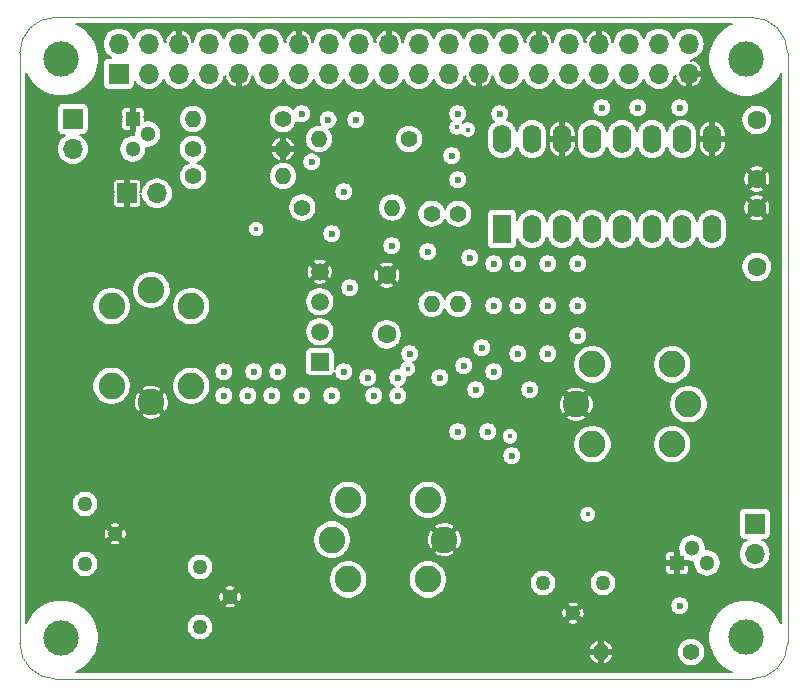
<source format=gbr>
G04 #@! TF.GenerationSoftware,KiCad,Pcbnew,(5.1.0)-1*
G04 #@! TF.CreationDate,2021-12-23T12:13:39+02:00*
G04 #@! TF.ProjectId,RPI_HAT_sensors,5250495f-4841-4545-9f73-656e736f7273,rev?*
G04 #@! TF.SameCoordinates,Original*
G04 #@! TF.FileFunction,Copper,L3,Inr*
G04 #@! TF.FilePolarity,Positive*
%FSLAX46Y46*%
G04 Gerber Fmt 4.6, Leading zero omitted, Abs format (unit mm)*
G04 Created by KiCad (PCBNEW (5.1.0)-1) date 2021-12-23 12:13:39*
%MOMM*%
%LPD*%
G04 APERTURE LIST*
%ADD10C,0.100000*%
%ADD11R,1.700000X1.700000*%
%ADD12O,1.700000X1.700000*%
%ADD13C,1.300000*%
%ADD14R,1.300000X1.300000*%
%ADD15O,1.400000X1.400000*%
%ADD16C,1.400000*%
%ADD17C,2.250000*%
%ADD18C,3.000000*%
%ADD19R,1.600000X2.400000*%
%ADD20O,1.600000X2.400000*%
%ADD21C,1.260000*%
%ADD22R,1.500000X1.500000*%
%ADD23C,1.500000*%
%ADD24C,1.600000*%
%ADD25C,0.600000*%
%ADD26C,0.400000*%
%ADD27C,0.200000*%
G04 APERTURE END LIST*
D10*
X78546356Y-63817611D02*
X78546356Y-113817611D01*
X78546356Y-63817611D02*
G75*
G02X81546356Y-60817611I3000000J0D01*
G01*
X140546356Y-60817611D02*
X81546356Y-60817611D01*
X140546356Y-60817611D02*
G75*
G02X143546356Y-63817611I0J-3000000D01*
G01*
X143546356Y-113817611D02*
X143546356Y-63817611D01*
X81546356Y-116817611D02*
G75*
G02X78546356Y-113817611I0J3000000D01*
G01*
X81546356Y-116817611D02*
X140546356Y-116817611D01*
X143546351Y-113822847D02*
G75*
G02X140546356Y-116817611I-2999995J5236D01*
G01*
D11*
X83032600Y-69418200D03*
D12*
X83032600Y-71958200D03*
D13*
X89382600Y-70688200D03*
X88112600Y-71958200D03*
D14*
X88112600Y-69418200D03*
D15*
X93192600Y-69418200D03*
D16*
X100812600Y-69418200D03*
X93192600Y-71958200D03*
D15*
X100812600Y-71958200D03*
D17*
X113100500Y-108401500D03*
X106355500Y-108401500D03*
X104978000Y-105029000D03*
X106355500Y-101656500D03*
X113100500Y-101656500D03*
X114478000Y-105029000D03*
D11*
X86920000Y-65590000D03*
D12*
X86920000Y-63050000D03*
X89460000Y-65590000D03*
X89460000Y-63050000D03*
X92000000Y-65590000D03*
X92000000Y-63050000D03*
X94540000Y-65590000D03*
X94540000Y-63050000D03*
X97080000Y-65590000D03*
X97080000Y-63050000D03*
X99620000Y-65590000D03*
X99620000Y-63050000D03*
X102160000Y-65590000D03*
X102160000Y-63050000D03*
X104700000Y-65590000D03*
X104700000Y-63050000D03*
X107240000Y-65590000D03*
X107240000Y-63050000D03*
X109780000Y-65590000D03*
X109780000Y-63050000D03*
X112320000Y-65590000D03*
X112320000Y-63050000D03*
X114860000Y-65590000D03*
X114860000Y-63050000D03*
X117400000Y-65590000D03*
X117400000Y-63050000D03*
X119940000Y-65590000D03*
X119940000Y-63050000D03*
X122480000Y-65590000D03*
X122480000Y-63050000D03*
X125020000Y-65590000D03*
X125020000Y-63050000D03*
X127560000Y-65590000D03*
X127560000Y-63050000D03*
X130100000Y-65590000D03*
X130100000Y-63050000D03*
X132640000Y-65590000D03*
X132640000Y-63050000D03*
X135180000Y-65590000D03*
X135180000Y-63050000D03*
D18*
X82040000Y-64310000D03*
X140040000Y-64330000D03*
X82040000Y-113320000D03*
X140030000Y-113310000D03*
D17*
X86314900Y-92018500D03*
X86314900Y-85273500D03*
X89687400Y-83896000D03*
X93059900Y-85273500D03*
X93059900Y-92018500D03*
X89687400Y-93396000D03*
X125653600Y-93573600D03*
X127031100Y-96946100D03*
X133776100Y-96946100D03*
X135153600Y-93573600D03*
X133776100Y-90201100D03*
X127031100Y-90201100D03*
D19*
X119380000Y-78740000D03*
D20*
X137160000Y-71120000D03*
X121920000Y-78740000D03*
X134620000Y-71120000D03*
X124460000Y-78740000D03*
X132080000Y-71120000D03*
X127000000Y-78740000D03*
X129540000Y-71120000D03*
X129540000Y-78740000D03*
X127000000Y-71120000D03*
X132080000Y-78740000D03*
X124460000Y-71120000D03*
X134620000Y-78740000D03*
X121920000Y-71120000D03*
X137160000Y-78740000D03*
X119380000Y-71120000D03*
D21*
X84074000Y-107086400D03*
X86614000Y-104546400D03*
X84074000Y-102006400D03*
X93802200Y-107340400D03*
X96342200Y-109880400D03*
X93802200Y-112420400D03*
X122834400Y-108712000D03*
X125374400Y-111252000D03*
X127914400Y-108712000D03*
D16*
X111506000Y-71120000D03*
D15*
X103886000Y-71120000D03*
D22*
X103936800Y-89966800D03*
D23*
X103936800Y-87426800D03*
X103936800Y-84886800D03*
X103936800Y-82346800D03*
D24*
X140944600Y-69494400D03*
X140944600Y-74494400D03*
X140944600Y-76940400D03*
X140944600Y-81940400D03*
D11*
X140766800Y-103682800D03*
D12*
X140766800Y-106222800D03*
D13*
X135458200Y-105740200D03*
X136728200Y-107010200D03*
D14*
X134188200Y-107010200D03*
D16*
X102463600Y-76911200D03*
D15*
X110083600Y-76911200D03*
X127762000Y-114554000D03*
D16*
X135382000Y-114554000D03*
D24*
X109601000Y-82651600D03*
X109601000Y-87651600D03*
D11*
X87630000Y-75717400D03*
D12*
X90170000Y-75717400D03*
D16*
X93218000Y-74269600D03*
D15*
X100838000Y-74269600D03*
X113411000Y-85064600D03*
D16*
X113411000Y-77444600D03*
X115671600Y-77444600D03*
D15*
X115671600Y-85064600D03*
D25*
X103251000Y-73050400D03*
X123240800Y-81661000D03*
X120700800Y-81661000D03*
X118668800Y-81661000D03*
X118668800Y-85217000D03*
X120700800Y-85217000D03*
X123240800Y-85217000D03*
X117652800Y-88773000D03*
X120700800Y-89281000D03*
X123240800Y-89281000D03*
X125780800Y-85217000D03*
X125780800Y-81661000D03*
X125780800Y-87757000D03*
X121716800Y-92329000D03*
X117144800Y-92329000D03*
X118160800Y-95885000D03*
X115620800Y-95885000D03*
X120192800Y-97917000D03*
X111556800Y-89281000D03*
X108000800Y-91313000D03*
X134416800Y-110617000D03*
X114096800Y-91313000D03*
X110540800Y-91313000D03*
X110540800Y-92837000D03*
X118668800Y-90805000D03*
X108508800Y-92837000D03*
X104952800Y-92837000D03*
X102412800Y-92837000D03*
X99872800Y-92837000D03*
X97840800Y-92837000D03*
X95808800Y-92837000D03*
X95808800Y-90805000D03*
X98348800Y-90805000D03*
X100380800Y-90805000D03*
X105968800Y-90805000D03*
X116128800Y-90297000D03*
X106476800Y-83693000D03*
X105968800Y-75565000D03*
X115112800Y-72517000D03*
X115620800Y-68961000D03*
X119176800Y-68961000D03*
X106984800Y-69469000D03*
X102412800Y-68961000D03*
X104648000Y-69469000D03*
X127812800Y-68453000D03*
X130860800Y-68453000D03*
X134416800Y-68453000D03*
X110032800Y-80137000D03*
X104952800Y-79121000D03*
X113080800Y-80645000D03*
X116636800Y-81153000D03*
X115620800Y-74549000D03*
X107696000Y-73406000D03*
D26*
X118999000Y-74041000D03*
X111023400Y-73609200D03*
X104800400Y-74422000D03*
X116865400Y-94284800D03*
X98552000Y-78740000D03*
X120040400Y-96291400D03*
X126619000Y-102895400D03*
X116484398Y-70307200D03*
X115519200Y-70129400D03*
X111379000Y-90551000D03*
D27*
G36*
X138524232Y-61494197D02*
G01*
X138000119Y-61844398D01*
X137554398Y-62290119D01*
X137204197Y-62814232D01*
X136962975Y-63396595D01*
X136840000Y-64014828D01*
X136840000Y-64645172D01*
X136962975Y-65263405D01*
X137204197Y-65845768D01*
X137554398Y-66369881D01*
X138000119Y-66815602D01*
X138524232Y-67165803D01*
X139106595Y-67407025D01*
X139724828Y-67530000D01*
X140355172Y-67530000D01*
X140973405Y-67407025D01*
X141555768Y-67165803D01*
X142079881Y-66815602D01*
X142525602Y-66369881D01*
X142875803Y-65845768D01*
X142996357Y-65554724D01*
X142996356Y-112109416D01*
X142865803Y-111794232D01*
X142515602Y-111270119D01*
X142069881Y-110824398D01*
X141545768Y-110474197D01*
X140963405Y-110232975D01*
X140345172Y-110110000D01*
X139714828Y-110110000D01*
X139096595Y-110232975D01*
X138514232Y-110474197D01*
X137990119Y-110824398D01*
X137544398Y-111270119D01*
X137194197Y-111794232D01*
X136952975Y-112376595D01*
X136830000Y-112994828D01*
X136830000Y-113625172D01*
X136952975Y-114243405D01*
X137194197Y-114825768D01*
X137544398Y-115349881D01*
X137990119Y-115795602D01*
X138514232Y-116145803D01*
X138808303Y-116267611D01*
X83285839Y-116267611D01*
X83555768Y-116155803D01*
X84079881Y-115805602D01*
X84525602Y-115359881D01*
X84853876Y-114868584D01*
X126760233Y-114868584D01*
X126831192Y-115039917D01*
X126943875Y-115212172D01*
X127087998Y-115359134D01*
X127258023Y-115475155D01*
X127447415Y-115555776D01*
X127608000Y-115505154D01*
X127608000Y-114708000D01*
X127916000Y-114708000D01*
X127916000Y-115505154D01*
X128076585Y-115555776D01*
X128265977Y-115475155D01*
X128436002Y-115359134D01*
X128580125Y-115212172D01*
X128692808Y-115039917D01*
X128763767Y-114868584D01*
X128712100Y-114708000D01*
X127916000Y-114708000D01*
X127608000Y-114708000D01*
X126811900Y-114708000D01*
X126760233Y-114868584D01*
X84853876Y-114868584D01*
X84875803Y-114835768D01*
X85041470Y-114435810D01*
X134182000Y-114435810D01*
X134182000Y-114672190D01*
X134228116Y-114904027D01*
X134318574Y-115122413D01*
X134449899Y-115318955D01*
X134617045Y-115486101D01*
X134813587Y-115617426D01*
X135031973Y-115707884D01*
X135263810Y-115754000D01*
X135500190Y-115754000D01*
X135732027Y-115707884D01*
X135950413Y-115617426D01*
X136146955Y-115486101D01*
X136314101Y-115318955D01*
X136445426Y-115122413D01*
X136535884Y-114904027D01*
X136582000Y-114672190D01*
X136582000Y-114435810D01*
X136535884Y-114203973D01*
X136445426Y-113985587D01*
X136314101Y-113789045D01*
X136146955Y-113621899D01*
X135950413Y-113490574D01*
X135732027Y-113400116D01*
X135500190Y-113354000D01*
X135263810Y-113354000D01*
X135031973Y-113400116D01*
X134813587Y-113490574D01*
X134617045Y-113621899D01*
X134449899Y-113789045D01*
X134318574Y-113985587D01*
X134228116Y-114203973D01*
X134182000Y-114435810D01*
X85041470Y-114435810D01*
X85117025Y-114253405D01*
X85119807Y-114239416D01*
X126760233Y-114239416D01*
X126811900Y-114400000D01*
X127608000Y-114400000D01*
X127608000Y-113602846D01*
X127916000Y-113602846D01*
X127916000Y-114400000D01*
X128712100Y-114400000D01*
X128763767Y-114239416D01*
X128692808Y-114068083D01*
X128580125Y-113895828D01*
X128436002Y-113748866D01*
X128265977Y-113632845D01*
X128076585Y-113552224D01*
X127916000Y-113602846D01*
X127608000Y-113602846D01*
X127447415Y-113552224D01*
X127258023Y-113632845D01*
X127087998Y-113748866D01*
X126943875Y-113895828D01*
X126831192Y-114068083D01*
X126760233Y-114239416D01*
X85119807Y-114239416D01*
X85240000Y-113635172D01*
X85240000Y-113004828D01*
X85117025Y-112386595D01*
X85084928Y-112309105D01*
X92672200Y-112309105D01*
X92672200Y-112531695D01*
X92715625Y-112750009D01*
X92800807Y-112955656D01*
X92924471Y-113140733D01*
X93081867Y-113298129D01*
X93266944Y-113421793D01*
X93472591Y-113506975D01*
X93690905Y-113550400D01*
X93913495Y-113550400D01*
X94131809Y-113506975D01*
X94337456Y-113421793D01*
X94522533Y-113298129D01*
X94679929Y-113140733D01*
X94803593Y-112955656D01*
X94888775Y-112750009D01*
X94932200Y-112531695D01*
X94932200Y-112309105D01*
X94888775Y-112090791D01*
X94845338Y-111985925D01*
X124858264Y-111985925D01*
X124927294Y-112129389D01*
X125107055Y-112199757D01*
X125297090Y-112233703D01*
X125490096Y-112229922D01*
X125678656Y-112188561D01*
X125821506Y-112129389D01*
X125890536Y-111985925D01*
X125374400Y-111469789D01*
X124858264Y-111985925D01*
X94845338Y-111985925D01*
X94803593Y-111885144D01*
X94679929Y-111700067D01*
X94522533Y-111542671D01*
X94337456Y-111419007D01*
X94131809Y-111333825D01*
X93913495Y-111290400D01*
X93690905Y-111290400D01*
X93472591Y-111333825D01*
X93266944Y-111419007D01*
X93081867Y-111542671D01*
X92924471Y-111700067D01*
X92800807Y-111885144D01*
X92715625Y-112090791D01*
X92672200Y-112309105D01*
X85084928Y-112309105D01*
X84875803Y-111804232D01*
X84525602Y-111280119D01*
X84420173Y-111174690D01*
X124392697Y-111174690D01*
X124396478Y-111367696D01*
X124437839Y-111556256D01*
X124497011Y-111699106D01*
X124640475Y-111768136D01*
X125156611Y-111252000D01*
X125592189Y-111252000D01*
X126108325Y-111768136D01*
X126251789Y-111699106D01*
X126322157Y-111519345D01*
X126356103Y-111329310D01*
X126352322Y-111136304D01*
X126310961Y-110947744D01*
X126251789Y-110804894D01*
X126108325Y-110735864D01*
X125592189Y-111252000D01*
X125156611Y-111252000D01*
X124640475Y-110735864D01*
X124497011Y-110804894D01*
X124426643Y-110984655D01*
X124392697Y-111174690D01*
X84420173Y-111174690D01*
X84079881Y-110834398D01*
X83750519Y-110614325D01*
X95826064Y-110614325D01*
X95895094Y-110757789D01*
X96074855Y-110828157D01*
X96264890Y-110862103D01*
X96457896Y-110858322D01*
X96646456Y-110816961D01*
X96789306Y-110757789D01*
X96858336Y-110614325D01*
X96762086Y-110518075D01*
X124858264Y-110518075D01*
X125374400Y-111034211D01*
X125870404Y-110538207D01*
X133616800Y-110538207D01*
X133616800Y-110695793D01*
X133647543Y-110850351D01*
X133707849Y-110995942D01*
X133795399Y-111126970D01*
X133906830Y-111238401D01*
X134037858Y-111325951D01*
X134183449Y-111386257D01*
X134338007Y-111417000D01*
X134495593Y-111417000D01*
X134650151Y-111386257D01*
X134795742Y-111325951D01*
X134926770Y-111238401D01*
X135038201Y-111126970D01*
X135125751Y-110995942D01*
X135186057Y-110850351D01*
X135216800Y-110695793D01*
X135216800Y-110538207D01*
X135186057Y-110383649D01*
X135125751Y-110238058D01*
X135038201Y-110107030D01*
X134926770Y-109995599D01*
X134795742Y-109908049D01*
X134650151Y-109847743D01*
X134495593Y-109817000D01*
X134338007Y-109817000D01*
X134183449Y-109847743D01*
X134037858Y-109908049D01*
X133906830Y-109995599D01*
X133795399Y-110107030D01*
X133707849Y-110238058D01*
X133647543Y-110383649D01*
X133616800Y-110538207D01*
X125870404Y-110538207D01*
X125890536Y-110518075D01*
X125821506Y-110374611D01*
X125641745Y-110304243D01*
X125451710Y-110270297D01*
X125258704Y-110274078D01*
X125070144Y-110315439D01*
X124927294Y-110374611D01*
X124858264Y-110518075D01*
X96762086Y-110518075D01*
X96342200Y-110098189D01*
X95826064Y-110614325D01*
X83750519Y-110614325D01*
X83555768Y-110484197D01*
X82973405Y-110242975D01*
X82355172Y-110120000D01*
X81724828Y-110120000D01*
X81106595Y-110242975D01*
X80524232Y-110484197D01*
X80000119Y-110834398D01*
X79554398Y-111280119D01*
X79204197Y-111804232D01*
X79096356Y-112064584D01*
X79096356Y-109803090D01*
X95360497Y-109803090D01*
X95364278Y-109996096D01*
X95405639Y-110184656D01*
X95464811Y-110327506D01*
X95608275Y-110396536D01*
X96124411Y-109880400D01*
X96559989Y-109880400D01*
X97076125Y-110396536D01*
X97219589Y-110327506D01*
X97289957Y-110147745D01*
X97323903Y-109957710D01*
X97320122Y-109764704D01*
X97278761Y-109576144D01*
X97219589Y-109433294D01*
X97076125Y-109364264D01*
X96559989Y-109880400D01*
X96124411Y-109880400D01*
X95608275Y-109364264D01*
X95464811Y-109433294D01*
X95394443Y-109613055D01*
X95360497Y-109803090D01*
X79096356Y-109803090D01*
X79096356Y-109146475D01*
X95826064Y-109146475D01*
X96342200Y-109662611D01*
X96858336Y-109146475D01*
X96789306Y-109003011D01*
X96609545Y-108932643D01*
X96419510Y-108898697D01*
X96226504Y-108902478D01*
X96037944Y-108943839D01*
X95895094Y-109003011D01*
X95826064Y-109146475D01*
X79096356Y-109146475D01*
X79096356Y-106975105D01*
X82944000Y-106975105D01*
X82944000Y-107197695D01*
X82987425Y-107416009D01*
X83072607Y-107621656D01*
X83196271Y-107806733D01*
X83353667Y-107964129D01*
X83538744Y-108087793D01*
X83744391Y-108172975D01*
X83962705Y-108216400D01*
X84185295Y-108216400D01*
X84403609Y-108172975D01*
X84609256Y-108087793D01*
X84794333Y-107964129D01*
X84951729Y-107806733D01*
X85075393Y-107621656D01*
X85160575Y-107416009D01*
X85197752Y-107229105D01*
X92672200Y-107229105D01*
X92672200Y-107451695D01*
X92715625Y-107670009D01*
X92800807Y-107875656D01*
X92924471Y-108060733D01*
X93081867Y-108218129D01*
X93266944Y-108341793D01*
X93472591Y-108426975D01*
X93690905Y-108470400D01*
X93913495Y-108470400D01*
X94131809Y-108426975D01*
X94337456Y-108341793D01*
X94487629Y-108241451D01*
X104730500Y-108241451D01*
X104730500Y-108561549D01*
X104792948Y-108875495D01*
X104915443Y-109171226D01*
X105093280Y-109437377D01*
X105319623Y-109663720D01*
X105585774Y-109841557D01*
X105881505Y-109964052D01*
X106195451Y-110026500D01*
X106515549Y-110026500D01*
X106829495Y-109964052D01*
X107125226Y-109841557D01*
X107391377Y-109663720D01*
X107617720Y-109437377D01*
X107795557Y-109171226D01*
X107918052Y-108875495D01*
X107980500Y-108561549D01*
X107980500Y-108241451D01*
X111475500Y-108241451D01*
X111475500Y-108561549D01*
X111537948Y-108875495D01*
X111660443Y-109171226D01*
X111838280Y-109437377D01*
X112064623Y-109663720D01*
X112330774Y-109841557D01*
X112626505Y-109964052D01*
X112940451Y-110026500D01*
X113260549Y-110026500D01*
X113574495Y-109964052D01*
X113870226Y-109841557D01*
X114136377Y-109663720D01*
X114362720Y-109437377D01*
X114540557Y-109171226D01*
X114663052Y-108875495D01*
X114717711Y-108600705D01*
X121704400Y-108600705D01*
X121704400Y-108823295D01*
X121747825Y-109041609D01*
X121833007Y-109247256D01*
X121956671Y-109432333D01*
X122114067Y-109589729D01*
X122299144Y-109713393D01*
X122504791Y-109798575D01*
X122723105Y-109842000D01*
X122945695Y-109842000D01*
X123164009Y-109798575D01*
X123369656Y-109713393D01*
X123554733Y-109589729D01*
X123712129Y-109432333D01*
X123835793Y-109247256D01*
X123920975Y-109041609D01*
X123964400Y-108823295D01*
X123964400Y-108600705D01*
X126784400Y-108600705D01*
X126784400Y-108823295D01*
X126827825Y-109041609D01*
X126913007Y-109247256D01*
X127036671Y-109432333D01*
X127194067Y-109589729D01*
X127379144Y-109713393D01*
X127584791Y-109798575D01*
X127803105Y-109842000D01*
X128025695Y-109842000D01*
X128244009Y-109798575D01*
X128449656Y-109713393D01*
X128634733Y-109589729D01*
X128792129Y-109432333D01*
X128915793Y-109247256D01*
X129000975Y-109041609D01*
X129044400Y-108823295D01*
X129044400Y-108600705D01*
X129000975Y-108382391D01*
X128915793Y-108176744D01*
X128792129Y-107991667D01*
X128634733Y-107834271D01*
X128449656Y-107710607D01*
X128327964Y-107660200D01*
X133186506Y-107660200D01*
X133193264Y-107728812D01*
X133213277Y-107794787D01*
X133245777Y-107855591D01*
X133289515Y-107908885D01*
X133342809Y-107952623D01*
X133403613Y-107985123D01*
X133469588Y-108005136D01*
X133538200Y-108011894D01*
X133946700Y-108010200D01*
X134034200Y-107922700D01*
X134034200Y-107164200D01*
X134342200Y-107164200D01*
X134342200Y-107922700D01*
X134429700Y-108010200D01*
X134838200Y-108011894D01*
X134906812Y-108005136D01*
X134972787Y-107985123D01*
X135033591Y-107952623D01*
X135086885Y-107908885D01*
X135130623Y-107855591D01*
X135163123Y-107794787D01*
X135183136Y-107728812D01*
X135189894Y-107660200D01*
X135188200Y-107251700D01*
X135100700Y-107164200D01*
X134342200Y-107164200D01*
X134034200Y-107164200D01*
X133275700Y-107164200D01*
X133188200Y-107251700D01*
X133186506Y-107660200D01*
X128327964Y-107660200D01*
X128244009Y-107625425D01*
X128025695Y-107582000D01*
X127803105Y-107582000D01*
X127584791Y-107625425D01*
X127379144Y-107710607D01*
X127194067Y-107834271D01*
X127036671Y-107991667D01*
X126913007Y-108176744D01*
X126827825Y-108382391D01*
X126784400Y-108600705D01*
X123964400Y-108600705D01*
X123920975Y-108382391D01*
X123835793Y-108176744D01*
X123712129Y-107991667D01*
X123554733Y-107834271D01*
X123369656Y-107710607D01*
X123164009Y-107625425D01*
X122945695Y-107582000D01*
X122723105Y-107582000D01*
X122504791Y-107625425D01*
X122299144Y-107710607D01*
X122114067Y-107834271D01*
X121956671Y-107991667D01*
X121833007Y-108176744D01*
X121747825Y-108382391D01*
X121704400Y-108600705D01*
X114717711Y-108600705D01*
X114725500Y-108561549D01*
X114725500Y-108241451D01*
X114663052Y-107927505D01*
X114540557Y-107631774D01*
X114362720Y-107365623D01*
X114136377Y-107139280D01*
X113870226Y-106961443D01*
X113574495Y-106838948D01*
X113260549Y-106776500D01*
X112940451Y-106776500D01*
X112626505Y-106838948D01*
X112330774Y-106961443D01*
X112064623Y-107139280D01*
X111838280Y-107365623D01*
X111660443Y-107631774D01*
X111537948Y-107927505D01*
X111475500Y-108241451D01*
X107980500Y-108241451D01*
X107918052Y-107927505D01*
X107795557Y-107631774D01*
X107617720Y-107365623D01*
X107391377Y-107139280D01*
X107125226Y-106961443D01*
X106829495Y-106838948D01*
X106515549Y-106776500D01*
X106195451Y-106776500D01*
X105881505Y-106838948D01*
X105585774Y-106961443D01*
X105319623Y-107139280D01*
X105093280Y-107365623D01*
X104915443Y-107631774D01*
X104792948Y-107927505D01*
X104730500Y-108241451D01*
X94487629Y-108241451D01*
X94522533Y-108218129D01*
X94679929Y-108060733D01*
X94803593Y-107875656D01*
X94888775Y-107670009D01*
X94932200Y-107451695D01*
X94932200Y-107229105D01*
X94888775Y-107010791D01*
X94803593Y-106805144D01*
X94679929Y-106620067D01*
X94522533Y-106462671D01*
X94337456Y-106339007D01*
X94131809Y-106253825D01*
X93913495Y-106210400D01*
X93690905Y-106210400D01*
X93472591Y-106253825D01*
X93266944Y-106339007D01*
X93081867Y-106462671D01*
X92924471Y-106620067D01*
X92800807Y-106805144D01*
X92715625Y-107010791D01*
X92672200Y-107229105D01*
X85197752Y-107229105D01*
X85204000Y-107197695D01*
X85204000Y-106975105D01*
X85160575Y-106756791D01*
X85075393Y-106551144D01*
X84951729Y-106366067D01*
X84794333Y-106208671D01*
X84609256Y-106085007D01*
X84403609Y-105999825D01*
X84185295Y-105956400D01*
X83962705Y-105956400D01*
X83744391Y-105999825D01*
X83538744Y-106085007D01*
X83353667Y-106208671D01*
X83196271Y-106366067D01*
X83072607Y-106551144D01*
X82987425Y-106756791D01*
X82944000Y-106975105D01*
X79096356Y-106975105D01*
X79096356Y-105280325D01*
X86097864Y-105280325D01*
X86166894Y-105423789D01*
X86346655Y-105494157D01*
X86536690Y-105528103D01*
X86729696Y-105524322D01*
X86918256Y-105482961D01*
X87061106Y-105423789D01*
X87130136Y-105280325D01*
X86614000Y-104764189D01*
X86097864Y-105280325D01*
X79096356Y-105280325D01*
X79096356Y-104469090D01*
X85632297Y-104469090D01*
X85636078Y-104662096D01*
X85677439Y-104850656D01*
X85736611Y-104993506D01*
X85880075Y-105062536D01*
X86396211Y-104546400D01*
X86831789Y-104546400D01*
X87347925Y-105062536D01*
X87491389Y-104993506D01*
X87540146Y-104868951D01*
X103353000Y-104868951D01*
X103353000Y-105189049D01*
X103415448Y-105502995D01*
X103537943Y-105798726D01*
X103715780Y-106064877D01*
X103942123Y-106291220D01*
X104208274Y-106469057D01*
X104504005Y-106591552D01*
X104817951Y-106654000D01*
X105138049Y-106654000D01*
X105451995Y-106591552D01*
X105747726Y-106469057D01*
X106013877Y-106291220D01*
X106187076Y-106118021D01*
X113606768Y-106118021D01*
X113736125Y-106312103D01*
X114000701Y-106432181D01*
X114283619Y-106498335D01*
X114574007Y-106508025D01*
X114860706Y-106460876D01*
X115128704Y-106360200D01*
X133186506Y-106360200D01*
X133188200Y-106768700D01*
X133275700Y-106856200D01*
X134034200Y-106856200D01*
X134034200Y-106097700D01*
X133946700Y-106010200D01*
X133538200Y-106008506D01*
X133469588Y-106015264D01*
X133403613Y-106035277D01*
X133342809Y-106067777D01*
X133289515Y-106111515D01*
X133245777Y-106164809D01*
X133213277Y-106225613D01*
X133193264Y-106291588D01*
X133186506Y-106360200D01*
X115128704Y-106360200D01*
X115132697Y-106358700D01*
X115219875Y-106312103D01*
X115349232Y-106118021D01*
X114478000Y-105246789D01*
X113606768Y-106118021D01*
X106187076Y-106118021D01*
X106240220Y-106064877D01*
X106418057Y-105798726D01*
X106540552Y-105502995D01*
X106603000Y-105189049D01*
X106603000Y-105125007D01*
X112998975Y-105125007D01*
X113046124Y-105411706D01*
X113148300Y-105683697D01*
X113194897Y-105770875D01*
X113388979Y-105900232D01*
X114260211Y-105029000D01*
X114695789Y-105029000D01*
X115567021Y-105900232D01*
X115761103Y-105770875D01*
X115826430Y-105626935D01*
X134308200Y-105626935D01*
X134308200Y-105853465D01*
X134352394Y-106075643D01*
X134355869Y-106084031D01*
X134342200Y-106097700D01*
X134342200Y-106856200D01*
X135100700Y-106856200D01*
X135114369Y-106842531D01*
X135122757Y-106846006D01*
X135344935Y-106890200D01*
X135571465Y-106890200D01*
X135579872Y-106888528D01*
X135578200Y-106896935D01*
X135578200Y-107123465D01*
X135622394Y-107345643D01*
X135709084Y-107554929D01*
X135834937Y-107743282D01*
X135995118Y-107903463D01*
X136183471Y-108029316D01*
X136392757Y-108116006D01*
X136614935Y-108160200D01*
X136841465Y-108160200D01*
X137063643Y-108116006D01*
X137272929Y-108029316D01*
X137461282Y-107903463D01*
X137621463Y-107743282D01*
X137747316Y-107554929D01*
X137834006Y-107345643D01*
X137878200Y-107123465D01*
X137878200Y-106896935D01*
X137834006Y-106674757D01*
X137747316Y-106465471D01*
X137621463Y-106277118D01*
X137567145Y-106222800D01*
X139410268Y-106222800D01*
X139436333Y-106487446D01*
X139513528Y-106741922D01*
X139638885Y-106976449D01*
X139807587Y-107182013D01*
X140013151Y-107350715D01*
X140247678Y-107476072D01*
X140502154Y-107553267D01*
X140700479Y-107572800D01*
X140833121Y-107572800D01*
X141031446Y-107553267D01*
X141285922Y-107476072D01*
X141520449Y-107350715D01*
X141726013Y-107182013D01*
X141894715Y-106976449D01*
X142020072Y-106741922D01*
X142097267Y-106487446D01*
X142123332Y-106222800D01*
X142097267Y-105958154D01*
X142020072Y-105703678D01*
X141894715Y-105469151D01*
X141726013Y-105263587D01*
X141520449Y-105094885D01*
X141408822Y-105035219D01*
X141616800Y-105035219D01*
X141714817Y-105025565D01*
X141809067Y-104996975D01*
X141895929Y-104950546D01*
X141972064Y-104888064D01*
X142034546Y-104811929D01*
X142080975Y-104725067D01*
X142109565Y-104630817D01*
X142119219Y-104532800D01*
X142119219Y-102832800D01*
X142109565Y-102734783D01*
X142080975Y-102640533D01*
X142034546Y-102553671D01*
X141972064Y-102477536D01*
X141895929Y-102415054D01*
X141809067Y-102368625D01*
X141714817Y-102340035D01*
X141616800Y-102330381D01*
X139916800Y-102330381D01*
X139818783Y-102340035D01*
X139724533Y-102368625D01*
X139637671Y-102415054D01*
X139561536Y-102477536D01*
X139499054Y-102553671D01*
X139452625Y-102640533D01*
X139424035Y-102734783D01*
X139414381Y-102832800D01*
X139414381Y-104532800D01*
X139424035Y-104630817D01*
X139452625Y-104725067D01*
X139499054Y-104811929D01*
X139561536Y-104888064D01*
X139637671Y-104950546D01*
X139724533Y-104996975D01*
X139818783Y-105025565D01*
X139916800Y-105035219D01*
X140124778Y-105035219D01*
X140013151Y-105094885D01*
X139807587Y-105263587D01*
X139638885Y-105469151D01*
X139513528Y-105703678D01*
X139436333Y-105958154D01*
X139410268Y-106222800D01*
X137567145Y-106222800D01*
X137461282Y-106116937D01*
X137272929Y-105991084D01*
X137063643Y-105904394D01*
X136841465Y-105860200D01*
X136614935Y-105860200D01*
X136606528Y-105861872D01*
X136608200Y-105853465D01*
X136608200Y-105626935D01*
X136564006Y-105404757D01*
X136477316Y-105195471D01*
X136351463Y-105007118D01*
X136191282Y-104846937D01*
X136002929Y-104721084D01*
X135793643Y-104634394D01*
X135571465Y-104590200D01*
X135344935Y-104590200D01*
X135122757Y-104634394D01*
X134913471Y-104721084D01*
X134725118Y-104846937D01*
X134564937Y-105007118D01*
X134439084Y-105195471D01*
X134352394Y-105404757D01*
X134308200Y-105626935D01*
X115826430Y-105626935D01*
X115881181Y-105506299D01*
X115947335Y-105223381D01*
X115957025Y-104932993D01*
X115909876Y-104646294D01*
X115807700Y-104374303D01*
X115761103Y-104287125D01*
X115567021Y-104157768D01*
X114695789Y-105029000D01*
X114260211Y-105029000D01*
X113388979Y-104157768D01*
X113194897Y-104287125D01*
X113074819Y-104551701D01*
X113008665Y-104834619D01*
X112998975Y-105125007D01*
X106603000Y-105125007D01*
X106603000Y-104868951D01*
X106540552Y-104555005D01*
X106418057Y-104259274D01*
X106240220Y-103993123D01*
X106187076Y-103939979D01*
X113606768Y-103939979D01*
X114478000Y-104811211D01*
X115349232Y-103939979D01*
X115219875Y-103745897D01*
X114955299Y-103625819D01*
X114672381Y-103559665D01*
X114381993Y-103549975D01*
X114095294Y-103597124D01*
X113823303Y-103699300D01*
X113736125Y-103745897D01*
X113606768Y-103939979D01*
X106187076Y-103939979D01*
X106013877Y-103766780D01*
X105747726Y-103588943D01*
X105451995Y-103466448D01*
X105138049Y-103404000D01*
X104817951Y-103404000D01*
X104504005Y-103466448D01*
X104208274Y-103588943D01*
X103942123Y-103766780D01*
X103715780Y-103993123D01*
X103537943Y-104259274D01*
X103415448Y-104555005D01*
X103353000Y-104868951D01*
X87540146Y-104868951D01*
X87561757Y-104813745D01*
X87595703Y-104623710D01*
X87591922Y-104430704D01*
X87550561Y-104242144D01*
X87491389Y-104099294D01*
X87347925Y-104030264D01*
X86831789Y-104546400D01*
X86396211Y-104546400D01*
X85880075Y-104030264D01*
X85736611Y-104099294D01*
X85666243Y-104279055D01*
X85632297Y-104469090D01*
X79096356Y-104469090D01*
X79096356Y-103812475D01*
X86097864Y-103812475D01*
X86614000Y-104328611D01*
X87130136Y-103812475D01*
X87061106Y-103669011D01*
X86881345Y-103598643D01*
X86691310Y-103564697D01*
X86498304Y-103568478D01*
X86309744Y-103609839D01*
X86166894Y-103669011D01*
X86097864Y-103812475D01*
X79096356Y-103812475D01*
X79096356Y-101895105D01*
X82944000Y-101895105D01*
X82944000Y-102117695D01*
X82987425Y-102336009D01*
X83072607Y-102541656D01*
X83196271Y-102726733D01*
X83353667Y-102884129D01*
X83538744Y-103007793D01*
X83744391Y-103092975D01*
X83962705Y-103136400D01*
X84185295Y-103136400D01*
X84403609Y-103092975D01*
X84609256Y-103007793D01*
X84794333Y-102884129D01*
X84951729Y-102726733D01*
X85075393Y-102541656D01*
X85160575Y-102336009D01*
X85204000Y-102117695D01*
X85204000Y-101895105D01*
X85160575Y-101676791D01*
X85085876Y-101496451D01*
X104730500Y-101496451D01*
X104730500Y-101816549D01*
X104792948Y-102130495D01*
X104915443Y-102426226D01*
X105093280Y-102692377D01*
X105319623Y-102918720D01*
X105585774Y-103096557D01*
X105881505Y-103219052D01*
X106195451Y-103281500D01*
X106515549Y-103281500D01*
X106829495Y-103219052D01*
X107125226Y-103096557D01*
X107391377Y-102918720D01*
X107617720Y-102692377D01*
X107795557Y-102426226D01*
X107918052Y-102130495D01*
X107980500Y-101816549D01*
X107980500Y-101496451D01*
X111475500Y-101496451D01*
X111475500Y-101816549D01*
X111537948Y-102130495D01*
X111660443Y-102426226D01*
X111838280Y-102692377D01*
X112064623Y-102918720D01*
X112330774Y-103096557D01*
X112626505Y-103219052D01*
X112940451Y-103281500D01*
X113260549Y-103281500D01*
X113574495Y-103219052D01*
X113870226Y-103096557D01*
X114136377Y-102918720D01*
X114228641Y-102826456D01*
X125919000Y-102826456D01*
X125919000Y-102964344D01*
X125945901Y-103099582D01*
X125998668Y-103226974D01*
X126075274Y-103341624D01*
X126172776Y-103439126D01*
X126287426Y-103515732D01*
X126414818Y-103568499D01*
X126550056Y-103595400D01*
X126687944Y-103595400D01*
X126823182Y-103568499D01*
X126950574Y-103515732D01*
X127065224Y-103439126D01*
X127162726Y-103341624D01*
X127239332Y-103226974D01*
X127292099Y-103099582D01*
X127319000Y-102964344D01*
X127319000Y-102826456D01*
X127292099Y-102691218D01*
X127239332Y-102563826D01*
X127162726Y-102449176D01*
X127065224Y-102351674D01*
X126950574Y-102275068D01*
X126823182Y-102222301D01*
X126687944Y-102195400D01*
X126550056Y-102195400D01*
X126414818Y-102222301D01*
X126287426Y-102275068D01*
X126172776Y-102351674D01*
X126075274Y-102449176D01*
X125998668Y-102563826D01*
X125945901Y-102691218D01*
X125919000Y-102826456D01*
X114228641Y-102826456D01*
X114362720Y-102692377D01*
X114540557Y-102426226D01*
X114663052Y-102130495D01*
X114725500Y-101816549D01*
X114725500Y-101496451D01*
X114663052Y-101182505D01*
X114540557Y-100886774D01*
X114362720Y-100620623D01*
X114136377Y-100394280D01*
X113870226Y-100216443D01*
X113574495Y-100093948D01*
X113260549Y-100031500D01*
X112940451Y-100031500D01*
X112626505Y-100093948D01*
X112330774Y-100216443D01*
X112064623Y-100394280D01*
X111838280Y-100620623D01*
X111660443Y-100886774D01*
X111537948Y-101182505D01*
X111475500Y-101496451D01*
X107980500Y-101496451D01*
X107918052Y-101182505D01*
X107795557Y-100886774D01*
X107617720Y-100620623D01*
X107391377Y-100394280D01*
X107125226Y-100216443D01*
X106829495Y-100093948D01*
X106515549Y-100031500D01*
X106195451Y-100031500D01*
X105881505Y-100093948D01*
X105585774Y-100216443D01*
X105319623Y-100394280D01*
X105093280Y-100620623D01*
X104915443Y-100886774D01*
X104792948Y-101182505D01*
X104730500Y-101496451D01*
X85085876Y-101496451D01*
X85075393Y-101471144D01*
X84951729Y-101286067D01*
X84794333Y-101128671D01*
X84609256Y-101005007D01*
X84403609Y-100919825D01*
X84185295Y-100876400D01*
X83962705Y-100876400D01*
X83744391Y-100919825D01*
X83538744Y-101005007D01*
X83353667Y-101128671D01*
X83196271Y-101286067D01*
X83072607Y-101471144D01*
X82987425Y-101676791D01*
X82944000Y-101895105D01*
X79096356Y-101895105D01*
X79096356Y-97838207D01*
X119392800Y-97838207D01*
X119392800Y-97995793D01*
X119423543Y-98150351D01*
X119483849Y-98295942D01*
X119571399Y-98426970D01*
X119682830Y-98538401D01*
X119813858Y-98625951D01*
X119959449Y-98686257D01*
X120114007Y-98717000D01*
X120271593Y-98717000D01*
X120426151Y-98686257D01*
X120571742Y-98625951D01*
X120702770Y-98538401D01*
X120814201Y-98426970D01*
X120901751Y-98295942D01*
X120962057Y-98150351D01*
X120992800Y-97995793D01*
X120992800Y-97838207D01*
X120962057Y-97683649D01*
X120901751Y-97538058D01*
X120814201Y-97407030D01*
X120702770Y-97295599D01*
X120571742Y-97208049D01*
X120426151Y-97147743D01*
X120271593Y-97117000D01*
X120114007Y-97117000D01*
X119959449Y-97147743D01*
X119813858Y-97208049D01*
X119682830Y-97295599D01*
X119571399Y-97407030D01*
X119483849Y-97538058D01*
X119423543Y-97683649D01*
X119392800Y-97838207D01*
X79096356Y-97838207D01*
X79096356Y-95806207D01*
X114820800Y-95806207D01*
X114820800Y-95963793D01*
X114851543Y-96118351D01*
X114911849Y-96263942D01*
X114999399Y-96394970D01*
X115110830Y-96506401D01*
X115241858Y-96593951D01*
X115387449Y-96654257D01*
X115542007Y-96685000D01*
X115699593Y-96685000D01*
X115854151Y-96654257D01*
X115999742Y-96593951D01*
X116130770Y-96506401D01*
X116242201Y-96394970D01*
X116329751Y-96263942D01*
X116390057Y-96118351D01*
X116420800Y-95963793D01*
X116420800Y-95806207D01*
X117360800Y-95806207D01*
X117360800Y-95963793D01*
X117391543Y-96118351D01*
X117451849Y-96263942D01*
X117539399Y-96394970D01*
X117650830Y-96506401D01*
X117781858Y-96593951D01*
X117927449Y-96654257D01*
X118082007Y-96685000D01*
X118239593Y-96685000D01*
X118394151Y-96654257D01*
X118539742Y-96593951D01*
X118670770Y-96506401D01*
X118782201Y-96394970D01*
X118869751Y-96263942D01*
X118886935Y-96222456D01*
X119340400Y-96222456D01*
X119340400Y-96360344D01*
X119367301Y-96495582D01*
X119420068Y-96622974D01*
X119496674Y-96737624D01*
X119594176Y-96835126D01*
X119708826Y-96911732D01*
X119836218Y-96964499D01*
X119971456Y-96991400D01*
X120109344Y-96991400D01*
X120244582Y-96964499D01*
X120371974Y-96911732D01*
X120486624Y-96835126D01*
X120535699Y-96786051D01*
X125406100Y-96786051D01*
X125406100Y-97106149D01*
X125468548Y-97420095D01*
X125591043Y-97715826D01*
X125768880Y-97981977D01*
X125995223Y-98208320D01*
X126261374Y-98386157D01*
X126557105Y-98508652D01*
X126871051Y-98571100D01*
X127191149Y-98571100D01*
X127505095Y-98508652D01*
X127800826Y-98386157D01*
X128066977Y-98208320D01*
X128293320Y-97981977D01*
X128471157Y-97715826D01*
X128593652Y-97420095D01*
X128656100Y-97106149D01*
X128656100Y-96786051D01*
X132151100Y-96786051D01*
X132151100Y-97106149D01*
X132213548Y-97420095D01*
X132336043Y-97715826D01*
X132513880Y-97981977D01*
X132740223Y-98208320D01*
X133006374Y-98386157D01*
X133302105Y-98508652D01*
X133616051Y-98571100D01*
X133936149Y-98571100D01*
X134250095Y-98508652D01*
X134545826Y-98386157D01*
X134811977Y-98208320D01*
X135038320Y-97981977D01*
X135216157Y-97715826D01*
X135338652Y-97420095D01*
X135401100Y-97106149D01*
X135401100Y-96786051D01*
X135338652Y-96472105D01*
X135216157Y-96176374D01*
X135038320Y-95910223D01*
X134811977Y-95683880D01*
X134545826Y-95506043D01*
X134250095Y-95383548D01*
X133936149Y-95321100D01*
X133616051Y-95321100D01*
X133302105Y-95383548D01*
X133006374Y-95506043D01*
X132740223Y-95683880D01*
X132513880Y-95910223D01*
X132336043Y-96176374D01*
X132213548Y-96472105D01*
X132151100Y-96786051D01*
X128656100Y-96786051D01*
X128593652Y-96472105D01*
X128471157Y-96176374D01*
X128293320Y-95910223D01*
X128066977Y-95683880D01*
X127800826Y-95506043D01*
X127505095Y-95383548D01*
X127191149Y-95321100D01*
X126871051Y-95321100D01*
X126557105Y-95383548D01*
X126261374Y-95506043D01*
X125995223Y-95683880D01*
X125768880Y-95910223D01*
X125591043Y-96176374D01*
X125468548Y-96472105D01*
X125406100Y-96786051D01*
X120535699Y-96786051D01*
X120584126Y-96737624D01*
X120660732Y-96622974D01*
X120713499Y-96495582D01*
X120740400Y-96360344D01*
X120740400Y-96222456D01*
X120713499Y-96087218D01*
X120660732Y-95959826D01*
X120584126Y-95845176D01*
X120486624Y-95747674D01*
X120371974Y-95671068D01*
X120244582Y-95618301D01*
X120109344Y-95591400D01*
X119971456Y-95591400D01*
X119836218Y-95618301D01*
X119708826Y-95671068D01*
X119594176Y-95747674D01*
X119496674Y-95845176D01*
X119420068Y-95959826D01*
X119367301Y-96087218D01*
X119340400Y-96222456D01*
X118886935Y-96222456D01*
X118930057Y-96118351D01*
X118960800Y-95963793D01*
X118960800Y-95806207D01*
X118930057Y-95651649D01*
X118869751Y-95506058D01*
X118782201Y-95375030D01*
X118670770Y-95263599D01*
X118539742Y-95176049D01*
X118394151Y-95115743D01*
X118239593Y-95085000D01*
X118082007Y-95085000D01*
X117927449Y-95115743D01*
X117781858Y-95176049D01*
X117650830Y-95263599D01*
X117539399Y-95375030D01*
X117451849Y-95506058D01*
X117391543Y-95651649D01*
X117360800Y-95806207D01*
X116420800Y-95806207D01*
X116390057Y-95651649D01*
X116329751Y-95506058D01*
X116242201Y-95375030D01*
X116130770Y-95263599D01*
X115999742Y-95176049D01*
X115854151Y-95115743D01*
X115699593Y-95085000D01*
X115542007Y-95085000D01*
X115387449Y-95115743D01*
X115241858Y-95176049D01*
X115110830Y-95263599D01*
X114999399Y-95375030D01*
X114911849Y-95506058D01*
X114851543Y-95651649D01*
X114820800Y-95806207D01*
X79096356Y-95806207D01*
X79096356Y-94485021D01*
X88816168Y-94485021D01*
X88945525Y-94679103D01*
X89210101Y-94799181D01*
X89493019Y-94865335D01*
X89783407Y-94875025D01*
X90070106Y-94827876D01*
X90342097Y-94725700D01*
X90429275Y-94679103D01*
X90440260Y-94662621D01*
X124782368Y-94662621D01*
X124911725Y-94856703D01*
X125176301Y-94976781D01*
X125459219Y-95042935D01*
X125749607Y-95052625D01*
X126036306Y-95005476D01*
X126308297Y-94903300D01*
X126395475Y-94856703D01*
X126524832Y-94662621D01*
X125653600Y-93791389D01*
X124782368Y-94662621D01*
X90440260Y-94662621D01*
X90558632Y-94485021D01*
X89687400Y-93613789D01*
X88816168Y-94485021D01*
X79096356Y-94485021D01*
X79096356Y-91858451D01*
X84689900Y-91858451D01*
X84689900Y-92178549D01*
X84752348Y-92492495D01*
X84874843Y-92788226D01*
X85052680Y-93054377D01*
X85279023Y-93280720D01*
X85545174Y-93458557D01*
X85840905Y-93581052D01*
X86154851Y-93643500D01*
X86474949Y-93643500D01*
X86788895Y-93581052D01*
X87003870Y-93492007D01*
X88208375Y-93492007D01*
X88255524Y-93778706D01*
X88357700Y-94050697D01*
X88404297Y-94137875D01*
X88598379Y-94267232D01*
X89469611Y-93396000D01*
X89905189Y-93396000D01*
X90776421Y-94267232D01*
X90970503Y-94137875D01*
X91090581Y-93873299D01*
X91138209Y-93669607D01*
X124174575Y-93669607D01*
X124221724Y-93956306D01*
X124323900Y-94228297D01*
X124370497Y-94315475D01*
X124564579Y-94444832D01*
X125435811Y-93573600D01*
X125871389Y-93573600D01*
X126742621Y-94444832D01*
X126936703Y-94315475D01*
X127056781Y-94050899D01*
X127122935Y-93767981D01*
X127132625Y-93477593D01*
X127122093Y-93413551D01*
X133528600Y-93413551D01*
X133528600Y-93733649D01*
X133591048Y-94047595D01*
X133713543Y-94343326D01*
X133891380Y-94609477D01*
X134117723Y-94835820D01*
X134383874Y-95013657D01*
X134679605Y-95136152D01*
X134993551Y-95198600D01*
X135313649Y-95198600D01*
X135627595Y-95136152D01*
X135923326Y-95013657D01*
X136189477Y-94835820D01*
X136415820Y-94609477D01*
X136593657Y-94343326D01*
X136716152Y-94047595D01*
X136778600Y-93733649D01*
X136778600Y-93413551D01*
X136716152Y-93099605D01*
X136593657Y-92803874D01*
X136415820Y-92537723D01*
X136189477Y-92311380D01*
X135923326Y-92133543D01*
X135627595Y-92011048D01*
X135313649Y-91948600D01*
X134993551Y-91948600D01*
X134679605Y-92011048D01*
X134383874Y-92133543D01*
X134117723Y-92311380D01*
X133891380Y-92537723D01*
X133713543Y-92803874D01*
X133591048Y-93099605D01*
X133528600Y-93413551D01*
X127122093Y-93413551D01*
X127085476Y-93190894D01*
X126983300Y-92918903D01*
X126936703Y-92831725D01*
X126742621Y-92702368D01*
X125871389Y-93573600D01*
X125435811Y-93573600D01*
X124564579Y-92702368D01*
X124370497Y-92831725D01*
X124250419Y-93096301D01*
X124184265Y-93379219D01*
X124174575Y-93669607D01*
X91138209Y-93669607D01*
X91156735Y-93590381D01*
X91166425Y-93299993D01*
X91119276Y-93013294D01*
X91017100Y-92741303D01*
X90970503Y-92654125D01*
X90776421Y-92524768D01*
X89905189Y-93396000D01*
X89469611Y-93396000D01*
X88598379Y-92524768D01*
X88404297Y-92654125D01*
X88284219Y-92918701D01*
X88218065Y-93201619D01*
X88208375Y-93492007D01*
X87003870Y-93492007D01*
X87084626Y-93458557D01*
X87350777Y-93280720D01*
X87577120Y-93054377D01*
X87754957Y-92788226D01*
X87877452Y-92492495D01*
X87914353Y-92306979D01*
X88816168Y-92306979D01*
X89687400Y-93178211D01*
X90558632Y-92306979D01*
X90429275Y-92112897D01*
X90164699Y-91992819D01*
X89881781Y-91926665D01*
X89591393Y-91916975D01*
X89304694Y-91964124D01*
X89032703Y-92066300D01*
X88945525Y-92112897D01*
X88816168Y-92306979D01*
X87914353Y-92306979D01*
X87939900Y-92178549D01*
X87939900Y-91858451D01*
X91434900Y-91858451D01*
X91434900Y-92178549D01*
X91497348Y-92492495D01*
X91619843Y-92788226D01*
X91797680Y-93054377D01*
X92024023Y-93280720D01*
X92290174Y-93458557D01*
X92585905Y-93581052D01*
X92899851Y-93643500D01*
X93219949Y-93643500D01*
X93533895Y-93581052D01*
X93829626Y-93458557D01*
X94095777Y-93280720D01*
X94322120Y-93054377D01*
X94499957Y-92788226D01*
X94512391Y-92758207D01*
X95008800Y-92758207D01*
X95008800Y-92915793D01*
X95039543Y-93070351D01*
X95099849Y-93215942D01*
X95187399Y-93346970D01*
X95298830Y-93458401D01*
X95429858Y-93545951D01*
X95575449Y-93606257D01*
X95730007Y-93637000D01*
X95887593Y-93637000D01*
X96042151Y-93606257D01*
X96187742Y-93545951D01*
X96318770Y-93458401D01*
X96430201Y-93346970D01*
X96517751Y-93215942D01*
X96578057Y-93070351D01*
X96608800Y-92915793D01*
X96608800Y-92758207D01*
X97040800Y-92758207D01*
X97040800Y-92915793D01*
X97071543Y-93070351D01*
X97131849Y-93215942D01*
X97219399Y-93346970D01*
X97330830Y-93458401D01*
X97461858Y-93545951D01*
X97607449Y-93606257D01*
X97762007Y-93637000D01*
X97919593Y-93637000D01*
X98074151Y-93606257D01*
X98219742Y-93545951D01*
X98350770Y-93458401D01*
X98462201Y-93346970D01*
X98549751Y-93215942D01*
X98610057Y-93070351D01*
X98640800Y-92915793D01*
X98640800Y-92758207D01*
X99072800Y-92758207D01*
X99072800Y-92915793D01*
X99103543Y-93070351D01*
X99163849Y-93215942D01*
X99251399Y-93346970D01*
X99362830Y-93458401D01*
X99493858Y-93545951D01*
X99639449Y-93606257D01*
X99794007Y-93637000D01*
X99951593Y-93637000D01*
X100106151Y-93606257D01*
X100251742Y-93545951D01*
X100382770Y-93458401D01*
X100494201Y-93346970D01*
X100581751Y-93215942D01*
X100642057Y-93070351D01*
X100672800Y-92915793D01*
X100672800Y-92758207D01*
X101612800Y-92758207D01*
X101612800Y-92915793D01*
X101643543Y-93070351D01*
X101703849Y-93215942D01*
X101791399Y-93346970D01*
X101902830Y-93458401D01*
X102033858Y-93545951D01*
X102179449Y-93606257D01*
X102334007Y-93637000D01*
X102491593Y-93637000D01*
X102646151Y-93606257D01*
X102791742Y-93545951D01*
X102922770Y-93458401D01*
X103034201Y-93346970D01*
X103121751Y-93215942D01*
X103182057Y-93070351D01*
X103212800Y-92915793D01*
X103212800Y-92758207D01*
X104152800Y-92758207D01*
X104152800Y-92915793D01*
X104183543Y-93070351D01*
X104243849Y-93215942D01*
X104331399Y-93346970D01*
X104442830Y-93458401D01*
X104573858Y-93545951D01*
X104719449Y-93606257D01*
X104874007Y-93637000D01*
X105031593Y-93637000D01*
X105186151Y-93606257D01*
X105331742Y-93545951D01*
X105462770Y-93458401D01*
X105574201Y-93346970D01*
X105661751Y-93215942D01*
X105722057Y-93070351D01*
X105752800Y-92915793D01*
X105752800Y-92758207D01*
X107708800Y-92758207D01*
X107708800Y-92915793D01*
X107739543Y-93070351D01*
X107799849Y-93215942D01*
X107887399Y-93346970D01*
X107998830Y-93458401D01*
X108129858Y-93545951D01*
X108275449Y-93606257D01*
X108430007Y-93637000D01*
X108587593Y-93637000D01*
X108742151Y-93606257D01*
X108887742Y-93545951D01*
X109018770Y-93458401D01*
X109130201Y-93346970D01*
X109217751Y-93215942D01*
X109278057Y-93070351D01*
X109308800Y-92915793D01*
X109308800Y-92758207D01*
X109278057Y-92603649D01*
X109217751Y-92458058D01*
X109130201Y-92327030D01*
X109018770Y-92215599D01*
X108887742Y-92128049D01*
X108742151Y-92067743D01*
X108587593Y-92037000D01*
X108430007Y-92037000D01*
X108275449Y-92067743D01*
X108129858Y-92128049D01*
X107998830Y-92215599D01*
X107887399Y-92327030D01*
X107799849Y-92458058D01*
X107739543Y-92603649D01*
X107708800Y-92758207D01*
X105752800Y-92758207D01*
X105722057Y-92603649D01*
X105661751Y-92458058D01*
X105574201Y-92327030D01*
X105462770Y-92215599D01*
X105331742Y-92128049D01*
X105186151Y-92067743D01*
X105031593Y-92037000D01*
X104874007Y-92037000D01*
X104719449Y-92067743D01*
X104573858Y-92128049D01*
X104442830Y-92215599D01*
X104331399Y-92327030D01*
X104243849Y-92458058D01*
X104183543Y-92603649D01*
X104152800Y-92758207D01*
X103212800Y-92758207D01*
X103182057Y-92603649D01*
X103121751Y-92458058D01*
X103034201Y-92327030D01*
X102922770Y-92215599D01*
X102791742Y-92128049D01*
X102646151Y-92067743D01*
X102491593Y-92037000D01*
X102334007Y-92037000D01*
X102179449Y-92067743D01*
X102033858Y-92128049D01*
X101902830Y-92215599D01*
X101791399Y-92327030D01*
X101703849Y-92458058D01*
X101643543Y-92603649D01*
X101612800Y-92758207D01*
X100672800Y-92758207D01*
X100642057Y-92603649D01*
X100581751Y-92458058D01*
X100494201Y-92327030D01*
X100382770Y-92215599D01*
X100251742Y-92128049D01*
X100106151Y-92067743D01*
X99951593Y-92037000D01*
X99794007Y-92037000D01*
X99639449Y-92067743D01*
X99493858Y-92128049D01*
X99362830Y-92215599D01*
X99251399Y-92327030D01*
X99163849Y-92458058D01*
X99103543Y-92603649D01*
X99072800Y-92758207D01*
X98640800Y-92758207D01*
X98610057Y-92603649D01*
X98549751Y-92458058D01*
X98462201Y-92327030D01*
X98350770Y-92215599D01*
X98219742Y-92128049D01*
X98074151Y-92067743D01*
X97919593Y-92037000D01*
X97762007Y-92037000D01*
X97607449Y-92067743D01*
X97461858Y-92128049D01*
X97330830Y-92215599D01*
X97219399Y-92327030D01*
X97131849Y-92458058D01*
X97071543Y-92603649D01*
X97040800Y-92758207D01*
X96608800Y-92758207D01*
X96578057Y-92603649D01*
X96517751Y-92458058D01*
X96430201Y-92327030D01*
X96318770Y-92215599D01*
X96187742Y-92128049D01*
X96042151Y-92067743D01*
X95887593Y-92037000D01*
X95730007Y-92037000D01*
X95575449Y-92067743D01*
X95429858Y-92128049D01*
X95298830Y-92215599D01*
X95187399Y-92327030D01*
X95099849Y-92458058D01*
X95039543Y-92603649D01*
X95008800Y-92758207D01*
X94512391Y-92758207D01*
X94622452Y-92492495D01*
X94684900Y-92178549D01*
X94684900Y-91858451D01*
X94622452Y-91544505D01*
X94499957Y-91248774D01*
X94322120Y-90982623D01*
X94095777Y-90756280D01*
X94050770Y-90726207D01*
X95008800Y-90726207D01*
X95008800Y-90883793D01*
X95039543Y-91038351D01*
X95099849Y-91183942D01*
X95187399Y-91314970D01*
X95298830Y-91426401D01*
X95429858Y-91513951D01*
X95575449Y-91574257D01*
X95730007Y-91605000D01*
X95887593Y-91605000D01*
X96042151Y-91574257D01*
X96187742Y-91513951D01*
X96318770Y-91426401D01*
X96430201Y-91314970D01*
X96517751Y-91183942D01*
X96578057Y-91038351D01*
X96608800Y-90883793D01*
X96608800Y-90726207D01*
X97548800Y-90726207D01*
X97548800Y-90883793D01*
X97579543Y-91038351D01*
X97639849Y-91183942D01*
X97727399Y-91314970D01*
X97838830Y-91426401D01*
X97969858Y-91513951D01*
X98115449Y-91574257D01*
X98270007Y-91605000D01*
X98427593Y-91605000D01*
X98582151Y-91574257D01*
X98727742Y-91513951D01*
X98858770Y-91426401D01*
X98970201Y-91314970D01*
X99057751Y-91183942D01*
X99118057Y-91038351D01*
X99148800Y-90883793D01*
X99148800Y-90726207D01*
X99580800Y-90726207D01*
X99580800Y-90883793D01*
X99611543Y-91038351D01*
X99671849Y-91183942D01*
X99759399Y-91314970D01*
X99870830Y-91426401D01*
X100001858Y-91513951D01*
X100147449Y-91574257D01*
X100302007Y-91605000D01*
X100459593Y-91605000D01*
X100614151Y-91574257D01*
X100759742Y-91513951D01*
X100890770Y-91426401D01*
X101002201Y-91314970D01*
X101089751Y-91183942D01*
X101150057Y-91038351D01*
X101180800Y-90883793D01*
X101180800Y-90726207D01*
X101150057Y-90571649D01*
X101089751Y-90426058D01*
X101002201Y-90295030D01*
X100890770Y-90183599D01*
X100759742Y-90096049D01*
X100614151Y-90035743D01*
X100459593Y-90005000D01*
X100302007Y-90005000D01*
X100147449Y-90035743D01*
X100001858Y-90096049D01*
X99870830Y-90183599D01*
X99759399Y-90295030D01*
X99671849Y-90426058D01*
X99611543Y-90571649D01*
X99580800Y-90726207D01*
X99148800Y-90726207D01*
X99118057Y-90571649D01*
X99057751Y-90426058D01*
X98970201Y-90295030D01*
X98858770Y-90183599D01*
X98727742Y-90096049D01*
X98582151Y-90035743D01*
X98427593Y-90005000D01*
X98270007Y-90005000D01*
X98115449Y-90035743D01*
X97969858Y-90096049D01*
X97838830Y-90183599D01*
X97727399Y-90295030D01*
X97639849Y-90426058D01*
X97579543Y-90571649D01*
X97548800Y-90726207D01*
X96608800Y-90726207D01*
X96578057Y-90571649D01*
X96517751Y-90426058D01*
X96430201Y-90295030D01*
X96318770Y-90183599D01*
X96187742Y-90096049D01*
X96042151Y-90035743D01*
X95887593Y-90005000D01*
X95730007Y-90005000D01*
X95575449Y-90035743D01*
X95429858Y-90096049D01*
X95298830Y-90183599D01*
X95187399Y-90295030D01*
X95099849Y-90426058D01*
X95039543Y-90571649D01*
X95008800Y-90726207D01*
X94050770Y-90726207D01*
X93829626Y-90578443D01*
X93533895Y-90455948D01*
X93219949Y-90393500D01*
X92899851Y-90393500D01*
X92585905Y-90455948D01*
X92290174Y-90578443D01*
X92024023Y-90756280D01*
X91797680Y-90982623D01*
X91619843Y-91248774D01*
X91497348Y-91544505D01*
X91434900Y-91858451D01*
X87939900Y-91858451D01*
X87877452Y-91544505D01*
X87754957Y-91248774D01*
X87577120Y-90982623D01*
X87350777Y-90756280D01*
X87084626Y-90578443D01*
X86788895Y-90455948D01*
X86474949Y-90393500D01*
X86154851Y-90393500D01*
X85840905Y-90455948D01*
X85545174Y-90578443D01*
X85279023Y-90756280D01*
X85052680Y-90982623D01*
X84874843Y-91248774D01*
X84752348Y-91544505D01*
X84689900Y-91858451D01*
X79096356Y-91858451D01*
X79096356Y-89216800D01*
X102684381Y-89216800D01*
X102684381Y-90716800D01*
X102694035Y-90814817D01*
X102722625Y-90909067D01*
X102769054Y-90995929D01*
X102831536Y-91072064D01*
X102907671Y-91134546D01*
X102994533Y-91180975D01*
X103088783Y-91209565D01*
X103186800Y-91219219D01*
X104686800Y-91219219D01*
X104784817Y-91209565D01*
X104879067Y-91180975D01*
X104965929Y-91134546D01*
X105042064Y-91072064D01*
X105104546Y-90995929D01*
X105150975Y-90909067D01*
X105168800Y-90850305D01*
X105168800Y-90883793D01*
X105199543Y-91038351D01*
X105259849Y-91183942D01*
X105347399Y-91314970D01*
X105458830Y-91426401D01*
X105589858Y-91513951D01*
X105735449Y-91574257D01*
X105890007Y-91605000D01*
X106047593Y-91605000D01*
X106202151Y-91574257D01*
X106347742Y-91513951D01*
X106478770Y-91426401D01*
X106590201Y-91314970D01*
X106644165Y-91234207D01*
X107200800Y-91234207D01*
X107200800Y-91391793D01*
X107231543Y-91546351D01*
X107291849Y-91691942D01*
X107379399Y-91822970D01*
X107490830Y-91934401D01*
X107621858Y-92021951D01*
X107767449Y-92082257D01*
X107922007Y-92113000D01*
X108079593Y-92113000D01*
X108234151Y-92082257D01*
X108379742Y-92021951D01*
X108510770Y-91934401D01*
X108622201Y-91822970D01*
X108709751Y-91691942D01*
X108770057Y-91546351D01*
X108800800Y-91391793D01*
X108800800Y-91234207D01*
X109740800Y-91234207D01*
X109740800Y-91391793D01*
X109771543Y-91546351D01*
X109831849Y-91691942D01*
X109919399Y-91822970D01*
X110030830Y-91934401D01*
X110161858Y-92021951D01*
X110289929Y-92075000D01*
X110161858Y-92128049D01*
X110030830Y-92215599D01*
X109919399Y-92327030D01*
X109831849Y-92458058D01*
X109771543Y-92603649D01*
X109740800Y-92758207D01*
X109740800Y-92915793D01*
X109771543Y-93070351D01*
X109831849Y-93215942D01*
X109919399Y-93346970D01*
X110030830Y-93458401D01*
X110161858Y-93545951D01*
X110307449Y-93606257D01*
X110462007Y-93637000D01*
X110619593Y-93637000D01*
X110774151Y-93606257D01*
X110919742Y-93545951D01*
X111050770Y-93458401D01*
X111162201Y-93346970D01*
X111249751Y-93215942D01*
X111310057Y-93070351D01*
X111340800Y-92915793D01*
X111340800Y-92758207D01*
X111310057Y-92603649D01*
X111249751Y-92458058D01*
X111162201Y-92327030D01*
X111085378Y-92250207D01*
X116344800Y-92250207D01*
X116344800Y-92407793D01*
X116375543Y-92562351D01*
X116435849Y-92707942D01*
X116523399Y-92838970D01*
X116634830Y-92950401D01*
X116765858Y-93037951D01*
X116911449Y-93098257D01*
X117066007Y-93129000D01*
X117223593Y-93129000D01*
X117378151Y-93098257D01*
X117523742Y-93037951D01*
X117654770Y-92950401D01*
X117766201Y-92838970D01*
X117853751Y-92707942D01*
X117914057Y-92562351D01*
X117944800Y-92407793D01*
X117944800Y-92250207D01*
X120916800Y-92250207D01*
X120916800Y-92407793D01*
X120947543Y-92562351D01*
X121007849Y-92707942D01*
X121095399Y-92838970D01*
X121206830Y-92950401D01*
X121337858Y-93037951D01*
X121483449Y-93098257D01*
X121638007Y-93129000D01*
X121795593Y-93129000D01*
X121950151Y-93098257D01*
X122095742Y-93037951D01*
X122226770Y-92950401D01*
X122338201Y-92838970D01*
X122425751Y-92707942D01*
X122486057Y-92562351D01*
X122501526Y-92484579D01*
X124782368Y-92484579D01*
X125653600Y-93355811D01*
X126524832Y-92484579D01*
X126395475Y-92290497D01*
X126130899Y-92170419D01*
X125847981Y-92104265D01*
X125557593Y-92094575D01*
X125270894Y-92141724D01*
X124998903Y-92243900D01*
X124911725Y-92290497D01*
X124782368Y-92484579D01*
X122501526Y-92484579D01*
X122516800Y-92407793D01*
X122516800Y-92250207D01*
X122486057Y-92095649D01*
X122425751Y-91950058D01*
X122338201Y-91819030D01*
X122226770Y-91707599D01*
X122095742Y-91620049D01*
X121950151Y-91559743D01*
X121795593Y-91529000D01*
X121638007Y-91529000D01*
X121483449Y-91559743D01*
X121337858Y-91620049D01*
X121206830Y-91707599D01*
X121095399Y-91819030D01*
X121007849Y-91950058D01*
X120947543Y-92095649D01*
X120916800Y-92250207D01*
X117944800Y-92250207D01*
X117914057Y-92095649D01*
X117853751Y-91950058D01*
X117766201Y-91819030D01*
X117654770Y-91707599D01*
X117523742Y-91620049D01*
X117378151Y-91559743D01*
X117223593Y-91529000D01*
X117066007Y-91529000D01*
X116911449Y-91559743D01*
X116765858Y-91620049D01*
X116634830Y-91707599D01*
X116523399Y-91819030D01*
X116435849Y-91950058D01*
X116375543Y-92095649D01*
X116344800Y-92250207D01*
X111085378Y-92250207D01*
X111050770Y-92215599D01*
X110919742Y-92128049D01*
X110791671Y-92075000D01*
X110919742Y-92021951D01*
X111050770Y-91934401D01*
X111162201Y-91822970D01*
X111249751Y-91691942D01*
X111310057Y-91546351D01*
X111340800Y-91391793D01*
X111340800Y-91251000D01*
X111447944Y-91251000D01*
X111532366Y-91234207D01*
X113296800Y-91234207D01*
X113296800Y-91391793D01*
X113327543Y-91546351D01*
X113387849Y-91691942D01*
X113475399Y-91822970D01*
X113586830Y-91934401D01*
X113717858Y-92021951D01*
X113863449Y-92082257D01*
X114018007Y-92113000D01*
X114175593Y-92113000D01*
X114330151Y-92082257D01*
X114475742Y-92021951D01*
X114606770Y-91934401D01*
X114718201Y-91822970D01*
X114805751Y-91691942D01*
X114866057Y-91546351D01*
X114896800Y-91391793D01*
X114896800Y-91234207D01*
X114866057Y-91079649D01*
X114805751Y-90934058D01*
X114718201Y-90803030D01*
X114606770Y-90691599D01*
X114475742Y-90604049D01*
X114330151Y-90543743D01*
X114175593Y-90513000D01*
X114018007Y-90513000D01*
X113863449Y-90543743D01*
X113717858Y-90604049D01*
X113586830Y-90691599D01*
X113475399Y-90803030D01*
X113387849Y-90934058D01*
X113327543Y-91079649D01*
X113296800Y-91234207D01*
X111532366Y-91234207D01*
X111583182Y-91224099D01*
X111710574Y-91171332D01*
X111825224Y-91094726D01*
X111922726Y-90997224D01*
X111999332Y-90882574D01*
X112052099Y-90755182D01*
X112079000Y-90619944D01*
X112079000Y-90482056D01*
X112052099Y-90346818D01*
X111999332Y-90219426D01*
X111998518Y-90218207D01*
X115328800Y-90218207D01*
X115328800Y-90375793D01*
X115359543Y-90530351D01*
X115419849Y-90675942D01*
X115507399Y-90806970D01*
X115618830Y-90918401D01*
X115749858Y-91005951D01*
X115895449Y-91066257D01*
X116050007Y-91097000D01*
X116207593Y-91097000D01*
X116362151Y-91066257D01*
X116507742Y-91005951D01*
X116638770Y-90918401D01*
X116750201Y-90806970D01*
X116804165Y-90726207D01*
X117868800Y-90726207D01*
X117868800Y-90883793D01*
X117899543Y-91038351D01*
X117959849Y-91183942D01*
X118047399Y-91314970D01*
X118158830Y-91426401D01*
X118289858Y-91513951D01*
X118435449Y-91574257D01*
X118590007Y-91605000D01*
X118747593Y-91605000D01*
X118902151Y-91574257D01*
X119047742Y-91513951D01*
X119178770Y-91426401D01*
X119290201Y-91314970D01*
X119377751Y-91183942D01*
X119438057Y-91038351D01*
X119468800Y-90883793D01*
X119468800Y-90726207D01*
X119438057Y-90571649D01*
X119377751Y-90426058D01*
X119290201Y-90295030D01*
X119178770Y-90183599D01*
X119047742Y-90096049D01*
X118902151Y-90035743D01*
X118747593Y-90005000D01*
X118590007Y-90005000D01*
X118435449Y-90035743D01*
X118289858Y-90096049D01*
X118158830Y-90183599D01*
X118047399Y-90295030D01*
X117959849Y-90426058D01*
X117899543Y-90571649D01*
X117868800Y-90726207D01*
X116804165Y-90726207D01*
X116837751Y-90675942D01*
X116898057Y-90530351D01*
X116928800Y-90375793D01*
X116928800Y-90218207D01*
X116898057Y-90063649D01*
X116837751Y-89918058D01*
X116750201Y-89787030D01*
X116638770Y-89675599D01*
X116507742Y-89588049D01*
X116362151Y-89527743D01*
X116207593Y-89497000D01*
X116050007Y-89497000D01*
X115895449Y-89527743D01*
X115749858Y-89588049D01*
X115618830Y-89675599D01*
X115507399Y-89787030D01*
X115419849Y-89918058D01*
X115359543Y-90063649D01*
X115328800Y-90218207D01*
X111998518Y-90218207D01*
X111922726Y-90104776D01*
X111845345Y-90027395D01*
X111935742Y-89989951D01*
X112066770Y-89902401D01*
X112178201Y-89790970D01*
X112265751Y-89659942D01*
X112326057Y-89514351D01*
X112356800Y-89359793D01*
X112356800Y-89202207D01*
X112326057Y-89047649D01*
X112265751Y-88902058D01*
X112178201Y-88771030D01*
X112101378Y-88694207D01*
X116852800Y-88694207D01*
X116852800Y-88851793D01*
X116883543Y-89006351D01*
X116943849Y-89151942D01*
X117031399Y-89282970D01*
X117142830Y-89394401D01*
X117273858Y-89481951D01*
X117419449Y-89542257D01*
X117574007Y-89573000D01*
X117731593Y-89573000D01*
X117886151Y-89542257D01*
X118031742Y-89481951D01*
X118162770Y-89394401D01*
X118274201Y-89282970D01*
X118328165Y-89202207D01*
X119900800Y-89202207D01*
X119900800Y-89359793D01*
X119931543Y-89514351D01*
X119991849Y-89659942D01*
X120079399Y-89790970D01*
X120190830Y-89902401D01*
X120321858Y-89989951D01*
X120467449Y-90050257D01*
X120622007Y-90081000D01*
X120779593Y-90081000D01*
X120934151Y-90050257D01*
X121079742Y-89989951D01*
X121210770Y-89902401D01*
X121322201Y-89790970D01*
X121409751Y-89659942D01*
X121470057Y-89514351D01*
X121500800Y-89359793D01*
X121500800Y-89202207D01*
X122440800Y-89202207D01*
X122440800Y-89359793D01*
X122471543Y-89514351D01*
X122531849Y-89659942D01*
X122619399Y-89790970D01*
X122730830Y-89902401D01*
X122861858Y-89989951D01*
X123007449Y-90050257D01*
X123162007Y-90081000D01*
X123319593Y-90081000D01*
X123474151Y-90050257D01*
X123496376Y-90041051D01*
X125406100Y-90041051D01*
X125406100Y-90361149D01*
X125468548Y-90675095D01*
X125591043Y-90970826D01*
X125768880Y-91236977D01*
X125995223Y-91463320D01*
X126261374Y-91641157D01*
X126557105Y-91763652D01*
X126871051Y-91826100D01*
X127191149Y-91826100D01*
X127505095Y-91763652D01*
X127800826Y-91641157D01*
X128066977Y-91463320D01*
X128293320Y-91236977D01*
X128471157Y-90970826D01*
X128593652Y-90675095D01*
X128656100Y-90361149D01*
X128656100Y-90041051D01*
X132151100Y-90041051D01*
X132151100Y-90361149D01*
X132213548Y-90675095D01*
X132336043Y-90970826D01*
X132513880Y-91236977D01*
X132740223Y-91463320D01*
X133006374Y-91641157D01*
X133302105Y-91763652D01*
X133616051Y-91826100D01*
X133936149Y-91826100D01*
X134250095Y-91763652D01*
X134545826Y-91641157D01*
X134811977Y-91463320D01*
X135038320Y-91236977D01*
X135216157Y-90970826D01*
X135338652Y-90675095D01*
X135401100Y-90361149D01*
X135401100Y-90041051D01*
X135338652Y-89727105D01*
X135216157Y-89431374D01*
X135038320Y-89165223D01*
X134811977Y-88938880D01*
X134545826Y-88761043D01*
X134250095Y-88638548D01*
X133936149Y-88576100D01*
X133616051Y-88576100D01*
X133302105Y-88638548D01*
X133006374Y-88761043D01*
X132740223Y-88938880D01*
X132513880Y-89165223D01*
X132336043Y-89431374D01*
X132213548Y-89727105D01*
X132151100Y-90041051D01*
X128656100Y-90041051D01*
X128593652Y-89727105D01*
X128471157Y-89431374D01*
X128293320Y-89165223D01*
X128066977Y-88938880D01*
X127800826Y-88761043D01*
X127505095Y-88638548D01*
X127191149Y-88576100D01*
X126871051Y-88576100D01*
X126557105Y-88638548D01*
X126261374Y-88761043D01*
X125995223Y-88938880D01*
X125768880Y-89165223D01*
X125591043Y-89431374D01*
X125468548Y-89727105D01*
X125406100Y-90041051D01*
X123496376Y-90041051D01*
X123619742Y-89989951D01*
X123750770Y-89902401D01*
X123862201Y-89790970D01*
X123949751Y-89659942D01*
X124010057Y-89514351D01*
X124040800Y-89359793D01*
X124040800Y-89202207D01*
X124010057Y-89047649D01*
X123949751Y-88902058D01*
X123862201Y-88771030D01*
X123750770Y-88659599D01*
X123619742Y-88572049D01*
X123474151Y-88511743D01*
X123319593Y-88481000D01*
X123162007Y-88481000D01*
X123007449Y-88511743D01*
X122861858Y-88572049D01*
X122730830Y-88659599D01*
X122619399Y-88771030D01*
X122531849Y-88902058D01*
X122471543Y-89047649D01*
X122440800Y-89202207D01*
X121500800Y-89202207D01*
X121470057Y-89047649D01*
X121409751Y-88902058D01*
X121322201Y-88771030D01*
X121210770Y-88659599D01*
X121079742Y-88572049D01*
X120934151Y-88511743D01*
X120779593Y-88481000D01*
X120622007Y-88481000D01*
X120467449Y-88511743D01*
X120321858Y-88572049D01*
X120190830Y-88659599D01*
X120079399Y-88771030D01*
X119991849Y-88902058D01*
X119931543Y-89047649D01*
X119900800Y-89202207D01*
X118328165Y-89202207D01*
X118361751Y-89151942D01*
X118422057Y-89006351D01*
X118452800Y-88851793D01*
X118452800Y-88694207D01*
X118422057Y-88539649D01*
X118361751Y-88394058D01*
X118274201Y-88263030D01*
X118162770Y-88151599D01*
X118031742Y-88064049D01*
X117886151Y-88003743D01*
X117731593Y-87973000D01*
X117574007Y-87973000D01*
X117419449Y-88003743D01*
X117273858Y-88064049D01*
X117142830Y-88151599D01*
X117031399Y-88263030D01*
X116943849Y-88394058D01*
X116883543Y-88539649D01*
X116852800Y-88694207D01*
X112101378Y-88694207D01*
X112066770Y-88659599D01*
X111935742Y-88572049D01*
X111790151Y-88511743D01*
X111635593Y-88481000D01*
X111478007Y-88481000D01*
X111323449Y-88511743D01*
X111177858Y-88572049D01*
X111046830Y-88659599D01*
X110935399Y-88771030D01*
X110847849Y-88902058D01*
X110787543Y-89047649D01*
X110756800Y-89202207D01*
X110756800Y-89359793D01*
X110787543Y-89514351D01*
X110847849Y-89659942D01*
X110935399Y-89790970D01*
X111046830Y-89902401D01*
X111073173Y-89920003D01*
X111047426Y-89930668D01*
X110932776Y-90007274D01*
X110835274Y-90104776D01*
X110758668Y-90219426D01*
X110705901Y-90346818D01*
X110679000Y-90482056D01*
X110679000Y-90524817D01*
X110619593Y-90513000D01*
X110462007Y-90513000D01*
X110307449Y-90543743D01*
X110161858Y-90604049D01*
X110030830Y-90691599D01*
X109919399Y-90803030D01*
X109831849Y-90934058D01*
X109771543Y-91079649D01*
X109740800Y-91234207D01*
X108800800Y-91234207D01*
X108770057Y-91079649D01*
X108709751Y-90934058D01*
X108622201Y-90803030D01*
X108510770Y-90691599D01*
X108379742Y-90604049D01*
X108234151Y-90543743D01*
X108079593Y-90513000D01*
X107922007Y-90513000D01*
X107767449Y-90543743D01*
X107621858Y-90604049D01*
X107490830Y-90691599D01*
X107379399Y-90803030D01*
X107291849Y-90934058D01*
X107231543Y-91079649D01*
X107200800Y-91234207D01*
X106644165Y-91234207D01*
X106677751Y-91183942D01*
X106738057Y-91038351D01*
X106768800Y-90883793D01*
X106768800Y-90726207D01*
X106738057Y-90571649D01*
X106677751Y-90426058D01*
X106590201Y-90295030D01*
X106478770Y-90183599D01*
X106347742Y-90096049D01*
X106202151Y-90035743D01*
X106047593Y-90005000D01*
X105890007Y-90005000D01*
X105735449Y-90035743D01*
X105589858Y-90096049D01*
X105458830Y-90183599D01*
X105347399Y-90295030D01*
X105259849Y-90426058D01*
X105199543Y-90571649D01*
X105189219Y-90623552D01*
X105189219Y-89216800D01*
X105179565Y-89118783D01*
X105150975Y-89024533D01*
X105104546Y-88937671D01*
X105042064Y-88861536D01*
X104965929Y-88799054D01*
X104879067Y-88752625D01*
X104784817Y-88724035D01*
X104686800Y-88714381D01*
X103186800Y-88714381D01*
X103088783Y-88724035D01*
X102994533Y-88752625D01*
X102907671Y-88799054D01*
X102831536Y-88861536D01*
X102769054Y-88937671D01*
X102722625Y-89024533D01*
X102694035Y-89118783D01*
X102684381Y-89216800D01*
X79096356Y-89216800D01*
X79096356Y-87303686D01*
X102686800Y-87303686D01*
X102686800Y-87549914D01*
X102734837Y-87791411D01*
X102829065Y-88018897D01*
X102965862Y-88223628D01*
X103139972Y-88397738D01*
X103344703Y-88534535D01*
X103572189Y-88628763D01*
X103813686Y-88676800D01*
X104059914Y-88676800D01*
X104301411Y-88628763D01*
X104528897Y-88534535D01*
X104733628Y-88397738D01*
X104907738Y-88223628D01*
X105044535Y-88018897D01*
X105138763Y-87791411D01*
X105186800Y-87549914D01*
X105186800Y-87523561D01*
X108301000Y-87523561D01*
X108301000Y-87779639D01*
X108350958Y-88030796D01*
X108448955Y-88267381D01*
X108591224Y-88480302D01*
X108772298Y-88661376D01*
X108985219Y-88803645D01*
X109221804Y-88901642D01*
X109472961Y-88951600D01*
X109729039Y-88951600D01*
X109980196Y-88901642D01*
X110216781Y-88803645D01*
X110429702Y-88661376D01*
X110610776Y-88480302D01*
X110753045Y-88267381D01*
X110851042Y-88030796D01*
X110901000Y-87779639D01*
X110901000Y-87678207D01*
X124980800Y-87678207D01*
X124980800Y-87835793D01*
X125011543Y-87990351D01*
X125071849Y-88135942D01*
X125159399Y-88266970D01*
X125270830Y-88378401D01*
X125401858Y-88465951D01*
X125547449Y-88526257D01*
X125702007Y-88557000D01*
X125859593Y-88557000D01*
X126014151Y-88526257D01*
X126159742Y-88465951D01*
X126290770Y-88378401D01*
X126402201Y-88266970D01*
X126489751Y-88135942D01*
X126550057Y-87990351D01*
X126580800Y-87835793D01*
X126580800Y-87678207D01*
X126550057Y-87523649D01*
X126489751Y-87378058D01*
X126402201Y-87247030D01*
X126290770Y-87135599D01*
X126159742Y-87048049D01*
X126014151Y-86987743D01*
X125859593Y-86957000D01*
X125702007Y-86957000D01*
X125547449Y-86987743D01*
X125401858Y-87048049D01*
X125270830Y-87135599D01*
X125159399Y-87247030D01*
X125071849Y-87378058D01*
X125011543Y-87523649D01*
X124980800Y-87678207D01*
X110901000Y-87678207D01*
X110901000Y-87523561D01*
X110851042Y-87272404D01*
X110753045Y-87035819D01*
X110610776Y-86822898D01*
X110429702Y-86641824D01*
X110216781Y-86499555D01*
X109980196Y-86401558D01*
X109729039Y-86351600D01*
X109472961Y-86351600D01*
X109221804Y-86401558D01*
X108985219Y-86499555D01*
X108772298Y-86641824D01*
X108591224Y-86822898D01*
X108448955Y-87035819D01*
X108350958Y-87272404D01*
X108301000Y-87523561D01*
X105186800Y-87523561D01*
X105186800Y-87303686D01*
X105138763Y-87062189D01*
X105044535Y-86834703D01*
X104907738Y-86629972D01*
X104733628Y-86455862D01*
X104528897Y-86319065D01*
X104301411Y-86224837D01*
X104059914Y-86176800D01*
X103813686Y-86176800D01*
X103572189Y-86224837D01*
X103344703Y-86319065D01*
X103139972Y-86455862D01*
X102965862Y-86629972D01*
X102829065Y-86834703D01*
X102734837Y-87062189D01*
X102686800Y-87303686D01*
X79096356Y-87303686D01*
X79096356Y-85113451D01*
X84689900Y-85113451D01*
X84689900Y-85433549D01*
X84752348Y-85747495D01*
X84874843Y-86043226D01*
X85052680Y-86309377D01*
X85279023Y-86535720D01*
X85545174Y-86713557D01*
X85840905Y-86836052D01*
X86154851Y-86898500D01*
X86474949Y-86898500D01*
X86788895Y-86836052D01*
X87084626Y-86713557D01*
X87350777Y-86535720D01*
X87577120Y-86309377D01*
X87754957Y-86043226D01*
X87877452Y-85747495D01*
X87939900Y-85433549D01*
X87939900Y-85113451D01*
X87877452Y-84799505D01*
X87754957Y-84503774D01*
X87577120Y-84237623D01*
X87350777Y-84011280D01*
X87084626Y-83833443D01*
X86849258Y-83735951D01*
X88062400Y-83735951D01*
X88062400Y-84056049D01*
X88124848Y-84369995D01*
X88247343Y-84665726D01*
X88425180Y-84931877D01*
X88651523Y-85158220D01*
X88917674Y-85336057D01*
X89213405Y-85458552D01*
X89527351Y-85521000D01*
X89847449Y-85521000D01*
X90161395Y-85458552D01*
X90457126Y-85336057D01*
X90723277Y-85158220D01*
X90768046Y-85113451D01*
X91434900Y-85113451D01*
X91434900Y-85433549D01*
X91497348Y-85747495D01*
X91619843Y-86043226D01*
X91797680Y-86309377D01*
X92024023Y-86535720D01*
X92290174Y-86713557D01*
X92585905Y-86836052D01*
X92899851Y-86898500D01*
X93219949Y-86898500D01*
X93533895Y-86836052D01*
X93829626Y-86713557D01*
X94095777Y-86535720D01*
X94322120Y-86309377D01*
X94499957Y-86043226D01*
X94622452Y-85747495D01*
X94684900Y-85433549D01*
X94684900Y-85113451D01*
X94622452Y-84799505D01*
X94607616Y-84763686D01*
X102686800Y-84763686D01*
X102686800Y-85009914D01*
X102734837Y-85251411D01*
X102829065Y-85478897D01*
X102965862Y-85683628D01*
X103139972Y-85857738D01*
X103344703Y-85994535D01*
X103572189Y-86088763D01*
X103813686Y-86136800D01*
X104059914Y-86136800D01*
X104301411Y-86088763D01*
X104528897Y-85994535D01*
X104733628Y-85857738D01*
X104907738Y-85683628D01*
X105044535Y-85478897D01*
X105138763Y-85251411D01*
X105175922Y-85064600D01*
X112205194Y-85064600D01*
X112228363Y-85299841D01*
X112296981Y-85526042D01*
X112408409Y-85734510D01*
X112558366Y-85917234D01*
X112741090Y-86067191D01*
X112949558Y-86178619D01*
X113175759Y-86247237D01*
X113352050Y-86264600D01*
X113469950Y-86264600D01*
X113646241Y-86247237D01*
X113872442Y-86178619D01*
X114080910Y-86067191D01*
X114263634Y-85917234D01*
X114413591Y-85734510D01*
X114525019Y-85526042D01*
X114541300Y-85472371D01*
X114557581Y-85526042D01*
X114669009Y-85734510D01*
X114818966Y-85917234D01*
X115001690Y-86067191D01*
X115210158Y-86178619D01*
X115436359Y-86247237D01*
X115612650Y-86264600D01*
X115730550Y-86264600D01*
X115906841Y-86247237D01*
X116133042Y-86178619D01*
X116341510Y-86067191D01*
X116524234Y-85917234D01*
X116674191Y-85734510D01*
X116785619Y-85526042D01*
X116854237Y-85299841D01*
X116870156Y-85138207D01*
X117868800Y-85138207D01*
X117868800Y-85295793D01*
X117899543Y-85450351D01*
X117959849Y-85595942D01*
X118047399Y-85726970D01*
X118158830Y-85838401D01*
X118289858Y-85925951D01*
X118435449Y-85986257D01*
X118590007Y-86017000D01*
X118747593Y-86017000D01*
X118902151Y-85986257D01*
X119047742Y-85925951D01*
X119178770Y-85838401D01*
X119290201Y-85726970D01*
X119377751Y-85595942D01*
X119438057Y-85450351D01*
X119468800Y-85295793D01*
X119468800Y-85138207D01*
X119900800Y-85138207D01*
X119900800Y-85295793D01*
X119931543Y-85450351D01*
X119991849Y-85595942D01*
X120079399Y-85726970D01*
X120190830Y-85838401D01*
X120321858Y-85925951D01*
X120467449Y-85986257D01*
X120622007Y-86017000D01*
X120779593Y-86017000D01*
X120934151Y-85986257D01*
X121079742Y-85925951D01*
X121210770Y-85838401D01*
X121322201Y-85726970D01*
X121409751Y-85595942D01*
X121470057Y-85450351D01*
X121500800Y-85295793D01*
X121500800Y-85138207D01*
X122440800Y-85138207D01*
X122440800Y-85295793D01*
X122471543Y-85450351D01*
X122531849Y-85595942D01*
X122619399Y-85726970D01*
X122730830Y-85838401D01*
X122861858Y-85925951D01*
X123007449Y-85986257D01*
X123162007Y-86017000D01*
X123319593Y-86017000D01*
X123474151Y-85986257D01*
X123619742Y-85925951D01*
X123750770Y-85838401D01*
X123862201Y-85726970D01*
X123949751Y-85595942D01*
X124010057Y-85450351D01*
X124040800Y-85295793D01*
X124040800Y-85138207D01*
X124980800Y-85138207D01*
X124980800Y-85295793D01*
X125011543Y-85450351D01*
X125071849Y-85595942D01*
X125159399Y-85726970D01*
X125270830Y-85838401D01*
X125401858Y-85925951D01*
X125547449Y-85986257D01*
X125702007Y-86017000D01*
X125859593Y-86017000D01*
X126014151Y-85986257D01*
X126159742Y-85925951D01*
X126290770Y-85838401D01*
X126402201Y-85726970D01*
X126489751Y-85595942D01*
X126550057Y-85450351D01*
X126580800Y-85295793D01*
X126580800Y-85138207D01*
X126550057Y-84983649D01*
X126489751Y-84838058D01*
X126402201Y-84707030D01*
X126290770Y-84595599D01*
X126159742Y-84508049D01*
X126014151Y-84447743D01*
X125859593Y-84417000D01*
X125702007Y-84417000D01*
X125547449Y-84447743D01*
X125401858Y-84508049D01*
X125270830Y-84595599D01*
X125159399Y-84707030D01*
X125071849Y-84838058D01*
X125011543Y-84983649D01*
X124980800Y-85138207D01*
X124040800Y-85138207D01*
X124010057Y-84983649D01*
X123949751Y-84838058D01*
X123862201Y-84707030D01*
X123750770Y-84595599D01*
X123619742Y-84508049D01*
X123474151Y-84447743D01*
X123319593Y-84417000D01*
X123162007Y-84417000D01*
X123007449Y-84447743D01*
X122861858Y-84508049D01*
X122730830Y-84595599D01*
X122619399Y-84707030D01*
X122531849Y-84838058D01*
X122471543Y-84983649D01*
X122440800Y-85138207D01*
X121500800Y-85138207D01*
X121470057Y-84983649D01*
X121409751Y-84838058D01*
X121322201Y-84707030D01*
X121210770Y-84595599D01*
X121079742Y-84508049D01*
X120934151Y-84447743D01*
X120779593Y-84417000D01*
X120622007Y-84417000D01*
X120467449Y-84447743D01*
X120321858Y-84508049D01*
X120190830Y-84595599D01*
X120079399Y-84707030D01*
X119991849Y-84838058D01*
X119931543Y-84983649D01*
X119900800Y-85138207D01*
X119468800Y-85138207D01*
X119438057Y-84983649D01*
X119377751Y-84838058D01*
X119290201Y-84707030D01*
X119178770Y-84595599D01*
X119047742Y-84508049D01*
X118902151Y-84447743D01*
X118747593Y-84417000D01*
X118590007Y-84417000D01*
X118435449Y-84447743D01*
X118289858Y-84508049D01*
X118158830Y-84595599D01*
X118047399Y-84707030D01*
X117959849Y-84838058D01*
X117899543Y-84983649D01*
X117868800Y-85138207D01*
X116870156Y-85138207D01*
X116877406Y-85064600D01*
X116854237Y-84829359D01*
X116785619Y-84603158D01*
X116674191Y-84394690D01*
X116524234Y-84211966D01*
X116341510Y-84062009D01*
X116133042Y-83950581D01*
X115906841Y-83881963D01*
X115730550Y-83864600D01*
X115612650Y-83864600D01*
X115436359Y-83881963D01*
X115210158Y-83950581D01*
X115001690Y-84062009D01*
X114818966Y-84211966D01*
X114669009Y-84394690D01*
X114557581Y-84603158D01*
X114541300Y-84656829D01*
X114525019Y-84603158D01*
X114413591Y-84394690D01*
X114263634Y-84211966D01*
X114080910Y-84062009D01*
X113872442Y-83950581D01*
X113646241Y-83881963D01*
X113469950Y-83864600D01*
X113352050Y-83864600D01*
X113175759Y-83881963D01*
X112949558Y-83950581D01*
X112741090Y-84062009D01*
X112558366Y-84211966D01*
X112408409Y-84394690D01*
X112296981Y-84603158D01*
X112228363Y-84829359D01*
X112205194Y-85064600D01*
X105175922Y-85064600D01*
X105186800Y-85009914D01*
X105186800Y-84763686D01*
X105138763Y-84522189D01*
X105044535Y-84294703D01*
X104907738Y-84089972D01*
X104733628Y-83915862D01*
X104528897Y-83779065D01*
X104301411Y-83684837D01*
X104059914Y-83636800D01*
X103813686Y-83636800D01*
X103572189Y-83684837D01*
X103344703Y-83779065D01*
X103139972Y-83915862D01*
X102965862Y-84089972D01*
X102829065Y-84294703D01*
X102734837Y-84522189D01*
X102686800Y-84763686D01*
X94607616Y-84763686D01*
X94499957Y-84503774D01*
X94322120Y-84237623D01*
X94095777Y-84011280D01*
X93829626Y-83833443D01*
X93533895Y-83710948D01*
X93219949Y-83648500D01*
X92899851Y-83648500D01*
X92585905Y-83710948D01*
X92290174Y-83833443D01*
X92024023Y-84011280D01*
X91797680Y-84237623D01*
X91619843Y-84503774D01*
X91497348Y-84799505D01*
X91434900Y-85113451D01*
X90768046Y-85113451D01*
X90949620Y-84931877D01*
X91127457Y-84665726D01*
X91249952Y-84369995D01*
X91312400Y-84056049D01*
X91312400Y-83735951D01*
X91288184Y-83614207D01*
X105676800Y-83614207D01*
X105676800Y-83771793D01*
X105707543Y-83926351D01*
X105767849Y-84071942D01*
X105855399Y-84202970D01*
X105966830Y-84314401D01*
X106097858Y-84401951D01*
X106243449Y-84462257D01*
X106398007Y-84493000D01*
X106555593Y-84493000D01*
X106710151Y-84462257D01*
X106855742Y-84401951D01*
X106986770Y-84314401D01*
X107098201Y-84202970D01*
X107185751Y-84071942D01*
X107246057Y-83926351D01*
X107276800Y-83771793D01*
X107276800Y-83614207D01*
X107255643Y-83507838D01*
X108962551Y-83507838D01*
X109052424Y-83668651D01*
X109261382Y-83756130D01*
X109483391Y-83801163D01*
X109709920Y-83802019D01*
X109932263Y-83758665D01*
X110141875Y-83672766D01*
X110149576Y-83668651D01*
X110239449Y-83507838D01*
X109601000Y-82869389D01*
X108962551Y-83507838D01*
X107255643Y-83507838D01*
X107246057Y-83459649D01*
X107185751Y-83314058D01*
X107098201Y-83183030D01*
X106986770Y-83071599D01*
X106855742Y-82984049D01*
X106710151Y-82923743D01*
X106555593Y-82893000D01*
X106398007Y-82893000D01*
X106243449Y-82923743D01*
X106097858Y-82984049D01*
X105966830Y-83071599D01*
X105855399Y-83183030D01*
X105767849Y-83314058D01*
X105707543Y-83459649D01*
X105676800Y-83614207D01*
X91288184Y-83614207D01*
X91249952Y-83422005D01*
X91144375Y-83167117D01*
X103334271Y-83167117D01*
X103418034Y-83322821D01*
X103618415Y-83405273D01*
X103831030Y-83447049D01*
X104047710Y-83446543D01*
X104260128Y-83403774D01*
X104455566Y-83322821D01*
X104539329Y-83167117D01*
X103936800Y-82564589D01*
X103334271Y-83167117D01*
X91144375Y-83167117D01*
X91127457Y-83126274D01*
X90949620Y-82860123D01*
X90723277Y-82633780D01*
X90457126Y-82455943D01*
X90161395Y-82333448D01*
X89847449Y-82271000D01*
X89527351Y-82271000D01*
X89213405Y-82333448D01*
X88917674Y-82455943D01*
X88651523Y-82633780D01*
X88425180Y-82860123D01*
X88247343Y-83126274D01*
X88124848Y-83422005D01*
X88062400Y-83735951D01*
X86849258Y-83735951D01*
X86788895Y-83710948D01*
X86474949Y-83648500D01*
X86154851Y-83648500D01*
X85840905Y-83710948D01*
X85545174Y-83833443D01*
X85279023Y-84011280D01*
X85052680Y-84237623D01*
X84874843Y-84503774D01*
X84752348Y-84799505D01*
X84689900Y-85113451D01*
X79096356Y-85113451D01*
X79096356Y-82241030D01*
X102836551Y-82241030D01*
X102837057Y-82457710D01*
X102879826Y-82670128D01*
X102960779Y-82865566D01*
X103116483Y-82949329D01*
X103719011Y-82346800D01*
X104154589Y-82346800D01*
X104757117Y-82949329D01*
X104912821Y-82865566D01*
X104956044Y-82760520D01*
X108450581Y-82760520D01*
X108493935Y-82982863D01*
X108579834Y-83192475D01*
X108583949Y-83200176D01*
X108744762Y-83290049D01*
X109383211Y-82651600D01*
X109818789Y-82651600D01*
X110457238Y-83290049D01*
X110618051Y-83200176D01*
X110705530Y-82991218D01*
X110750563Y-82769209D01*
X110751419Y-82542680D01*
X110708065Y-82320337D01*
X110622166Y-82110725D01*
X110618051Y-82103024D01*
X110457238Y-82013151D01*
X109818789Y-82651600D01*
X109383211Y-82651600D01*
X108744762Y-82013151D01*
X108583949Y-82103024D01*
X108496470Y-82311982D01*
X108451437Y-82533991D01*
X108450581Y-82760520D01*
X104956044Y-82760520D01*
X104995273Y-82665185D01*
X105037049Y-82452570D01*
X105036543Y-82235890D01*
X104993774Y-82023472D01*
X104912821Y-81828034D01*
X104852089Y-81795362D01*
X108962551Y-81795362D01*
X109601000Y-82433811D01*
X110239449Y-81795362D01*
X110149576Y-81634549D01*
X109940618Y-81547070D01*
X109718609Y-81502037D01*
X109492080Y-81501181D01*
X109269737Y-81544535D01*
X109060125Y-81630434D01*
X109052424Y-81634549D01*
X108962551Y-81795362D01*
X104852089Y-81795362D01*
X104757117Y-81744271D01*
X104154589Y-82346800D01*
X103719011Y-82346800D01*
X103116483Y-81744271D01*
X102960779Y-81828034D01*
X102878327Y-82028415D01*
X102836551Y-82241030D01*
X79096356Y-82241030D01*
X79096356Y-81526483D01*
X103334271Y-81526483D01*
X103936800Y-82129011D01*
X104539329Y-81526483D01*
X104455566Y-81370779D01*
X104255185Y-81288327D01*
X104042570Y-81246551D01*
X103825890Y-81247057D01*
X103613472Y-81289826D01*
X103418034Y-81370779D01*
X103334271Y-81526483D01*
X79096356Y-81526483D01*
X79096356Y-80058207D01*
X109232800Y-80058207D01*
X109232800Y-80215793D01*
X109263543Y-80370351D01*
X109323849Y-80515942D01*
X109411399Y-80646970D01*
X109522830Y-80758401D01*
X109653858Y-80845951D01*
X109799449Y-80906257D01*
X109954007Y-80937000D01*
X110111593Y-80937000D01*
X110266151Y-80906257D01*
X110411742Y-80845951D01*
X110542770Y-80758401D01*
X110654201Y-80646970D01*
X110708165Y-80566207D01*
X112280800Y-80566207D01*
X112280800Y-80723793D01*
X112311543Y-80878351D01*
X112371849Y-81023942D01*
X112459399Y-81154970D01*
X112570830Y-81266401D01*
X112701858Y-81353951D01*
X112847449Y-81414257D01*
X113002007Y-81445000D01*
X113159593Y-81445000D01*
X113314151Y-81414257D01*
X113459742Y-81353951D01*
X113590770Y-81266401D01*
X113702201Y-81154970D01*
X113756165Y-81074207D01*
X115836800Y-81074207D01*
X115836800Y-81231793D01*
X115867543Y-81386351D01*
X115927849Y-81531942D01*
X116015399Y-81662970D01*
X116126830Y-81774401D01*
X116257858Y-81861951D01*
X116403449Y-81922257D01*
X116558007Y-81953000D01*
X116715593Y-81953000D01*
X116870151Y-81922257D01*
X117015742Y-81861951D01*
X117146770Y-81774401D01*
X117258201Y-81662970D01*
X117312165Y-81582207D01*
X117868800Y-81582207D01*
X117868800Y-81739793D01*
X117899543Y-81894351D01*
X117959849Y-82039942D01*
X118047399Y-82170970D01*
X118158830Y-82282401D01*
X118289858Y-82369951D01*
X118435449Y-82430257D01*
X118590007Y-82461000D01*
X118747593Y-82461000D01*
X118902151Y-82430257D01*
X119047742Y-82369951D01*
X119178770Y-82282401D01*
X119290201Y-82170970D01*
X119377751Y-82039942D01*
X119438057Y-81894351D01*
X119468800Y-81739793D01*
X119468800Y-81582207D01*
X119900800Y-81582207D01*
X119900800Y-81739793D01*
X119931543Y-81894351D01*
X119991849Y-82039942D01*
X120079399Y-82170970D01*
X120190830Y-82282401D01*
X120321858Y-82369951D01*
X120467449Y-82430257D01*
X120622007Y-82461000D01*
X120779593Y-82461000D01*
X120934151Y-82430257D01*
X121079742Y-82369951D01*
X121210770Y-82282401D01*
X121322201Y-82170970D01*
X121409751Y-82039942D01*
X121470057Y-81894351D01*
X121500800Y-81739793D01*
X121500800Y-81582207D01*
X122440800Y-81582207D01*
X122440800Y-81739793D01*
X122471543Y-81894351D01*
X122531849Y-82039942D01*
X122619399Y-82170970D01*
X122730830Y-82282401D01*
X122861858Y-82369951D01*
X123007449Y-82430257D01*
X123162007Y-82461000D01*
X123319593Y-82461000D01*
X123474151Y-82430257D01*
X123619742Y-82369951D01*
X123750770Y-82282401D01*
X123862201Y-82170970D01*
X123949751Y-82039942D01*
X124010057Y-81894351D01*
X124040800Y-81739793D01*
X124040800Y-81582207D01*
X124980800Y-81582207D01*
X124980800Y-81739793D01*
X125011543Y-81894351D01*
X125071849Y-82039942D01*
X125159399Y-82170970D01*
X125270830Y-82282401D01*
X125401858Y-82369951D01*
X125547449Y-82430257D01*
X125702007Y-82461000D01*
X125859593Y-82461000D01*
X126014151Y-82430257D01*
X126159742Y-82369951D01*
X126290770Y-82282401D01*
X126402201Y-82170970D01*
X126489751Y-82039942D01*
X126550057Y-81894351D01*
X126566365Y-81812361D01*
X139644600Y-81812361D01*
X139644600Y-82068439D01*
X139694558Y-82319596D01*
X139792555Y-82556181D01*
X139934824Y-82769102D01*
X140115898Y-82950176D01*
X140328819Y-83092445D01*
X140565404Y-83190442D01*
X140816561Y-83240400D01*
X141072639Y-83240400D01*
X141323796Y-83190442D01*
X141560381Y-83092445D01*
X141773302Y-82950176D01*
X141954376Y-82769102D01*
X142096645Y-82556181D01*
X142194642Y-82319596D01*
X142244600Y-82068439D01*
X142244600Y-81812361D01*
X142194642Y-81561204D01*
X142096645Y-81324619D01*
X141954376Y-81111698D01*
X141773302Y-80930624D01*
X141560381Y-80788355D01*
X141323796Y-80690358D01*
X141072639Y-80640400D01*
X140816561Y-80640400D01*
X140565404Y-80690358D01*
X140328819Y-80788355D01*
X140115898Y-80930624D01*
X139934824Y-81111698D01*
X139792555Y-81324619D01*
X139694558Y-81561204D01*
X139644600Y-81812361D01*
X126566365Y-81812361D01*
X126580800Y-81739793D01*
X126580800Y-81582207D01*
X126550057Y-81427649D01*
X126489751Y-81282058D01*
X126402201Y-81151030D01*
X126290770Y-81039599D01*
X126159742Y-80952049D01*
X126014151Y-80891743D01*
X125859593Y-80861000D01*
X125702007Y-80861000D01*
X125547449Y-80891743D01*
X125401858Y-80952049D01*
X125270830Y-81039599D01*
X125159399Y-81151030D01*
X125071849Y-81282058D01*
X125011543Y-81427649D01*
X124980800Y-81582207D01*
X124040800Y-81582207D01*
X124010057Y-81427649D01*
X123949751Y-81282058D01*
X123862201Y-81151030D01*
X123750770Y-81039599D01*
X123619742Y-80952049D01*
X123474151Y-80891743D01*
X123319593Y-80861000D01*
X123162007Y-80861000D01*
X123007449Y-80891743D01*
X122861858Y-80952049D01*
X122730830Y-81039599D01*
X122619399Y-81151030D01*
X122531849Y-81282058D01*
X122471543Y-81427649D01*
X122440800Y-81582207D01*
X121500800Y-81582207D01*
X121470057Y-81427649D01*
X121409751Y-81282058D01*
X121322201Y-81151030D01*
X121210770Y-81039599D01*
X121079742Y-80952049D01*
X120934151Y-80891743D01*
X120779593Y-80861000D01*
X120622007Y-80861000D01*
X120467449Y-80891743D01*
X120321858Y-80952049D01*
X120190830Y-81039599D01*
X120079399Y-81151030D01*
X119991849Y-81282058D01*
X119931543Y-81427649D01*
X119900800Y-81582207D01*
X119468800Y-81582207D01*
X119438057Y-81427649D01*
X119377751Y-81282058D01*
X119290201Y-81151030D01*
X119178770Y-81039599D01*
X119047742Y-80952049D01*
X118902151Y-80891743D01*
X118747593Y-80861000D01*
X118590007Y-80861000D01*
X118435449Y-80891743D01*
X118289858Y-80952049D01*
X118158830Y-81039599D01*
X118047399Y-81151030D01*
X117959849Y-81282058D01*
X117899543Y-81427649D01*
X117868800Y-81582207D01*
X117312165Y-81582207D01*
X117345751Y-81531942D01*
X117406057Y-81386351D01*
X117436800Y-81231793D01*
X117436800Y-81074207D01*
X117406057Y-80919649D01*
X117345751Y-80774058D01*
X117258201Y-80643030D01*
X117146770Y-80531599D01*
X117015742Y-80444049D01*
X116870151Y-80383743D01*
X116715593Y-80353000D01*
X116558007Y-80353000D01*
X116403449Y-80383743D01*
X116257858Y-80444049D01*
X116126830Y-80531599D01*
X116015399Y-80643030D01*
X115927849Y-80774058D01*
X115867543Y-80919649D01*
X115836800Y-81074207D01*
X113756165Y-81074207D01*
X113789751Y-81023942D01*
X113850057Y-80878351D01*
X113880800Y-80723793D01*
X113880800Y-80566207D01*
X113850057Y-80411649D01*
X113789751Y-80266058D01*
X113702201Y-80135030D01*
X113590770Y-80023599D01*
X113459742Y-79936049D01*
X113314151Y-79875743D01*
X113159593Y-79845000D01*
X113002007Y-79845000D01*
X112847449Y-79875743D01*
X112701858Y-79936049D01*
X112570830Y-80023599D01*
X112459399Y-80135030D01*
X112371849Y-80266058D01*
X112311543Y-80411649D01*
X112280800Y-80566207D01*
X110708165Y-80566207D01*
X110741751Y-80515942D01*
X110802057Y-80370351D01*
X110832800Y-80215793D01*
X110832800Y-80058207D01*
X110802057Y-79903649D01*
X110741751Y-79758058D01*
X110654201Y-79627030D01*
X110542770Y-79515599D01*
X110411742Y-79428049D01*
X110266151Y-79367743D01*
X110111593Y-79337000D01*
X109954007Y-79337000D01*
X109799449Y-79367743D01*
X109653858Y-79428049D01*
X109522830Y-79515599D01*
X109411399Y-79627030D01*
X109323849Y-79758058D01*
X109263543Y-79903649D01*
X109232800Y-80058207D01*
X79096356Y-80058207D01*
X79096356Y-78671056D01*
X97852000Y-78671056D01*
X97852000Y-78808944D01*
X97878901Y-78944182D01*
X97931668Y-79071574D01*
X98008274Y-79186224D01*
X98105776Y-79283726D01*
X98220426Y-79360332D01*
X98347818Y-79413099D01*
X98483056Y-79440000D01*
X98620944Y-79440000D01*
X98756182Y-79413099D01*
X98883574Y-79360332D01*
X98998224Y-79283726D01*
X99095726Y-79186224D01*
X99172332Y-79071574D01*
X99184496Y-79042207D01*
X104152800Y-79042207D01*
X104152800Y-79199793D01*
X104183543Y-79354351D01*
X104243849Y-79499942D01*
X104331399Y-79630970D01*
X104442830Y-79742401D01*
X104573858Y-79829951D01*
X104719449Y-79890257D01*
X104874007Y-79921000D01*
X105031593Y-79921000D01*
X105186151Y-79890257D01*
X105331742Y-79829951D01*
X105462770Y-79742401D01*
X105574201Y-79630970D01*
X105661751Y-79499942D01*
X105722057Y-79354351D01*
X105752800Y-79199793D01*
X105752800Y-79042207D01*
X105722057Y-78887649D01*
X105661751Y-78742058D01*
X105574201Y-78611030D01*
X105462770Y-78499599D01*
X105331742Y-78412049D01*
X105186151Y-78351743D01*
X105031593Y-78321000D01*
X104874007Y-78321000D01*
X104719449Y-78351743D01*
X104573858Y-78412049D01*
X104442830Y-78499599D01*
X104331399Y-78611030D01*
X104243849Y-78742058D01*
X104183543Y-78887649D01*
X104152800Y-79042207D01*
X99184496Y-79042207D01*
X99225099Y-78944182D01*
X99252000Y-78808944D01*
X99252000Y-78671056D01*
X99225099Y-78535818D01*
X99172332Y-78408426D01*
X99095726Y-78293776D01*
X98998224Y-78196274D01*
X98883574Y-78119668D01*
X98756182Y-78066901D01*
X98620944Y-78040000D01*
X98483056Y-78040000D01*
X98347818Y-78066901D01*
X98220426Y-78119668D01*
X98105776Y-78196274D01*
X98008274Y-78293776D01*
X97931668Y-78408426D01*
X97878901Y-78535818D01*
X97852000Y-78671056D01*
X79096356Y-78671056D01*
X79096356Y-74867400D01*
X86428306Y-74867400D01*
X86430000Y-75475900D01*
X86517498Y-75563398D01*
X86430000Y-75563398D01*
X86430000Y-75871402D01*
X86517498Y-75871402D01*
X86430000Y-75958900D01*
X86428306Y-76567400D01*
X86435064Y-76636012D01*
X86455077Y-76701987D01*
X86487577Y-76762791D01*
X86531315Y-76816085D01*
X86584609Y-76859823D01*
X86645413Y-76892323D01*
X86711388Y-76912336D01*
X86780000Y-76919094D01*
X87388500Y-76917400D01*
X87476000Y-76829900D01*
X87476000Y-75871400D01*
X87456000Y-75871400D01*
X87456000Y-75563400D01*
X87476000Y-75563400D01*
X87476000Y-74604900D01*
X87784000Y-74604900D01*
X87784000Y-75563400D01*
X87804000Y-75563400D01*
X87804000Y-75871400D01*
X87784000Y-75871400D01*
X87784000Y-76829900D01*
X87871500Y-76917400D01*
X88480000Y-76919094D01*
X88548612Y-76912336D01*
X88614587Y-76892323D01*
X88675391Y-76859823D01*
X88728685Y-76816085D01*
X88772423Y-76762791D01*
X88804923Y-76701987D01*
X88824936Y-76636012D01*
X88831694Y-76567400D01*
X88830000Y-75958900D01*
X88742502Y-75871402D01*
X88828636Y-75871402D01*
X88839533Y-75982046D01*
X88916728Y-76236522D01*
X89042085Y-76471049D01*
X89210787Y-76676613D01*
X89416351Y-76845315D01*
X89650878Y-76970672D01*
X89905354Y-77047867D01*
X90103679Y-77067400D01*
X90236321Y-77067400D01*
X90434646Y-77047867D01*
X90689122Y-76970672D01*
X90923649Y-76845315D01*
X90987382Y-76793010D01*
X101263600Y-76793010D01*
X101263600Y-77029390D01*
X101309716Y-77261227D01*
X101400174Y-77479613D01*
X101531499Y-77676155D01*
X101698645Y-77843301D01*
X101895187Y-77974626D01*
X102113573Y-78065084D01*
X102345410Y-78111200D01*
X102581790Y-78111200D01*
X102813627Y-78065084D01*
X103032013Y-77974626D01*
X103228555Y-77843301D01*
X103395701Y-77676155D01*
X103527026Y-77479613D01*
X103617484Y-77261227D01*
X103663600Y-77029390D01*
X103663600Y-76911200D01*
X108877794Y-76911200D01*
X108900963Y-77146441D01*
X108969581Y-77372642D01*
X109081009Y-77581110D01*
X109230966Y-77763834D01*
X109413690Y-77913791D01*
X109622158Y-78025219D01*
X109848359Y-78093837D01*
X110024650Y-78111200D01*
X110142550Y-78111200D01*
X110318841Y-78093837D01*
X110545042Y-78025219D01*
X110753510Y-77913791D01*
X110936234Y-77763834D01*
X111086191Y-77581110D01*
X111197619Y-77372642D01*
X111211643Y-77326410D01*
X112211000Y-77326410D01*
X112211000Y-77562790D01*
X112257116Y-77794627D01*
X112347574Y-78013013D01*
X112478899Y-78209555D01*
X112646045Y-78376701D01*
X112842587Y-78508026D01*
X113060973Y-78598484D01*
X113292810Y-78644600D01*
X113529190Y-78644600D01*
X113761027Y-78598484D01*
X113979413Y-78508026D01*
X114175955Y-78376701D01*
X114343101Y-78209555D01*
X114474426Y-78013013D01*
X114541300Y-77851564D01*
X114608174Y-78013013D01*
X114739499Y-78209555D01*
X114906645Y-78376701D01*
X115103187Y-78508026D01*
X115321573Y-78598484D01*
X115553410Y-78644600D01*
X115789790Y-78644600D01*
X116021627Y-78598484D01*
X116240013Y-78508026D01*
X116436555Y-78376701D01*
X116603701Y-78209555D01*
X116735026Y-78013013D01*
X116825484Y-77794627D01*
X116871600Y-77562790D01*
X116871600Y-77540000D01*
X118077581Y-77540000D01*
X118077581Y-79940000D01*
X118087235Y-80038017D01*
X118115825Y-80132267D01*
X118162254Y-80219129D01*
X118224736Y-80295264D01*
X118300871Y-80357746D01*
X118387733Y-80404175D01*
X118481983Y-80432765D01*
X118580000Y-80442419D01*
X120180000Y-80442419D01*
X120278017Y-80432765D01*
X120372267Y-80404175D01*
X120459129Y-80357746D01*
X120535264Y-80295264D01*
X120597746Y-80219129D01*
X120644175Y-80132267D01*
X120672765Y-80038017D01*
X120682419Y-79940000D01*
X120682419Y-79538605D01*
X120713145Y-79639896D01*
X120833860Y-79865736D01*
X120996314Y-80063687D01*
X121194265Y-80226140D01*
X121420105Y-80346855D01*
X121665156Y-80421190D01*
X121920000Y-80446290D01*
X122174845Y-80421190D01*
X122419896Y-80346855D01*
X122645736Y-80226140D01*
X122843687Y-80063687D01*
X123006140Y-79865736D01*
X123126855Y-79639896D01*
X123190000Y-79431734D01*
X123253145Y-79639896D01*
X123373860Y-79865736D01*
X123536314Y-80063687D01*
X123734265Y-80226140D01*
X123960105Y-80346855D01*
X124205156Y-80421190D01*
X124460000Y-80446290D01*
X124714845Y-80421190D01*
X124959896Y-80346855D01*
X125185736Y-80226140D01*
X125383687Y-80063687D01*
X125546140Y-79865736D01*
X125666855Y-79639896D01*
X125730000Y-79431734D01*
X125793145Y-79639896D01*
X125913860Y-79865736D01*
X126076314Y-80063687D01*
X126274265Y-80226140D01*
X126500105Y-80346855D01*
X126745156Y-80421190D01*
X127000000Y-80446290D01*
X127254845Y-80421190D01*
X127499896Y-80346855D01*
X127725736Y-80226140D01*
X127923687Y-80063687D01*
X128086140Y-79865736D01*
X128206855Y-79639896D01*
X128270000Y-79431734D01*
X128333145Y-79639896D01*
X128453860Y-79865736D01*
X128616314Y-80063687D01*
X128814265Y-80226140D01*
X129040105Y-80346855D01*
X129285156Y-80421190D01*
X129540000Y-80446290D01*
X129794845Y-80421190D01*
X130039896Y-80346855D01*
X130265736Y-80226140D01*
X130463687Y-80063687D01*
X130626140Y-79865736D01*
X130746855Y-79639896D01*
X130810000Y-79431734D01*
X130873145Y-79639896D01*
X130993860Y-79865736D01*
X131156314Y-80063687D01*
X131354265Y-80226140D01*
X131580105Y-80346855D01*
X131825156Y-80421190D01*
X132080000Y-80446290D01*
X132334845Y-80421190D01*
X132579896Y-80346855D01*
X132805736Y-80226140D01*
X133003687Y-80063687D01*
X133166140Y-79865736D01*
X133286855Y-79639896D01*
X133350000Y-79431734D01*
X133413145Y-79639896D01*
X133533860Y-79865736D01*
X133696314Y-80063687D01*
X133894265Y-80226140D01*
X134120105Y-80346855D01*
X134365156Y-80421190D01*
X134620000Y-80446290D01*
X134874845Y-80421190D01*
X135119896Y-80346855D01*
X135345736Y-80226140D01*
X135543687Y-80063687D01*
X135706140Y-79865736D01*
X135826855Y-79639896D01*
X135890000Y-79431734D01*
X135953145Y-79639896D01*
X136073860Y-79865736D01*
X136236314Y-80063687D01*
X136434265Y-80226140D01*
X136660105Y-80346855D01*
X136905156Y-80421190D01*
X137160000Y-80446290D01*
X137414845Y-80421190D01*
X137659896Y-80346855D01*
X137885736Y-80226140D01*
X138083687Y-80063687D01*
X138246140Y-79865736D01*
X138366855Y-79639896D01*
X138441190Y-79394845D01*
X138460000Y-79203863D01*
X138460000Y-78276136D01*
X138441190Y-78085155D01*
X138366855Y-77840104D01*
X138343622Y-77796638D01*
X140306151Y-77796638D01*
X140396024Y-77957451D01*
X140604982Y-78044930D01*
X140826991Y-78089963D01*
X141053520Y-78090819D01*
X141275863Y-78047465D01*
X141485475Y-77961566D01*
X141493176Y-77957451D01*
X141583049Y-77796638D01*
X140944600Y-77158189D01*
X140306151Y-77796638D01*
X138343622Y-77796638D01*
X138246140Y-77614264D01*
X138083687Y-77416313D01*
X137885735Y-77253860D01*
X137659895Y-77133145D01*
X137414844Y-77058810D01*
X137318491Y-77049320D01*
X139794181Y-77049320D01*
X139837535Y-77271663D01*
X139923434Y-77481275D01*
X139927549Y-77488976D01*
X140088362Y-77578849D01*
X140726811Y-76940400D01*
X141162389Y-76940400D01*
X141800838Y-77578849D01*
X141961651Y-77488976D01*
X142049130Y-77280018D01*
X142094163Y-77058009D01*
X142095019Y-76831480D01*
X142051665Y-76609137D01*
X141965766Y-76399525D01*
X141961651Y-76391824D01*
X141800838Y-76301951D01*
X141162389Y-76940400D01*
X140726811Y-76940400D01*
X140088362Y-76301951D01*
X139927549Y-76391824D01*
X139840070Y-76600782D01*
X139795037Y-76822791D01*
X139794181Y-77049320D01*
X137318491Y-77049320D01*
X137160000Y-77033710D01*
X136905155Y-77058810D01*
X136660104Y-77133145D01*
X136434264Y-77253860D01*
X136236313Y-77416313D01*
X136073860Y-77614265D01*
X135953145Y-77840105D01*
X135890000Y-78048267D01*
X135826855Y-77840104D01*
X135706140Y-77614264D01*
X135543687Y-77416313D01*
X135345735Y-77253860D01*
X135119895Y-77133145D01*
X134874844Y-77058810D01*
X134620000Y-77033710D01*
X134365155Y-77058810D01*
X134120104Y-77133145D01*
X133894264Y-77253860D01*
X133696313Y-77416313D01*
X133533860Y-77614265D01*
X133413145Y-77840105D01*
X133350000Y-78048267D01*
X133286855Y-77840104D01*
X133166140Y-77614264D01*
X133003687Y-77416313D01*
X132805735Y-77253860D01*
X132579895Y-77133145D01*
X132334844Y-77058810D01*
X132080000Y-77033710D01*
X131825155Y-77058810D01*
X131580104Y-77133145D01*
X131354264Y-77253860D01*
X131156313Y-77416313D01*
X130993860Y-77614265D01*
X130873145Y-77840105D01*
X130810000Y-78048267D01*
X130746855Y-77840104D01*
X130626140Y-77614264D01*
X130463687Y-77416313D01*
X130265735Y-77253860D01*
X130039895Y-77133145D01*
X129794844Y-77058810D01*
X129540000Y-77033710D01*
X129285155Y-77058810D01*
X129040104Y-77133145D01*
X128814264Y-77253860D01*
X128616313Y-77416313D01*
X128453860Y-77614265D01*
X128333145Y-77840105D01*
X128270000Y-78048267D01*
X128206855Y-77840104D01*
X128086140Y-77614264D01*
X127923687Y-77416313D01*
X127725735Y-77253860D01*
X127499895Y-77133145D01*
X127254844Y-77058810D01*
X127000000Y-77033710D01*
X126745155Y-77058810D01*
X126500104Y-77133145D01*
X126274264Y-77253860D01*
X126076313Y-77416313D01*
X125913860Y-77614265D01*
X125793145Y-77840105D01*
X125730000Y-78048267D01*
X125666855Y-77840104D01*
X125546140Y-77614264D01*
X125383687Y-77416313D01*
X125185735Y-77253860D01*
X124959895Y-77133145D01*
X124714844Y-77058810D01*
X124460000Y-77033710D01*
X124205155Y-77058810D01*
X123960104Y-77133145D01*
X123734264Y-77253860D01*
X123536313Y-77416313D01*
X123373860Y-77614265D01*
X123253145Y-77840105D01*
X123190000Y-78048267D01*
X123126855Y-77840104D01*
X123006140Y-77614264D01*
X122843687Y-77416313D01*
X122645735Y-77253860D01*
X122419895Y-77133145D01*
X122174844Y-77058810D01*
X121920000Y-77033710D01*
X121665155Y-77058810D01*
X121420104Y-77133145D01*
X121194264Y-77253860D01*
X120996313Y-77416313D01*
X120833860Y-77614265D01*
X120713145Y-77840105D01*
X120682419Y-77941396D01*
X120682419Y-77540000D01*
X120672765Y-77441983D01*
X120644175Y-77347733D01*
X120597746Y-77260871D01*
X120535264Y-77184736D01*
X120459129Y-77122254D01*
X120372267Y-77075825D01*
X120278017Y-77047235D01*
X120180000Y-77037581D01*
X118580000Y-77037581D01*
X118481983Y-77047235D01*
X118387733Y-77075825D01*
X118300871Y-77122254D01*
X118224736Y-77184736D01*
X118162254Y-77260871D01*
X118115825Y-77347733D01*
X118087235Y-77441983D01*
X118077581Y-77540000D01*
X116871600Y-77540000D01*
X116871600Y-77326410D01*
X116825484Y-77094573D01*
X116735026Y-76876187D01*
X116603701Y-76679645D01*
X116436555Y-76512499D01*
X116240013Y-76381174D01*
X116021627Y-76290716D01*
X115789790Y-76244600D01*
X115553410Y-76244600D01*
X115321573Y-76290716D01*
X115103187Y-76381174D01*
X114906645Y-76512499D01*
X114739499Y-76679645D01*
X114608174Y-76876187D01*
X114541300Y-77037636D01*
X114474426Y-76876187D01*
X114343101Y-76679645D01*
X114175955Y-76512499D01*
X113979413Y-76381174D01*
X113761027Y-76290716D01*
X113529190Y-76244600D01*
X113292810Y-76244600D01*
X113060973Y-76290716D01*
X112842587Y-76381174D01*
X112646045Y-76512499D01*
X112478899Y-76679645D01*
X112347574Y-76876187D01*
X112257116Y-77094573D01*
X112211000Y-77326410D01*
X111211643Y-77326410D01*
X111266237Y-77146441D01*
X111289406Y-76911200D01*
X111266237Y-76675959D01*
X111197619Y-76449758D01*
X111086191Y-76241290D01*
X110957240Y-76084162D01*
X140306151Y-76084162D01*
X140944600Y-76722611D01*
X141583049Y-76084162D01*
X141493176Y-75923349D01*
X141284218Y-75835870D01*
X141062209Y-75790837D01*
X140835680Y-75789981D01*
X140613337Y-75833335D01*
X140403725Y-75919234D01*
X140396024Y-75923349D01*
X140306151Y-76084162D01*
X110957240Y-76084162D01*
X110936234Y-76058566D01*
X110753510Y-75908609D01*
X110545042Y-75797181D01*
X110318841Y-75728563D01*
X110142550Y-75711200D01*
X110024650Y-75711200D01*
X109848359Y-75728563D01*
X109622158Y-75797181D01*
X109413690Y-75908609D01*
X109230966Y-76058566D01*
X109081009Y-76241290D01*
X108969581Y-76449758D01*
X108900963Y-76675959D01*
X108877794Y-76911200D01*
X103663600Y-76911200D01*
X103663600Y-76793010D01*
X103617484Y-76561173D01*
X103527026Y-76342787D01*
X103395701Y-76146245D01*
X103228555Y-75979099D01*
X103032013Y-75847774D01*
X102813627Y-75757316D01*
X102581790Y-75711200D01*
X102345410Y-75711200D01*
X102113573Y-75757316D01*
X101895187Y-75847774D01*
X101698645Y-75979099D01*
X101531499Y-76146245D01*
X101400174Y-76342787D01*
X101309716Y-76561173D01*
X101263600Y-76793010D01*
X90987382Y-76793010D01*
X91129213Y-76676613D01*
X91297915Y-76471049D01*
X91423272Y-76236522D01*
X91500467Y-75982046D01*
X91526532Y-75717400D01*
X91503762Y-75486207D01*
X105168800Y-75486207D01*
X105168800Y-75643793D01*
X105199543Y-75798351D01*
X105259849Y-75943942D01*
X105347399Y-76074970D01*
X105458830Y-76186401D01*
X105589858Y-76273951D01*
X105735449Y-76334257D01*
X105890007Y-76365000D01*
X106047593Y-76365000D01*
X106202151Y-76334257D01*
X106347742Y-76273951D01*
X106478770Y-76186401D01*
X106590201Y-76074970D01*
X106677751Y-75943942D01*
X106738057Y-75798351D01*
X106768800Y-75643793D01*
X106768800Y-75486207D01*
X106741835Y-75350638D01*
X140306151Y-75350638D01*
X140396024Y-75511451D01*
X140604982Y-75598930D01*
X140826991Y-75643963D01*
X141053520Y-75644819D01*
X141275863Y-75601465D01*
X141485475Y-75515566D01*
X141493176Y-75511451D01*
X141583049Y-75350638D01*
X140944600Y-74712189D01*
X140306151Y-75350638D01*
X106741835Y-75350638D01*
X106738057Y-75331649D01*
X106677751Y-75186058D01*
X106590201Y-75055030D01*
X106478770Y-74943599D01*
X106347742Y-74856049D01*
X106202151Y-74795743D01*
X106047593Y-74765000D01*
X105890007Y-74765000D01*
X105735449Y-74795743D01*
X105589858Y-74856049D01*
X105458830Y-74943599D01*
X105347399Y-75055030D01*
X105259849Y-75186058D01*
X105199543Y-75331649D01*
X105168800Y-75486207D01*
X91503762Y-75486207D01*
X91500467Y-75452754D01*
X91423272Y-75198278D01*
X91297915Y-74963751D01*
X91129213Y-74758187D01*
X90923649Y-74589485D01*
X90689122Y-74464128D01*
X90434646Y-74386933D01*
X90236321Y-74367400D01*
X90103679Y-74367400D01*
X89905354Y-74386933D01*
X89650878Y-74464128D01*
X89416351Y-74589485D01*
X89210787Y-74758187D01*
X89042085Y-74963751D01*
X88916728Y-75198278D01*
X88839533Y-75452754D01*
X88828636Y-75563398D01*
X88742502Y-75563398D01*
X88830000Y-75475900D01*
X88831694Y-74867400D01*
X88824936Y-74798788D01*
X88804923Y-74732813D01*
X88772423Y-74672009D01*
X88728685Y-74618715D01*
X88675391Y-74574977D01*
X88614587Y-74542477D01*
X88548612Y-74522464D01*
X88480000Y-74515706D01*
X87871500Y-74517400D01*
X87784000Y-74604900D01*
X87476000Y-74604900D01*
X87388500Y-74517400D01*
X86780000Y-74515706D01*
X86711388Y-74522464D01*
X86645413Y-74542477D01*
X86584609Y-74574977D01*
X86531315Y-74618715D01*
X86487577Y-74672009D01*
X86455077Y-74732813D01*
X86435064Y-74798788D01*
X86428306Y-74867400D01*
X79096356Y-74867400D01*
X79096356Y-71958200D01*
X81676068Y-71958200D01*
X81702133Y-72222846D01*
X81779328Y-72477322D01*
X81904685Y-72711849D01*
X82073387Y-72917413D01*
X82278951Y-73086115D01*
X82513478Y-73211472D01*
X82767954Y-73288667D01*
X82966279Y-73308200D01*
X83098921Y-73308200D01*
X83297246Y-73288667D01*
X83551722Y-73211472D01*
X83786249Y-73086115D01*
X83991813Y-72917413D01*
X84160515Y-72711849D01*
X84285872Y-72477322D01*
X84363067Y-72222846D01*
X84389132Y-71958200D01*
X84377977Y-71844935D01*
X86962600Y-71844935D01*
X86962600Y-72071465D01*
X87006794Y-72293643D01*
X87093484Y-72502929D01*
X87219337Y-72691282D01*
X87379518Y-72851463D01*
X87567871Y-72977316D01*
X87777157Y-73064006D01*
X87999335Y-73108200D01*
X88225865Y-73108200D01*
X88448043Y-73064006D01*
X88657329Y-72977316D01*
X88845682Y-72851463D01*
X89005863Y-72691282D01*
X89131716Y-72502929D01*
X89218406Y-72293643D01*
X89262600Y-72071465D01*
X89262600Y-71844935D01*
X89261621Y-71840010D01*
X91992600Y-71840010D01*
X91992600Y-72076390D01*
X92038716Y-72308227D01*
X92129174Y-72526613D01*
X92260499Y-72723155D01*
X92427645Y-72890301D01*
X92624187Y-73021626D01*
X92842573Y-73112084D01*
X92865656Y-73116676D01*
X92649587Y-73206174D01*
X92453045Y-73337499D01*
X92285899Y-73504645D01*
X92154574Y-73701187D01*
X92064116Y-73919573D01*
X92018000Y-74151410D01*
X92018000Y-74387790D01*
X92064116Y-74619627D01*
X92154574Y-74838013D01*
X92285899Y-75034555D01*
X92453045Y-75201701D01*
X92649587Y-75333026D01*
X92867973Y-75423484D01*
X93099810Y-75469600D01*
X93336190Y-75469600D01*
X93568027Y-75423484D01*
X93786413Y-75333026D01*
X93982955Y-75201701D01*
X94150101Y-75034555D01*
X94281426Y-74838013D01*
X94371884Y-74619627D01*
X94418000Y-74387790D01*
X94418000Y-74269600D01*
X99632194Y-74269600D01*
X99655363Y-74504841D01*
X99723981Y-74731042D01*
X99835409Y-74939510D01*
X99985366Y-75122234D01*
X100168090Y-75272191D01*
X100376558Y-75383619D01*
X100602759Y-75452237D01*
X100779050Y-75469600D01*
X100896950Y-75469600D01*
X101073241Y-75452237D01*
X101299442Y-75383619D01*
X101507910Y-75272191D01*
X101690634Y-75122234D01*
X101840591Y-74939510D01*
X101952019Y-74731042D01*
X102020637Y-74504841D01*
X102024048Y-74470207D01*
X114820800Y-74470207D01*
X114820800Y-74627793D01*
X114851543Y-74782351D01*
X114911849Y-74927942D01*
X114999399Y-75058970D01*
X115110830Y-75170401D01*
X115241858Y-75257951D01*
X115387449Y-75318257D01*
X115542007Y-75349000D01*
X115699593Y-75349000D01*
X115854151Y-75318257D01*
X115999742Y-75257951D01*
X116130770Y-75170401D01*
X116242201Y-75058970D01*
X116329751Y-74927942D01*
X116390057Y-74782351D01*
X116420800Y-74627793D01*
X116420800Y-74603320D01*
X139794181Y-74603320D01*
X139837535Y-74825663D01*
X139923434Y-75035275D01*
X139927549Y-75042976D01*
X140088362Y-75132849D01*
X140726811Y-74494400D01*
X141162389Y-74494400D01*
X141800838Y-75132849D01*
X141961651Y-75042976D01*
X142049130Y-74834018D01*
X142094163Y-74612009D01*
X142095019Y-74385480D01*
X142051665Y-74163137D01*
X141965766Y-73953525D01*
X141961651Y-73945824D01*
X141800838Y-73855951D01*
X141162389Y-74494400D01*
X140726811Y-74494400D01*
X140088362Y-73855951D01*
X139927549Y-73945824D01*
X139840070Y-74154782D01*
X139795037Y-74376791D01*
X139794181Y-74603320D01*
X116420800Y-74603320D01*
X116420800Y-74470207D01*
X116390057Y-74315649D01*
X116329751Y-74170058D01*
X116242201Y-74039030D01*
X116130770Y-73927599D01*
X115999742Y-73840049D01*
X115854151Y-73779743D01*
X115699593Y-73749000D01*
X115542007Y-73749000D01*
X115387449Y-73779743D01*
X115241858Y-73840049D01*
X115110830Y-73927599D01*
X114999399Y-74039030D01*
X114911849Y-74170058D01*
X114851543Y-74315649D01*
X114820800Y-74470207D01*
X102024048Y-74470207D01*
X102043806Y-74269600D01*
X102020637Y-74034359D01*
X101952019Y-73808158D01*
X101840591Y-73599690D01*
X101690634Y-73416966D01*
X101507910Y-73267009D01*
X101299442Y-73155581D01*
X101073241Y-73086963D01*
X100896950Y-73069600D01*
X100779050Y-73069600D01*
X100602759Y-73086963D01*
X100376558Y-73155581D01*
X100168090Y-73267009D01*
X99985366Y-73416966D01*
X99835409Y-73599690D01*
X99723981Y-73808158D01*
X99655363Y-74034359D01*
X99632194Y-74269600D01*
X94418000Y-74269600D01*
X94418000Y-74151410D01*
X94371884Y-73919573D01*
X94281426Y-73701187D01*
X94150101Y-73504645D01*
X93982955Y-73337499D01*
X93786413Y-73206174D01*
X93568027Y-73115716D01*
X93544944Y-73111124D01*
X93761013Y-73021626D01*
X93835871Y-72971607D01*
X102451000Y-72971607D01*
X102451000Y-73129193D01*
X102481743Y-73283751D01*
X102542049Y-73429342D01*
X102629599Y-73560370D01*
X102741030Y-73671801D01*
X102872058Y-73759351D01*
X103017649Y-73819657D01*
X103172207Y-73850400D01*
X103329793Y-73850400D01*
X103484351Y-73819657D01*
X103629942Y-73759351D01*
X103760970Y-73671801D01*
X103794609Y-73638162D01*
X140306151Y-73638162D01*
X140944600Y-74276611D01*
X141583049Y-73638162D01*
X141493176Y-73477349D01*
X141284218Y-73389870D01*
X141062209Y-73344837D01*
X140835680Y-73343981D01*
X140613337Y-73387335D01*
X140403725Y-73473234D01*
X140396024Y-73477349D01*
X140306151Y-73638162D01*
X103794609Y-73638162D01*
X103872401Y-73560370D01*
X103959951Y-73429342D01*
X104020257Y-73283751D01*
X104051000Y-73129193D01*
X104051000Y-72971607D01*
X104020257Y-72817049D01*
X103959951Y-72671458D01*
X103872401Y-72540430D01*
X103770178Y-72438207D01*
X114312800Y-72438207D01*
X114312800Y-72595793D01*
X114343543Y-72750351D01*
X114403849Y-72895942D01*
X114491399Y-73026970D01*
X114602830Y-73138401D01*
X114733858Y-73225951D01*
X114879449Y-73286257D01*
X115034007Y-73317000D01*
X115191593Y-73317000D01*
X115346151Y-73286257D01*
X115491742Y-73225951D01*
X115622770Y-73138401D01*
X115734201Y-73026970D01*
X115821751Y-72895942D01*
X115882057Y-72750351D01*
X115912800Y-72595793D01*
X115912800Y-72438207D01*
X115882057Y-72283649D01*
X115821751Y-72138058D01*
X115734201Y-72007030D01*
X115622770Y-71895599D01*
X115491742Y-71808049D01*
X115346151Y-71747743D01*
X115191593Y-71717000D01*
X115034007Y-71717000D01*
X114879449Y-71747743D01*
X114733858Y-71808049D01*
X114602830Y-71895599D01*
X114491399Y-72007030D01*
X114403849Y-72138058D01*
X114343543Y-72283649D01*
X114312800Y-72438207D01*
X103770178Y-72438207D01*
X103760970Y-72428999D01*
X103629942Y-72341449D01*
X103484351Y-72281143D01*
X103329793Y-72250400D01*
X103172207Y-72250400D01*
X103017649Y-72281143D01*
X102872058Y-72341449D01*
X102741030Y-72428999D01*
X102629599Y-72540430D01*
X102542049Y-72671458D01*
X102481743Y-72817049D01*
X102451000Y-72971607D01*
X93835871Y-72971607D01*
X93957555Y-72890301D01*
X94124701Y-72723155D01*
X94256026Y-72526613D01*
X94346484Y-72308227D01*
X94353534Y-72272784D01*
X99810833Y-72272784D01*
X99881792Y-72444117D01*
X99994475Y-72616372D01*
X100138598Y-72763334D01*
X100308623Y-72879355D01*
X100498015Y-72959976D01*
X100658600Y-72909354D01*
X100658600Y-72112200D01*
X100966600Y-72112200D01*
X100966600Y-72909354D01*
X101127185Y-72959976D01*
X101316577Y-72879355D01*
X101486602Y-72763334D01*
X101630725Y-72616372D01*
X101743408Y-72444117D01*
X101814367Y-72272784D01*
X101762700Y-72112200D01*
X100966600Y-72112200D01*
X100658600Y-72112200D01*
X99862500Y-72112200D01*
X99810833Y-72272784D01*
X94353534Y-72272784D01*
X94392600Y-72076390D01*
X94392600Y-71840010D01*
X94353535Y-71643616D01*
X99810833Y-71643616D01*
X99862500Y-71804200D01*
X100658600Y-71804200D01*
X100658600Y-71007046D01*
X100966600Y-71007046D01*
X100966600Y-71804200D01*
X101762700Y-71804200D01*
X101814367Y-71643616D01*
X101743408Y-71472283D01*
X101630725Y-71300028D01*
X101486602Y-71153066D01*
X101438145Y-71120000D01*
X102680194Y-71120000D01*
X102703363Y-71355241D01*
X102771981Y-71581442D01*
X102883409Y-71789910D01*
X103033366Y-71972634D01*
X103216090Y-72122591D01*
X103424558Y-72234019D01*
X103650759Y-72302637D01*
X103827050Y-72320000D01*
X103944950Y-72320000D01*
X104121241Y-72302637D01*
X104347442Y-72234019D01*
X104555910Y-72122591D01*
X104738634Y-71972634D01*
X104888591Y-71789910D01*
X105000019Y-71581442D01*
X105068637Y-71355241D01*
X105091806Y-71120000D01*
X105080166Y-71001810D01*
X110306000Y-71001810D01*
X110306000Y-71238190D01*
X110352116Y-71470027D01*
X110442574Y-71688413D01*
X110573899Y-71884955D01*
X110741045Y-72052101D01*
X110937587Y-72183426D01*
X111155973Y-72273884D01*
X111387810Y-72320000D01*
X111624190Y-72320000D01*
X111856027Y-72273884D01*
X112074413Y-72183426D01*
X112270955Y-72052101D01*
X112438101Y-71884955D01*
X112569426Y-71688413D01*
X112659884Y-71470027D01*
X112706000Y-71238190D01*
X112706000Y-71001810D01*
X112659884Y-70769973D01*
X112569426Y-70551587D01*
X112438101Y-70355045D01*
X112270955Y-70187899D01*
X112080223Y-70060456D01*
X114819200Y-70060456D01*
X114819200Y-70198344D01*
X114846101Y-70333582D01*
X114898868Y-70460974D01*
X114975474Y-70575624D01*
X115072976Y-70673126D01*
X115187626Y-70749732D01*
X115315018Y-70802499D01*
X115450256Y-70829400D01*
X115588144Y-70829400D01*
X115723382Y-70802499D01*
X115850774Y-70749732D01*
X115911219Y-70709344D01*
X115940672Y-70753424D01*
X116038174Y-70850926D01*
X116152824Y-70927532D01*
X116280216Y-70980299D01*
X116415454Y-71007200D01*
X116553342Y-71007200D01*
X116688580Y-70980299D01*
X116815972Y-70927532D01*
X116930622Y-70850926D01*
X117028124Y-70753424D01*
X117093128Y-70656137D01*
X118080000Y-70656137D01*
X118080000Y-71583864D01*
X118098810Y-71774845D01*
X118173145Y-72019896D01*
X118293860Y-72245736D01*
X118456314Y-72443687D01*
X118654265Y-72606140D01*
X118880105Y-72726855D01*
X119125156Y-72801190D01*
X119380000Y-72826290D01*
X119634845Y-72801190D01*
X119879896Y-72726855D01*
X120105736Y-72606140D01*
X120303687Y-72443687D01*
X120466140Y-72245736D01*
X120586855Y-72019896D01*
X120650000Y-71811734D01*
X120713145Y-72019896D01*
X120833860Y-72245736D01*
X120996314Y-72443687D01*
X121194265Y-72606140D01*
X121420105Y-72726855D01*
X121665156Y-72801190D01*
X121920000Y-72826290D01*
X122174845Y-72801190D01*
X122419896Y-72726855D01*
X122645736Y-72606140D01*
X122843687Y-72443687D01*
X123006140Y-72245736D01*
X123126855Y-72019896D01*
X123201190Y-71774845D01*
X123220000Y-71583863D01*
X123220000Y-71274000D01*
X123310000Y-71274000D01*
X123310000Y-71674000D01*
X123362141Y-71895395D01*
X123456472Y-72102364D01*
X123589368Y-72286953D01*
X123755722Y-72442068D01*
X123949141Y-72561749D01*
X124129617Y-72621520D01*
X124306000Y-72571280D01*
X124306000Y-71274000D01*
X124614000Y-71274000D01*
X124614000Y-72571280D01*
X124790383Y-72621520D01*
X124970859Y-72561749D01*
X125164278Y-72442068D01*
X125330632Y-72286953D01*
X125463528Y-72102364D01*
X125557859Y-71895395D01*
X125610000Y-71674000D01*
X125610000Y-71274000D01*
X124614000Y-71274000D01*
X124306000Y-71274000D01*
X123310000Y-71274000D01*
X123220000Y-71274000D01*
X123220000Y-70656136D01*
X123211123Y-70566000D01*
X123310000Y-70566000D01*
X123310000Y-70966000D01*
X124306000Y-70966000D01*
X124306000Y-69668720D01*
X124614000Y-69668720D01*
X124614000Y-70966000D01*
X125610000Y-70966000D01*
X125610000Y-70656137D01*
X125700000Y-70656137D01*
X125700000Y-71583864D01*
X125718810Y-71774845D01*
X125793145Y-72019896D01*
X125913860Y-72245736D01*
X126076314Y-72443687D01*
X126274265Y-72606140D01*
X126500105Y-72726855D01*
X126745156Y-72801190D01*
X127000000Y-72826290D01*
X127254845Y-72801190D01*
X127499896Y-72726855D01*
X127725736Y-72606140D01*
X127923687Y-72443687D01*
X128086140Y-72245736D01*
X128206855Y-72019896D01*
X128270000Y-71811734D01*
X128333145Y-72019896D01*
X128453860Y-72245736D01*
X128616314Y-72443687D01*
X128814265Y-72606140D01*
X129040105Y-72726855D01*
X129285156Y-72801190D01*
X129540000Y-72826290D01*
X129794845Y-72801190D01*
X130039896Y-72726855D01*
X130265736Y-72606140D01*
X130463687Y-72443687D01*
X130626140Y-72245736D01*
X130746855Y-72019896D01*
X130810000Y-71811734D01*
X130873145Y-72019896D01*
X130993860Y-72245736D01*
X131156314Y-72443687D01*
X131354265Y-72606140D01*
X131580105Y-72726855D01*
X131825156Y-72801190D01*
X132080000Y-72826290D01*
X132334845Y-72801190D01*
X132579896Y-72726855D01*
X132805736Y-72606140D01*
X133003687Y-72443687D01*
X133166140Y-72245736D01*
X133286855Y-72019896D01*
X133350000Y-71811734D01*
X133413145Y-72019896D01*
X133533860Y-72245736D01*
X133696314Y-72443687D01*
X133894265Y-72606140D01*
X134120105Y-72726855D01*
X134365156Y-72801190D01*
X134620000Y-72826290D01*
X134874845Y-72801190D01*
X135119896Y-72726855D01*
X135345736Y-72606140D01*
X135543687Y-72443687D01*
X135706140Y-72245736D01*
X135826855Y-72019896D01*
X135901190Y-71774845D01*
X135920000Y-71583863D01*
X135920000Y-71274000D01*
X136010000Y-71274000D01*
X136010000Y-71674000D01*
X136062141Y-71895395D01*
X136156472Y-72102364D01*
X136289368Y-72286953D01*
X136455722Y-72442068D01*
X136649141Y-72561749D01*
X136829617Y-72621520D01*
X137006000Y-72571280D01*
X137006000Y-71274000D01*
X137314000Y-71274000D01*
X137314000Y-72571280D01*
X137490383Y-72621520D01*
X137670859Y-72561749D01*
X137864278Y-72442068D01*
X138030632Y-72286953D01*
X138163528Y-72102364D01*
X138257859Y-71895395D01*
X138310000Y-71674000D01*
X138310000Y-71274000D01*
X137314000Y-71274000D01*
X137006000Y-71274000D01*
X136010000Y-71274000D01*
X135920000Y-71274000D01*
X135920000Y-70656136D01*
X135911123Y-70566000D01*
X136010000Y-70566000D01*
X136010000Y-70966000D01*
X137006000Y-70966000D01*
X137006000Y-69668720D01*
X137314000Y-69668720D01*
X137314000Y-70966000D01*
X138310000Y-70966000D01*
X138310000Y-70566000D01*
X138257859Y-70344605D01*
X138163528Y-70137636D01*
X138030632Y-69953047D01*
X137864278Y-69797932D01*
X137670859Y-69678251D01*
X137490383Y-69618480D01*
X137314000Y-69668720D01*
X137006000Y-69668720D01*
X136829617Y-69618480D01*
X136649141Y-69678251D01*
X136455722Y-69797932D01*
X136289368Y-69953047D01*
X136156472Y-70137636D01*
X136062141Y-70344605D01*
X136010000Y-70566000D01*
X135911123Y-70566000D01*
X135901190Y-70465155D01*
X135826855Y-70220104D01*
X135706140Y-69994264D01*
X135543687Y-69796313D01*
X135345735Y-69633860D01*
X135119895Y-69513145D01*
X134874844Y-69438810D01*
X134620000Y-69413710D01*
X134365155Y-69438810D01*
X134120104Y-69513145D01*
X133894264Y-69633860D01*
X133696313Y-69796313D01*
X133533860Y-69994265D01*
X133413145Y-70220105D01*
X133350000Y-70428267D01*
X133286855Y-70220104D01*
X133166140Y-69994264D01*
X133003687Y-69796313D01*
X132805735Y-69633860D01*
X132579895Y-69513145D01*
X132334844Y-69438810D01*
X132080000Y-69413710D01*
X131825155Y-69438810D01*
X131580104Y-69513145D01*
X131354264Y-69633860D01*
X131156313Y-69796313D01*
X130993860Y-69994265D01*
X130873145Y-70220105D01*
X130810000Y-70428267D01*
X130746855Y-70220104D01*
X130626140Y-69994264D01*
X130463687Y-69796313D01*
X130265735Y-69633860D01*
X130039895Y-69513145D01*
X129794844Y-69438810D01*
X129540000Y-69413710D01*
X129285155Y-69438810D01*
X129040104Y-69513145D01*
X128814264Y-69633860D01*
X128616313Y-69796313D01*
X128453860Y-69994265D01*
X128333145Y-70220105D01*
X128270000Y-70428267D01*
X128206855Y-70220104D01*
X128086140Y-69994264D01*
X127923687Y-69796313D01*
X127725735Y-69633860D01*
X127499895Y-69513145D01*
X127254844Y-69438810D01*
X127000000Y-69413710D01*
X126745155Y-69438810D01*
X126500104Y-69513145D01*
X126274264Y-69633860D01*
X126076313Y-69796313D01*
X125913860Y-69994265D01*
X125793145Y-70220105D01*
X125718810Y-70465156D01*
X125700000Y-70656137D01*
X125610000Y-70656137D01*
X125610000Y-70566000D01*
X125557859Y-70344605D01*
X125463528Y-70137636D01*
X125330632Y-69953047D01*
X125164278Y-69797932D01*
X124970859Y-69678251D01*
X124790383Y-69618480D01*
X124614000Y-69668720D01*
X124306000Y-69668720D01*
X124129617Y-69618480D01*
X123949141Y-69678251D01*
X123755722Y-69797932D01*
X123589368Y-69953047D01*
X123456472Y-70137636D01*
X123362141Y-70344605D01*
X123310000Y-70566000D01*
X123211123Y-70566000D01*
X123201190Y-70465155D01*
X123126855Y-70220104D01*
X123006140Y-69994264D01*
X122843687Y-69796313D01*
X122645735Y-69633860D01*
X122419895Y-69513145D01*
X122174844Y-69438810D01*
X121920000Y-69413710D01*
X121665155Y-69438810D01*
X121420104Y-69513145D01*
X121194264Y-69633860D01*
X120996313Y-69796313D01*
X120833860Y-69994265D01*
X120713145Y-70220105D01*
X120650000Y-70428267D01*
X120586855Y-70220104D01*
X120466140Y-69994264D01*
X120303687Y-69796313D01*
X120105735Y-69633860D01*
X119879895Y-69513145D01*
X119784856Y-69484315D01*
X119798201Y-69470970D01*
X119868098Y-69366361D01*
X139644600Y-69366361D01*
X139644600Y-69622439D01*
X139694558Y-69873596D01*
X139792555Y-70110181D01*
X139934824Y-70323102D01*
X140115898Y-70504176D01*
X140328819Y-70646445D01*
X140565404Y-70744442D01*
X140816561Y-70794400D01*
X141072639Y-70794400D01*
X141323796Y-70744442D01*
X141560381Y-70646445D01*
X141773302Y-70504176D01*
X141954376Y-70323102D01*
X142096645Y-70110181D01*
X142194642Y-69873596D01*
X142244600Y-69622439D01*
X142244600Y-69366361D01*
X142194642Y-69115204D01*
X142096645Y-68878619D01*
X141954376Y-68665698D01*
X141773302Y-68484624D01*
X141560381Y-68342355D01*
X141323796Y-68244358D01*
X141072639Y-68194400D01*
X140816561Y-68194400D01*
X140565404Y-68244358D01*
X140328819Y-68342355D01*
X140115898Y-68484624D01*
X139934824Y-68665698D01*
X139792555Y-68878619D01*
X139694558Y-69115204D01*
X139644600Y-69366361D01*
X119868098Y-69366361D01*
X119885751Y-69339942D01*
X119946057Y-69194351D01*
X119976800Y-69039793D01*
X119976800Y-68882207D01*
X119946057Y-68727649D01*
X119885751Y-68582058D01*
X119798201Y-68451030D01*
X119721378Y-68374207D01*
X127012800Y-68374207D01*
X127012800Y-68531793D01*
X127043543Y-68686351D01*
X127103849Y-68831942D01*
X127191399Y-68962970D01*
X127302830Y-69074401D01*
X127433858Y-69161951D01*
X127579449Y-69222257D01*
X127734007Y-69253000D01*
X127891593Y-69253000D01*
X128046151Y-69222257D01*
X128191742Y-69161951D01*
X128322770Y-69074401D01*
X128434201Y-68962970D01*
X128521751Y-68831942D01*
X128582057Y-68686351D01*
X128612800Y-68531793D01*
X128612800Y-68374207D01*
X130060800Y-68374207D01*
X130060800Y-68531793D01*
X130091543Y-68686351D01*
X130151849Y-68831942D01*
X130239399Y-68962970D01*
X130350830Y-69074401D01*
X130481858Y-69161951D01*
X130627449Y-69222257D01*
X130782007Y-69253000D01*
X130939593Y-69253000D01*
X131094151Y-69222257D01*
X131239742Y-69161951D01*
X131370770Y-69074401D01*
X131482201Y-68962970D01*
X131569751Y-68831942D01*
X131630057Y-68686351D01*
X131660800Y-68531793D01*
X131660800Y-68374207D01*
X133616800Y-68374207D01*
X133616800Y-68531793D01*
X133647543Y-68686351D01*
X133707849Y-68831942D01*
X133795399Y-68962970D01*
X133906830Y-69074401D01*
X134037858Y-69161951D01*
X134183449Y-69222257D01*
X134338007Y-69253000D01*
X134495593Y-69253000D01*
X134650151Y-69222257D01*
X134795742Y-69161951D01*
X134926770Y-69074401D01*
X135038201Y-68962970D01*
X135125751Y-68831942D01*
X135186057Y-68686351D01*
X135216800Y-68531793D01*
X135216800Y-68374207D01*
X135186057Y-68219649D01*
X135125751Y-68074058D01*
X135038201Y-67943030D01*
X134926770Y-67831599D01*
X134795742Y-67744049D01*
X134650151Y-67683743D01*
X134495593Y-67653000D01*
X134338007Y-67653000D01*
X134183449Y-67683743D01*
X134037858Y-67744049D01*
X133906830Y-67831599D01*
X133795399Y-67943030D01*
X133707849Y-68074058D01*
X133647543Y-68219649D01*
X133616800Y-68374207D01*
X131660800Y-68374207D01*
X131630057Y-68219649D01*
X131569751Y-68074058D01*
X131482201Y-67943030D01*
X131370770Y-67831599D01*
X131239742Y-67744049D01*
X131094151Y-67683743D01*
X130939593Y-67653000D01*
X130782007Y-67653000D01*
X130627449Y-67683743D01*
X130481858Y-67744049D01*
X130350830Y-67831599D01*
X130239399Y-67943030D01*
X130151849Y-68074058D01*
X130091543Y-68219649D01*
X130060800Y-68374207D01*
X128612800Y-68374207D01*
X128582057Y-68219649D01*
X128521751Y-68074058D01*
X128434201Y-67943030D01*
X128322770Y-67831599D01*
X128191742Y-67744049D01*
X128046151Y-67683743D01*
X127891593Y-67653000D01*
X127734007Y-67653000D01*
X127579449Y-67683743D01*
X127433858Y-67744049D01*
X127302830Y-67831599D01*
X127191399Y-67943030D01*
X127103849Y-68074058D01*
X127043543Y-68219649D01*
X127012800Y-68374207D01*
X119721378Y-68374207D01*
X119686770Y-68339599D01*
X119555742Y-68252049D01*
X119410151Y-68191743D01*
X119255593Y-68161000D01*
X119098007Y-68161000D01*
X118943449Y-68191743D01*
X118797858Y-68252049D01*
X118666830Y-68339599D01*
X118555399Y-68451030D01*
X118467849Y-68582058D01*
X118407543Y-68727649D01*
X118376800Y-68882207D01*
X118376800Y-69039793D01*
X118407543Y-69194351D01*
X118467849Y-69339942D01*
X118555399Y-69470970D01*
X118666830Y-69582401D01*
X118704032Y-69607258D01*
X118654264Y-69633860D01*
X118456313Y-69796313D01*
X118293860Y-69994265D01*
X118173145Y-70220105D01*
X118098810Y-70465156D01*
X118080000Y-70656137D01*
X117093128Y-70656137D01*
X117104730Y-70638774D01*
X117157497Y-70511382D01*
X117184398Y-70376144D01*
X117184398Y-70238256D01*
X117157497Y-70103018D01*
X117104730Y-69975626D01*
X117028124Y-69860976D01*
X116930622Y-69763474D01*
X116815972Y-69686868D01*
X116688580Y-69634101D01*
X116553342Y-69607200D01*
X116415454Y-69607200D01*
X116280216Y-69634101D01*
X116152824Y-69686868D01*
X116092379Y-69727256D01*
X116062926Y-69683176D01*
X116029690Y-69649940D01*
X116130770Y-69582401D01*
X116242201Y-69470970D01*
X116329751Y-69339942D01*
X116390057Y-69194351D01*
X116420800Y-69039793D01*
X116420800Y-68882207D01*
X116390057Y-68727649D01*
X116329751Y-68582058D01*
X116242201Y-68451030D01*
X116130770Y-68339599D01*
X115999742Y-68252049D01*
X115854151Y-68191743D01*
X115699593Y-68161000D01*
X115542007Y-68161000D01*
X115387449Y-68191743D01*
X115241858Y-68252049D01*
X115110830Y-68339599D01*
X114999399Y-68451030D01*
X114911849Y-68582058D01*
X114851543Y-68727649D01*
X114820800Y-68882207D01*
X114820800Y-69039793D01*
X114851543Y-69194351D01*
X114911849Y-69339942D01*
X114999399Y-69470970D01*
X115097630Y-69569201D01*
X115072976Y-69585674D01*
X114975474Y-69683176D01*
X114898868Y-69797826D01*
X114846101Y-69925218D01*
X114819200Y-70060456D01*
X112080223Y-70060456D01*
X112074413Y-70056574D01*
X111856027Y-69966116D01*
X111624190Y-69920000D01*
X111387810Y-69920000D01*
X111155973Y-69966116D01*
X110937587Y-70056574D01*
X110741045Y-70187899D01*
X110573899Y-70355045D01*
X110442574Y-70551587D01*
X110352116Y-70769973D01*
X110306000Y-71001810D01*
X105080166Y-71001810D01*
X105068637Y-70884759D01*
X105000019Y-70658558D01*
X104888591Y-70450090D01*
X104738634Y-70267366D01*
X104737927Y-70266785D01*
X104881351Y-70238257D01*
X105026942Y-70177951D01*
X105157970Y-70090401D01*
X105269401Y-69978970D01*
X105356951Y-69847942D01*
X105417257Y-69702351D01*
X105448000Y-69547793D01*
X105448000Y-69390207D01*
X106184800Y-69390207D01*
X106184800Y-69547793D01*
X106215543Y-69702351D01*
X106275849Y-69847942D01*
X106363399Y-69978970D01*
X106474830Y-70090401D01*
X106605858Y-70177951D01*
X106751449Y-70238257D01*
X106906007Y-70269000D01*
X107063593Y-70269000D01*
X107218151Y-70238257D01*
X107363742Y-70177951D01*
X107494770Y-70090401D01*
X107606201Y-69978970D01*
X107693751Y-69847942D01*
X107754057Y-69702351D01*
X107784800Y-69547793D01*
X107784800Y-69390207D01*
X107754057Y-69235649D01*
X107693751Y-69090058D01*
X107606201Y-68959030D01*
X107494770Y-68847599D01*
X107363742Y-68760049D01*
X107218151Y-68699743D01*
X107063593Y-68669000D01*
X106906007Y-68669000D01*
X106751449Y-68699743D01*
X106605858Y-68760049D01*
X106474830Y-68847599D01*
X106363399Y-68959030D01*
X106275849Y-69090058D01*
X106215543Y-69235649D01*
X106184800Y-69390207D01*
X105448000Y-69390207D01*
X105417257Y-69235649D01*
X105356951Y-69090058D01*
X105269401Y-68959030D01*
X105157970Y-68847599D01*
X105026942Y-68760049D01*
X104881351Y-68699743D01*
X104726793Y-68669000D01*
X104569207Y-68669000D01*
X104414649Y-68699743D01*
X104269058Y-68760049D01*
X104138030Y-68847599D01*
X104026599Y-68959030D01*
X103939049Y-69090058D01*
X103878743Y-69235649D01*
X103848000Y-69390207D01*
X103848000Y-69547793D01*
X103878743Y-69702351D01*
X103939049Y-69847942D01*
X103990173Y-69924454D01*
X103944950Y-69920000D01*
X103827050Y-69920000D01*
X103650759Y-69937363D01*
X103424558Y-70005981D01*
X103216090Y-70117409D01*
X103033366Y-70267366D01*
X102883409Y-70450090D01*
X102771981Y-70658558D01*
X102703363Y-70884759D01*
X102680194Y-71120000D01*
X101438145Y-71120000D01*
X101316577Y-71037045D01*
X101127185Y-70956424D01*
X100966600Y-71007046D01*
X100658600Y-71007046D01*
X100498015Y-70956424D01*
X100308623Y-71037045D01*
X100138598Y-71153066D01*
X99994475Y-71300028D01*
X99881792Y-71472283D01*
X99810833Y-71643616D01*
X94353535Y-71643616D01*
X94346484Y-71608173D01*
X94256026Y-71389787D01*
X94124701Y-71193245D01*
X93957555Y-71026099D01*
X93761013Y-70894774D01*
X93542627Y-70804316D01*
X93310790Y-70758200D01*
X93074410Y-70758200D01*
X92842573Y-70804316D01*
X92624187Y-70894774D01*
X92427645Y-71026099D01*
X92260499Y-71193245D01*
X92129174Y-71389787D01*
X92038716Y-71608173D01*
X91992600Y-71840010D01*
X89261621Y-71840010D01*
X89260928Y-71836528D01*
X89269335Y-71838200D01*
X89495865Y-71838200D01*
X89718043Y-71794006D01*
X89927329Y-71707316D01*
X90115682Y-71581463D01*
X90275863Y-71421282D01*
X90401716Y-71232929D01*
X90488406Y-71023643D01*
X90532600Y-70801465D01*
X90532600Y-70574935D01*
X90488406Y-70352757D01*
X90401716Y-70143471D01*
X90275863Y-69955118D01*
X90115682Y-69794937D01*
X89927329Y-69669084D01*
X89718043Y-69582394D01*
X89495865Y-69538200D01*
X89269335Y-69538200D01*
X89112600Y-69569377D01*
X89112600Y-69418200D01*
X91986794Y-69418200D01*
X92009963Y-69653441D01*
X92078581Y-69879642D01*
X92190009Y-70088110D01*
X92339966Y-70270834D01*
X92522690Y-70420791D01*
X92731158Y-70532219D01*
X92957359Y-70600837D01*
X93133650Y-70618200D01*
X93251550Y-70618200D01*
X93427841Y-70600837D01*
X93654042Y-70532219D01*
X93862510Y-70420791D01*
X94045234Y-70270834D01*
X94195191Y-70088110D01*
X94306619Y-69879642D01*
X94375237Y-69653441D01*
X94398406Y-69418200D01*
X94386766Y-69300010D01*
X99612600Y-69300010D01*
X99612600Y-69536390D01*
X99658716Y-69768227D01*
X99749174Y-69986613D01*
X99880499Y-70183155D01*
X100047645Y-70350301D01*
X100244187Y-70481626D01*
X100462573Y-70572084D01*
X100694410Y-70618200D01*
X100930790Y-70618200D01*
X101162627Y-70572084D01*
X101381013Y-70481626D01*
X101577555Y-70350301D01*
X101744701Y-70183155D01*
X101876026Y-69986613D01*
X101966484Y-69768227D01*
X101991643Y-69641744D01*
X102033858Y-69669951D01*
X102179449Y-69730257D01*
X102334007Y-69761000D01*
X102491593Y-69761000D01*
X102646151Y-69730257D01*
X102791742Y-69669951D01*
X102922770Y-69582401D01*
X103034201Y-69470970D01*
X103121751Y-69339942D01*
X103182057Y-69194351D01*
X103212800Y-69039793D01*
X103212800Y-68882207D01*
X103182057Y-68727649D01*
X103121751Y-68582058D01*
X103034201Y-68451030D01*
X102922770Y-68339599D01*
X102791742Y-68252049D01*
X102646151Y-68191743D01*
X102491593Y-68161000D01*
X102334007Y-68161000D01*
X102179449Y-68191743D01*
X102033858Y-68252049D01*
X101902830Y-68339599D01*
X101791399Y-68451030D01*
X101703849Y-68582058D01*
X101694964Y-68603508D01*
X101577555Y-68486099D01*
X101381013Y-68354774D01*
X101162627Y-68264316D01*
X100930790Y-68218200D01*
X100694410Y-68218200D01*
X100462573Y-68264316D01*
X100244187Y-68354774D01*
X100047645Y-68486099D01*
X99880499Y-68653245D01*
X99749174Y-68849787D01*
X99658716Y-69068173D01*
X99612600Y-69300010D01*
X94386766Y-69300010D01*
X94375237Y-69182959D01*
X94306619Y-68956758D01*
X94195191Y-68748290D01*
X94045234Y-68565566D01*
X93862510Y-68415609D01*
X93654042Y-68304181D01*
X93427841Y-68235563D01*
X93251550Y-68218200D01*
X93133650Y-68218200D01*
X92957359Y-68235563D01*
X92731158Y-68304181D01*
X92522690Y-68415609D01*
X92339966Y-68565566D01*
X92190009Y-68748290D01*
X92078581Y-68956758D01*
X92009963Y-69182959D01*
X91986794Y-69418200D01*
X89112600Y-69418200D01*
X89112600Y-69264198D01*
X89025102Y-69264198D01*
X89112600Y-69176700D01*
X89114294Y-68768200D01*
X89107536Y-68699588D01*
X89087523Y-68633613D01*
X89055023Y-68572809D01*
X89011285Y-68519515D01*
X88957991Y-68475777D01*
X88897187Y-68443277D01*
X88831212Y-68423264D01*
X88762600Y-68416506D01*
X88354100Y-68418200D01*
X88266600Y-68505700D01*
X88266600Y-69264200D01*
X88286600Y-69264200D01*
X88286600Y-69572200D01*
X88266600Y-69572200D01*
X88266600Y-70330700D01*
X88280269Y-70344369D01*
X88276794Y-70352757D01*
X88232600Y-70574935D01*
X88232600Y-70801465D01*
X88234272Y-70809872D01*
X88225865Y-70808200D01*
X87999335Y-70808200D01*
X87777157Y-70852394D01*
X87567871Y-70939084D01*
X87379518Y-71064937D01*
X87219337Y-71225118D01*
X87093484Y-71413471D01*
X87006794Y-71622757D01*
X86962600Y-71844935D01*
X84377977Y-71844935D01*
X84363067Y-71693554D01*
X84285872Y-71439078D01*
X84160515Y-71204551D01*
X83991813Y-70998987D01*
X83786249Y-70830285D01*
X83674622Y-70770619D01*
X83882600Y-70770619D01*
X83980617Y-70760965D01*
X84074867Y-70732375D01*
X84161729Y-70685946D01*
X84237864Y-70623464D01*
X84300346Y-70547329D01*
X84346775Y-70460467D01*
X84375365Y-70366217D01*
X84385019Y-70268200D01*
X84385019Y-68768200D01*
X87110906Y-68768200D01*
X87112600Y-69176700D01*
X87200098Y-69264198D01*
X87112600Y-69264198D01*
X87112600Y-69572202D01*
X87200098Y-69572202D01*
X87112600Y-69659700D01*
X87110906Y-70068200D01*
X87117664Y-70136812D01*
X87137677Y-70202787D01*
X87170177Y-70263591D01*
X87213915Y-70316885D01*
X87267209Y-70360623D01*
X87328013Y-70393123D01*
X87393988Y-70413136D01*
X87462600Y-70419894D01*
X87871100Y-70418200D01*
X87958600Y-70330700D01*
X87958600Y-69572200D01*
X87938600Y-69572200D01*
X87938600Y-69264200D01*
X87958600Y-69264200D01*
X87958600Y-68505700D01*
X87871100Y-68418200D01*
X87462600Y-68416506D01*
X87393988Y-68423264D01*
X87328013Y-68443277D01*
X87267209Y-68475777D01*
X87213915Y-68519515D01*
X87170177Y-68572809D01*
X87137677Y-68633613D01*
X87117664Y-68699588D01*
X87110906Y-68768200D01*
X84385019Y-68768200D01*
X84385019Y-68568200D01*
X84375365Y-68470183D01*
X84346775Y-68375933D01*
X84300346Y-68289071D01*
X84237864Y-68212936D01*
X84161729Y-68150454D01*
X84074867Y-68104025D01*
X83980617Y-68075435D01*
X83882600Y-68065781D01*
X82182600Y-68065781D01*
X82084583Y-68075435D01*
X81990333Y-68104025D01*
X81903471Y-68150454D01*
X81827336Y-68212936D01*
X81764854Y-68289071D01*
X81718425Y-68375933D01*
X81689835Y-68470183D01*
X81680181Y-68568200D01*
X81680181Y-70268200D01*
X81689835Y-70366217D01*
X81718425Y-70460467D01*
X81764854Y-70547329D01*
X81827336Y-70623464D01*
X81903471Y-70685946D01*
X81990333Y-70732375D01*
X82084583Y-70760965D01*
X82182600Y-70770619D01*
X82390578Y-70770619D01*
X82278951Y-70830285D01*
X82073387Y-70998987D01*
X81904685Y-71204551D01*
X81779328Y-71439078D01*
X81702133Y-71693554D01*
X81676068Y-71958200D01*
X79096356Y-71958200D01*
X79096356Y-65565416D01*
X79204197Y-65825768D01*
X79554398Y-66349881D01*
X80000119Y-66795602D01*
X80524232Y-67145803D01*
X81106595Y-67387025D01*
X81724828Y-67510000D01*
X82355172Y-67510000D01*
X82973405Y-67387025D01*
X83555768Y-67145803D01*
X84079881Y-66795602D01*
X84525602Y-66349881D01*
X84875803Y-65825768D01*
X85117025Y-65243405D01*
X85240000Y-64625172D01*
X85240000Y-63994828D01*
X85117025Y-63376595D01*
X84981746Y-63050000D01*
X85563468Y-63050000D01*
X85589533Y-63314646D01*
X85666728Y-63569122D01*
X85792085Y-63803649D01*
X85960787Y-64009213D01*
X86166351Y-64177915D01*
X86277978Y-64237581D01*
X86070000Y-64237581D01*
X85971983Y-64247235D01*
X85877733Y-64275825D01*
X85790871Y-64322254D01*
X85714736Y-64384736D01*
X85652254Y-64460871D01*
X85605825Y-64547733D01*
X85577235Y-64641983D01*
X85567581Y-64740000D01*
X85567581Y-66440000D01*
X85577235Y-66538017D01*
X85605825Y-66632267D01*
X85652254Y-66719129D01*
X85714736Y-66795264D01*
X85790871Y-66857746D01*
X85877733Y-66904175D01*
X85971983Y-66932765D01*
X86070000Y-66942419D01*
X87770000Y-66942419D01*
X87868017Y-66932765D01*
X87962267Y-66904175D01*
X88049129Y-66857746D01*
X88125264Y-66795264D01*
X88187746Y-66719129D01*
X88234175Y-66632267D01*
X88262765Y-66538017D01*
X88272419Y-66440000D01*
X88272419Y-66232022D01*
X88332085Y-66343649D01*
X88500787Y-66549213D01*
X88706351Y-66717915D01*
X88940878Y-66843272D01*
X89195354Y-66920467D01*
X89393679Y-66940000D01*
X89526321Y-66940000D01*
X89724646Y-66920467D01*
X89979122Y-66843272D01*
X90213649Y-66717915D01*
X90419213Y-66549213D01*
X90587915Y-66343649D01*
X90713272Y-66109122D01*
X90730000Y-66053978D01*
X90746728Y-66109122D01*
X90872085Y-66343649D01*
X91040787Y-66549213D01*
X91246351Y-66717915D01*
X91480878Y-66843272D01*
X91735354Y-66920467D01*
X91933679Y-66940000D01*
X92066321Y-66940000D01*
X92264646Y-66920467D01*
X92519122Y-66843272D01*
X92753649Y-66717915D01*
X92959213Y-66549213D01*
X93127915Y-66343649D01*
X93253272Y-66109122D01*
X93270000Y-66053978D01*
X93286728Y-66109122D01*
X93412085Y-66343649D01*
X93580787Y-66549213D01*
X93786351Y-66717915D01*
X94020878Y-66843272D01*
X94275354Y-66920467D01*
X94473679Y-66940000D01*
X94606321Y-66940000D01*
X94804646Y-66920467D01*
X95059122Y-66843272D01*
X95293649Y-66717915D01*
X95499213Y-66549213D01*
X95667915Y-66343649D01*
X95793272Y-66109122D01*
X95870467Y-65854646D01*
X95881364Y-65744002D01*
X95977414Y-65744002D01*
X95928658Y-65928274D01*
X96016775Y-66146390D01*
X96145751Y-66343124D01*
X96310630Y-66510916D01*
X96505075Y-66643317D01*
X96721614Y-66735240D01*
X96741727Y-66741334D01*
X96926000Y-66691790D01*
X96926000Y-65744000D01*
X96906000Y-65744000D01*
X96906000Y-65436000D01*
X96926000Y-65436000D01*
X96926000Y-65416000D01*
X97234000Y-65416000D01*
X97234000Y-65436000D01*
X97254000Y-65436000D01*
X97254000Y-65744000D01*
X97234000Y-65744000D01*
X97234000Y-66691790D01*
X97418273Y-66741334D01*
X97438386Y-66735240D01*
X97654925Y-66643317D01*
X97849370Y-66510916D01*
X98014249Y-66343124D01*
X98143225Y-66146390D01*
X98231342Y-65928274D01*
X98182586Y-65744002D01*
X98278636Y-65744002D01*
X98289533Y-65854646D01*
X98366728Y-66109122D01*
X98492085Y-66343649D01*
X98660787Y-66549213D01*
X98866351Y-66717915D01*
X99100878Y-66843272D01*
X99355354Y-66920467D01*
X99553679Y-66940000D01*
X99686321Y-66940000D01*
X99884646Y-66920467D01*
X100139122Y-66843272D01*
X100373649Y-66717915D01*
X100579213Y-66549213D01*
X100747915Y-66343649D01*
X100873272Y-66109122D01*
X100890000Y-66053978D01*
X100906728Y-66109122D01*
X101032085Y-66343649D01*
X101200787Y-66549213D01*
X101406351Y-66717915D01*
X101640878Y-66843272D01*
X101895354Y-66920467D01*
X102093679Y-66940000D01*
X102226321Y-66940000D01*
X102424646Y-66920467D01*
X102679122Y-66843272D01*
X102913649Y-66717915D01*
X103119213Y-66549213D01*
X103287915Y-66343649D01*
X103413272Y-66109122D01*
X103430000Y-66053978D01*
X103446728Y-66109122D01*
X103572085Y-66343649D01*
X103740787Y-66549213D01*
X103946351Y-66717915D01*
X104180878Y-66843272D01*
X104435354Y-66920467D01*
X104633679Y-66940000D01*
X104766321Y-66940000D01*
X104964646Y-66920467D01*
X105219122Y-66843272D01*
X105453649Y-66717915D01*
X105659213Y-66549213D01*
X105827915Y-66343649D01*
X105953272Y-66109122D01*
X105970000Y-66053978D01*
X105986728Y-66109122D01*
X106112085Y-66343649D01*
X106280787Y-66549213D01*
X106486351Y-66717915D01*
X106720878Y-66843272D01*
X106975354Y-66920467D01*
X107173679Y-66940000D01*
X107306321Y-66940000D01*
X107504646Y-66920467D01*
X107759122Y-66843272D01*
X107993649Y-66717915D01*
X108199213Y-66549213D01*
X108367915Y-66343649D01*
X108493272Y-66109122D01*
X108510000Y-66053978D01*
X108526728Y-66109122D01*
X108652085Y-66343649D01*
X108820787Y-66549213D01*
X109026351Y-66717915D01*
X109260878Y-66843272D01*
X109515354Y-66920467D01*
X109713679Y-66940000D01*
X109846321Y-66940000D01*
X110044646Y-66920467D01*
X110299122Y-66843272D01*
X110533649Y-66717915D01*
X110739213Y-66549213D01*
X110907915Y-66343649D01*
X111033272Y-66109122D01*
X111050000Y-66053978D01*
X111066728Y-66109122D01*
X111192085Y-66343649D01*
X111360787Y-66549213D01*
X111566351Y-66717915D01*
X111800878Y-66843272D01*
X112055354Y-66920467D01*
X112253679Y-66940000D01*
X112386321Y-66940000D01*
X112584646Y-66920467D01*
X112839122Y-66843272D01*
X113073649Y-66717915D01*
X113279213Y-66549213D01*
X113447915Y-66343649D01*
X113573272Y-66109122D01*
X113590000Y-66053978D01*
X113606728Y-66109122D01*
X113732085Y-66343649D01*
X113900787Y-66549213D01*
X114106351Y-66717915D01*
X114340878Y-66843272D01*
X114595354Y-66920467D01*
X114793679Y-66940000D01*
X114926321Y-66940000D01*
X115124646Y-66920467D01*
X115379122Y-66843272D01*
X115613649Y-66717915D01*
X115819213Y-66549213D01*
X115987915Y-66343649D01*
X116113272Y-66109122D01*
X116190467Y-65854646D01*
X116201364Y-65744002D01*
X116297414Y-65744002D01*
X116248658Y-65928274D01*
X116336775Y-66146390D01*
X116465751Y-66343124D01*
X116630630Y-66510916D01*
X116825075Y-66643317D01*
X117041614Y-66735240D01*
X117061727Y-66741334D01*
X117246000Y-66691790D01*
X117246000Y-65744000D01*
X117226000Y-65744000D01*
X117226000Y-65436000D01*
X117246000Y-65436000D01*
X117246000Y-65416000D01*
X117554000Y-65416000D01*
X117554000Y-65436000D01*
X117574000Y-65436000D01*
X117574000Y-65744000D01*
X117554000Y-65744000D01*
X117554000Y-66691790D01*
X117738273Y-66741334D01*
X117758386Y-66735240D01*
X117974925Y-66643317D01*
X118169370Y-66510916D01*
X118334249Y-66343124D01*
X118463225Y-66146390D01*
X118551342Y-65928274D01*
X118502586Y-65744002D01*
X118598636Y-65744002D01*
X118609533Y-65854646D01*
X118686728Y-66109122D01*
X118812085Y-66343649D01*
X118980787Y-66549213D01*
X119186351Y-66717915D01*
X119420878Y-66843272D01*
X119675354Y-66920467D01*
X119873679Y-66940000D01*
X120006321Y-66940000D01*
X120204646Y-66920467D01*
X120459122Y-66843272D01*
X120693649Y-66717915D01*
X120899213Y-66549213D01*
X121067915Y-66343649D01*
X121193272Y-66109122D01*
X121210000Y-66053978D01*
X121226728Y-66109122D01*
X121352085Y-66343649D01*
X121520787Y-66549213D01*
X121726351Y-66717915D01*
X121960878Y-66843272D01*
X122215354Y-66920467D01*
X122413679Y-66940000D01*
X122546321Y-66940000D01*
X122744646Y-66920467D01*
X122999122Y-66843272D01*
X123233649Y-66717915D01*
X123439213Y-66549213D01*
X123607915Y-66343649D01*
X123733272Y-66109122D01*
X123750000Y-66053978D01*
X123766728Y-66109122D01*
X123892085Y-66343649D01*
X124060787Y-66549213D01*
X124266351Y-66717915D01*
X124500878Y-66843272D01*
X124755354Y-66920467D01*
X124953679Y-66940000D01*
X125086321Y-66940000D01*
X125284646Y-66920467D01*
X125539122Y-66843272D01*
X125773649Y-66717915D01*
X125979213Y-66549213D01*
X126147915Y-66343649D01*
X126273272Y-66109122D01*
X126290000Y-66053978D01*
X126306728Y-66109122D01*
X126432085Y-66343649D01*
X126600787Y-66549213D01*
X126806351Y-66717915D01*
X127040878Y-66843272D01*
X127295354Y-66920467D01*
X127493679Y-66940000D01*
X127626321Y-66940000D01*
X127824646Y-66920467D01*
X128079122Y-66843272D01*
X128313649Y-66717915D01*
X128519213Y-66549213D01*
X128687915Y-66343649D01*
X128813272Y-66109122D01*
X128830000Y-66053978D01*
X128846728Y-66109122D01*
X128972085Y-66343649D01*
X129140787Y-66549213D01*
X129346351Y-66717915D01*
X129580878Y-66843272D01*
X129835354Y-66920467D01*
X130033679Y-66940000D01*
X130166321Y-66940000D01*
X130364646Y-66920467D01*
X130619122Y-66843272D01*
X130853649Y-66717915D01*
X131059213Y-66549213D01*
X131227915Y-66343649D01*
X131353272Y-66109122D01*
X131370000Y-66053978D01*
X131386728Y-66109122D01*
X131512085Y-66343649D01*
X131680787Y-66549213D01*
X131886351Y-66717915D01*
X132120878Y-66843272D01*
X132375354Y-66920467D01*
X132573679Y-66940000D01*
X132706321Y-66940000D01*
X132904646Y-66920467D01*
X133159122Y-66843272D01*
X133393649Y-66717915D01*
X133599213Y-66549213D01*
X133767915Y-66343649D01*
X133893272Y-66109122D01*
X133970467Y-65854646D01*
X133981364Y-65744002D01*
X134077414Y-65744002D01*
X134028658Y-65928274D01*
X134116775Y-66146390D01*
X134245751Y-66343124D01*
X134410630Y-66510916D01*
X134605075Y-66643317D01*
X134821614Y-66735240D01*
X134841727Y-66741334D01*
X135026000Y-66691790D01*
X135026000Y-65744000D01*
X135334000Y-65744000D01*
X135334000Y-66691790D01*
X135518273Y-66741334D01*
X135538386Y-66735240D01*
X135754925Y-66643317D01*
X135949370Y-66510916D01*
X136114249Y-66343124D01*
X136243225Y-66146390D01*
X136331342Y-65928274D01*
X136282585Y-65744000D01*
X135334000Y-65744000D01*
X135026000Y-65744000D01*
X135006000Y-65744000D01*
X135006000Y-65436000D01*
X135026000Y-65436000D01*
X135026000Y-65416000D01*
X135334000Y-65416000D01*
X135334000Y-65436000D01*
X136282585Y-65436000D01*
X136331342Y-65251726D01*
X136243225Y-65033610D01*
X136114249Y-64836876D01*
X135949370Y-64669084D01*
X135754925Y-64536683D01*
X135538386Y-64444760D01*
X135518273Y-64438666D01*
X135334002Y-64488209D01*
X135334002Y-64391364D01*
X135444646Y-64380467D01*
X135699122Y-64303272D01*
X135933649Y-64177915D01*
X136139213Y-64009213D01*
X136307915Y-63803649D01*
X136433272Y-63569122D01*
X136510467Y-63314646D01*
X136536532Y-63050000D01*
X136510467Y-62785354D01*
X136433272Y-62530878D01*
X136307915Y-62296351D01*
X136139213Y-62090787D01*
X135933649Y-61922085D01*
X135699122Y-61796728D01*
X135444646Y-61719533D01*
X135246321Y-61700000D01*
X135113679Y-61700000D01*
X134915354Y-61719533D01*
X134660878Y-61796728D01*
X134426351Y-61922085D01*
X134220787Y-62090787D01*
X134052085Y-62296351D01*
X133926728Y-62530878D01*
X133910000Y-62586022D01*
X133893272Y-62530878D01*
X133767915Y-62296351D01*
X133599213Y-62090787D01*
X133393649Y-61922085D01*
X133159122Y-61796728D01*
X132904646Y-61719533D01*
X132706321Y-61700000D01*
X132573679Y-61700000D01*
X132375354Y-61719533D01*
X132120878Y-61796728D01*
X131886351Y-61922085D01*
X131680787Y-62090787D01*
X131512085Y-62296351D01*
X131386728Y-62530878D01*
X131370000Y-62586022D01*
X131353272Y-62530878D01*
X131227915Y-62296351D01*
X131059213Y-62090787D01*
X130853649Y-61922085D01*
X130619122Y-61796728D01*
X130364646Y-61719533D01*
X130166321Y-61700000D01*
X130033679Y-61700000D01*
X129835354Y-61719533D01*
X129580878Y-61796728D01*
X129346351Y-61922085D01*
X129140787Y-62090787D01*
X128972085Y-62296351D01*
X128846728Y-62530878D01*
X128769533Y-62785354D01*
X128758636Y-62895998D01*
X128662586Y-62895998D01*
X128711342Y-62711726D01*
X128623225Y-62493610D01*
X128494249Y-62296876D01*
X128329370Y-62129084D01*
X128134925Y-61996683D01*
X127918386Y-61904760D01*
X127898273Y-61898666D01*
X127714000Y-61948210D01*
X127714000Y-62896000D01*
X127734000Y-62896000D01*
X127734000Y-63204000D01*
X127714000Y-63204000D01*
X127714000Y-63224000D01*
X127406000Y-63224000D01*
X127406000Y-63204000D01*
X127386000Y-63204000D01*
X127386000Y-62896000D01*
X127406000Y-62896000D01*
X127406000Y-61948210D01*
X127221727Y-61898666D01*
X127201614Y-61904760D01*
X126985075Y-61996683D01*
X126790630Y-62129084D01*
X126625751Y-62296876D01*
X126496775Y-62493610D01*
X126408658Y-62711726D01*
X126457414Y-62895998D01*
X126361364Y-62895998D01*
X126350467Y-62785354D01*
X126273272Y-62530878D01*
X126147915Y-62296351D01*
X125979213Y-62090787D01*
X125773649Y-61922085D01*
X125539122Y-61796728D01*
X125284646Y-61719533D01*
X125086321Y-61700000D01*
X124953679Y-61700000D01*
X124755354Y-61719533D01*
X124500878Y-61796728D01*
X124266351Y-61922085D01*
X124060787Y-62090787D01*
X123892085Y-62296351D01*
X123766728Y-62530878D01*
X123689533Y-62785354D01*
X123678636Y-62895998D01*
X123582586Y-62895998D01*
X123631342Y-62711726D01*
X123543225Y-62493610D01*
X123414249Y-62296876D01*
X123249370Y-62129084D01*
X123054925Y-61996683D01*
X122838386Y-61904760D01*
X122818273Y-61898666D01*
X122634000Y-61948210D01*
X122634000Y-62896000D01*
X122654000Y-62896000D01*
X122654000Y-63204000D01*
X122634000Y-63204000D01*
X122634000Y-63224000D01*
X122326000Y-63224000D01*
X122326000Y-63204000D01*
X122306000Y-63204000D01*
X122306000Y-62896000D01*
X122326000Y-62896000D01*
X122326000Y-61948210D01*
X122141727Y-61898666D01*
X122121614Y-61904760D01*
X121905075Y-61996683D01*
X121710630Y-62129084D01*
X121545751Y-62296876D01*
X121416775Y-62493610D01*
X121328658Y-62711726D01*
X121377414Y-62895998D01*
X121281364Y-62895998D01*
X121270467Y-62785354D01*
X121193272Y-62530878D01*
X121067915Y-62296351D01*
X120899213Y-62090787D01*
X120693649Y-61922085D01*
X120459122Y-61796728D01*
X120204646Y-61719533D01*
X120006321Y-61700000D01*
X119873679Y-61700000D01*
X119675354Y-61719533D01*
X119420878Y-61796728D01*
X119186351Y-61922085D01*
X118980787Y-62090787D01*
X118812085Y-62296351D01*
X118686728Y-62530878D01*
X118670000Y-62586022D01*
X118653272Y-62530878D01*
X118527915Y-62296351D01*
X118359213Y-62090787D01*
X118153649Y-61922085D01*
X117919122Y-61796728D01*
X117664646Y-61719533D01*
X117466321Y-61700000D01*
X117333679Y-61700000D01*
X117135354Y-61719533D01*
X116880878Y-61796728D01*
X116646351Y-61922085D01*
X116440787Y-62090787D01*
X116272085Y-62296351D01*
X116146728Y-62530878D01*
X116130000Y-62586022D01*
X116113272Y-62530878D01*
X115987915Y-62296351D01*
X115819213Y-62090787D01*
X115613649Y-61922085D01*
X115379122Y-61796728D01*
X115124646Y-61719533D01*
X114926321Y-61700000D01*
X114793679Y-61700000D01*
X114595354Y-61719533D01*
X114340878Y-61796728D01*
X114106351Y-61922085D01*
X113900787Y-62090787D01*
X113732085Y-62296351D01*
X113606728Y-62530878D01*
X113590000Y-62586022D01*
X113573272Y-62530878D01*
X113447915Y-62296351D01*
X113279213Y-62090787D01*
X113073649Y-61922085D01*
X112839122Y-61796728D01*
X112584646Y-61719533D01*
X112386321Y-61700000D01*
X112253679Y-61700000D01*
X112055354Y-61719533D01*
X111800878Y-61796728D01*
X111566351Y-61922085D01*
X111360787Y-62090787D01*
X111192085Y-62296351D01*
X111066728Y-62530878D01*
X110989533Y-62785354D01*
X110978636Y-62895998D01*
X110882586Y-62895998D01*
X110931342Y-62711726D01*
X110843225Y-62493610D01*
X110714249Y-62296876D01*
X110549370Y-62129084D01*
X110354925Y-61996683D01*
X110138386Y-61904760D01*
X110118273Y-61898666D01*
X109934000Y-61948210D01*
X109934000Y-62896000D01*
X109954000Y-62896000D01*
X109954000Y-63204000D01*
X109934000Y-63204000D01*
X109934000Y-63224000D01*
X109626000Y-63224000D01*
X109626000Y-63204000D01*
X109606000Y-63204000D01*
X109606000Y-62896000D01*
X109626000Y-62896000D01*
X109626000Y-61948210D01*
X109441727Y-61898666D01*
X109421614Y-61904760D01*
X109205075Y-61996683D01*
X109010630Y-62129084D01*
X108845751Y-62296876D01*
X108716775Y-62493610D01*
X108628658Y-62711726D01*
X108677414Y-62895998D01*
X108581364Y-62895998D01*
X108570467Y-62785354D01*
X108493272Y-62530878D01*
X108367915Y-62296351D01*
X108199213Y-62090787D01*
X107993649Y-61922085D01*
X107759122Y-61796728D01*
X107504646Y-61719533D01*
X107306321Y-61700000D01*
X107173679Y-61700000D01*
X106975354Y-61719533D01*
X106720878Y-61796728D01*
X106486351Y-61922085D01*
X106280787Y-62090787D01*
X106112085Y-62296351D01*
X105986728Y-62530878D01*
X105970000Y-62586022D01*
X105953272Y-62530878D01*
X105827915Y-62296351D01*
X105659213Y-62090787D01*
X105453649Y-61922085D01*
X105219122Y-61796728D01*
X104964646Y-61719533D01*
X104766321Y-61700000D01*
X104633679Y-61700000D01*
X104435354Y-61719533D01*
X104180878Y-61796728D01*
X103946351Y-61922085D01*
X103740787Y-62090787D01*
X103572085Y-62296351D01*
X103446728Y-62530878D01*
X103369533Y-62785354D01*
X103358636Y-62895998D01*
X103262586Y-62895998D01*
X103311342Y-62711726D01*
X103223225Y-62493610D01*
X103094249Y-62296876D01*
X102929370Y-62129084D01*
X102734925Y-61996683D01*
X102518386Y-61904760D01*
X102498273Y-61898666D01*
X102314000Y-61948210D01*
X102314000Y-62896000D01*
X102334000Y-62896000D01*
X102334000Y-63204000D01*
X102314000Y-63204000D01*
X102314000Y-63224000D01*
X102006000Y-63224000D01*
X102006000Y-63204000D01*
X101986000Y-63204000D01*
X101986000Y-62896000D01*
X102006000Y-62896000D01*
X102006000Y-61948210D01*
X101821727Y-61898666D01*
X101801614Y-61904760D01*
X101585075Y-61996683D01*
X101390630Y-62129084D01*
X101225751Y-62296876D01*
X101096775Y-62493610D01*
X101008658Y-62711726D01*
X101057414Y-62895998D01*
X100961364Y-62895998D01*
X100950467Y-62785354D01*
X100873272Y-62530878D01*
X100747915Y-62296351D01*
X100579213Y-62090787D01*
X100373649Y-61922085D01*
X100139122Y-61796728D01*
X99884646Y-61719533D01*
X99686321Y-61700000D01*
X99553679Y-61700000D01*
X99355354Y-61719533D01*
X99100878Y-61796728D01*
X98866351Y-61922085D01*
X98660787Y-62090787D01*
X98492085Y-62296351D01*
X98366728Y-62530878D01*
X98350000Y-62586022D01*
X98333272Y-62530878D01*
X98207915Y-62296351D01*
X98039213Y-62090787D01*
X97833649Y-61922085D01*
X97599122Y-61796728D01*
X97344646Y-61719533D01*
X97146321Y-61700000D01*
X97013679Y-61700000D01*
X96815354Y-61719533D01*
X96560878Y-61796728D01*
X96326351Y-61922085D01*
X96120787Y-62090787D01*
X95952085Y-62296351D01*
X95826728Y-62530878D01*
X95810000Y-62586022D01*
X95793272Y-62530878D01*
X95667915Y-62296351D01*
X95499213Y-62090787D01*
X95293649Y-61922085D01*
X95059122Y-61796728D01*
X94804646Y-61719533D01*
X94606321Y-61700000D01*
X94473679Y-61700000D01*
X94275354Y-61719533D01*
X94020878Y-61796728D01*
X93786351Y-61922085D01*
X93580787Y-62090787D01*
X93412085Y-62296351D01*
X93286728Y-62530878D01*
X93209533Y-62785354D01*
X93198636Y-62895998D01*
X93102586Y-62895998D01*
X93151342Y-62711726D01*
X93063225Y-62493610D01*
X92934249Y-62296876D01*
X92769370Y-62129084D01*
X92574925Y-61996683D01*
X92358386Y-61904760D01*
X92338273Y-61898666D01*
X92154000Y-61948210D01*
X92154000Y-62896000D01*
X92174000Y-62896000D01*
X92174000Y-63204000D01*
X92154000Y-63204000D01*
X92154000Y-63224000D01*
X91846000Y-63224000D01*
X91846000Y-63204000D01*
X91826000Y-63204000D01*
X91826000Y-62896000D01*
X91846000Y-62896000D01*
X91846000Y-61948210D01*
X91661727Y-61898666D01*
X91641614Y-61904760D01*
X91425075Y-61996683D01*
X91230630Y-62129084D01*
X91065751Y-62296876D01*
X90936775Y-62493610D01*
X90848658Y-62711726D01*
X90897414Y-62895998D01*
X90801364Y-62895998D01*
X90790467Y-62785354D01*
X90713272Y-62530878D01*
X90587915Y-62296351D01*
X90419213Y-62090787D01*
X90213649Y-61922085D01*
X89979122Y-61796728D01*
X89724646Y-61719533D01*
X89526321Y-61700000D01*
X89393679Y-61700000D01*
X89195354Y-61719533D01*
X88940878Y-61796728D01*
X88706351Y-61922085D01*
X88500787Y-62090787D01*
X88332085Y-62296351D01*
X88206728Y-62530878D01*
X88190000Y-62586022D01*
X88173272Y-62530878D01*
X88047915Y-62296351D01*
X87879213Y-62090787D01*
X87673649Y-61922085D01*
X87439122Y-61796728D01*
X87184646Y-61719533D01*
X86986321Y-61700000D01*
X86853679Y-61700000D01*
X86655354Y-61719533D01*
X86400878Y-61796728D01*
X86166351Y-61922085D01*
X85960787Y-62090787D01*
X85792085Y-62296351D01*
X85666728Y-62530878D01*
X85589533Y-62785354D01*
X85563468Y-63050000D01*
X84981746Y-63050000D01*
X84875803Y-62794232D01*
X84525602Y-62270119D01*
X84079881Y-61824398D01*
X83555768Y-61474197D01*
X83298446Y-61367611D01*
X138829838Y-61367611D01*
X138524232Y-61494197D01*
X138524232Y-61494197D01*
G37*
X138524232Y-61494197D02*
X138000119Y-61844398D01*
X137554398Y-62290119D01*
X137204197Y-62814232D01*
X136962975Y-63396595D01*
X136840000Y-64014828D01*
X136840000Y-64645172D01*
X136962975Y-65263405D01*
X137204197Y-65845768D01*
X137554398Y-66369881D01*
X138000119Y-66815602D01*
X138524232Y-67165803D01*
X139106595Y-67407025D01*
X139724828Y-67530000D01*
X140355172Y-67530000D01*
X140973405Y-67407025D01*
X141555768Y-67165803D01*
X142079881Y-66815602D01*
X142525602Y-66369881D01*
X142875803Y-65845768D01*
X142996357Y-65554724D01*
X142996356Y-112109416D01*
X142865803Y-111794232D01*
X142515602Y-111270119D01*
X142069881Y-110824398D01*
X141545768Y-110474197D01*
X140963405Y-110232975D01*
X140345172Y-110110000D01*
X139714828Y-110110000D01*
X139096595Y-110232975D01*
X138514232Y-110474197D01*
X137990119Y-110824398D01*
X137544398Y-111270119D01*
X137194197Y-111794232D01*
X136952975Y-112376595D01*
X136830000Y-112994828D01*
X136830000Y-113625172D01*
X136952975Y-114243405D01*
X137194197Y-114825768D01*
X137544398Y-115349881D01*
X137990119Y-115795602D01*
X138514232Y-116145803D01*
X138808303Y-116267611D01*
X83285839Y-116267611D01*
X83555768Y-116155803D01*
X84079881Y-115805602D01*
X84525602Y-115359881D01*
X84853876Y-114868584D01*
X126760233Y-114868584D01*
X126831192Y-115039917D01*
X126943875Y-115212172D01*
X127087998Y-115359134D01*
X127258023Y-115475155D01*
X127447415Y-115555776D01*
X127608000Y-115505154D01*
X127608000Y-114708000D01*
X127916000Y-114708000D01*
X127916000Y-115505154D01*
X128076585Y-115555776D01*
X128265977Y-115475155D01*
X128436002Y-115359134D01*
X128580125Y-115212172D01*
X128692808Y-115039917D01*
X128763767Y-114868584D01*
X128712100Y-114708000D01*
X127916000Y-114708000D01*
X127608000Y-114708000D01*
X126811900Y-114708000D01*
X126760233Y-114868584D01*
X84853876Y-114868584D01*
X84875803Y-114835768D01*
X85041470Y-114435810D01*
X134182000Y-114435810D01*
X134182000Y-114672190D01*
X134228116Y-114904027D01*
X134318574Y-115122413D01*
X134449899Y-115318955D01*
X134617045Y-115486101D01*
X134813587Y-115617426D01*
X135031973Y-115707884D01*
X135263810Y-115754000D01*
X135500190Y-115754000D01*
X135732027Y-115707884D01*
X135950413Y-115617426D01*
X136146955Y-115486101D01*
X136314101Y-115318955D01*
X136445426Y-115122413D01*
X136535884Y-114904027D01*
X136582000Y-114672190D01*
X136582000Y-114435810D01*
X136535884Y-114203973D01*
X136445426Y-113985587D01*
X136314101Y-113789045D01*
X136146955Y-113621899D01*
X135950413Y-113490574D01*
X135732027Y-113400116D01*
X135500190Y-113354000D01*
X135263810Y-113354000D01*
X135031973Y-113400116D01*
X134813587Y-113490574D01*
X134617045Y-113621899D01*
X134449899Y-113789045D01*
X134318574Y-113985587D01*
X134228116Y-114203973D01*
X134182000Y-114435810D01*
X85041470Y-114435810D01*
X85117025Y-114253405D01*
X85119807Y-114239416D01*
X126760233Y-114239416D01*
X126811900Y-114400000D01*
X127608000Y-114400000D01*
X127608000Y-113602846D01*
X127916000Y-113602846D01*
X127916000Y-114400000D01*
X128712100Y-114400000D01*
X128763767Y-114239416D01*
X128692808Y-114068083D01*
X128580125Y-113895828D01*
X128436002Y-113748866D01*
X128265977Y-113632845D01*
X128076585Y-113552224D01*
X127916000Y-113602846D01*
X127608000Y-113602846D01*
X127447415Y-113552224D01*
X127258023Y-113632845D01*
X127087998Y-113748866D01*
X126943875Y-113895828D01*
X126831192Y-114068083D01*
X126760233Y-114239416D01*
X85119807Y-114239416D01*
X85240000Y-113635172D01*
X85240000Y-113004828D01*
X85117025Y-112386595D01*
X85084928Y-112309105D01*
X92672200Y-112309105D01*
X92672200Y-112531695D01*
X92715625Y-112750009D01*
X92800807Y-112955656D01*
X92924471Y-113140733D01*
X93081867Y-113298129D01*
X93266944Y-113421793D01*
X93472591Y-113506975D01*
X93690905Y-113550400D01*
X93913495Y-113550400D01*
X94131809Y-113506975D01*
X94337456Y-113421793D01*
X94522533Y-113298129D01*
X94679929Y-113140733D01*
X94803593Y-112955656D01*
X94888775Y-112750009D01*
X94932200Y-112531695D01*
X94932200Y-112309105D01*
X94888775Y-112090791D01*
X94845338Y-111985925D01*
X124858264Y-111985925D01*
X124927294Y-112129389D01*
X125107055Y-112199757D01*
X125297090Y-112233703D01*
X125490096Y-112229922D01*
X125678656Y-112188561D01*
X125821506Y-112129389D01*
X125890536Y-111985925D01*
X125374400Y-111469789D01*
X124858264Y-111985925D01*
X94845338Y-111985925D01*
X94803593Y-111885144D01*
X94679929Y-111700067D01*
X94522533Y-111542671D01*
X94337456Y-111419007D01*
X94131809Y-111333825D01*
X93913495Y-111290400D01*
X93690905Y-111290400D01*
X93472591Y-111333825D01*
X93266944Y-111419007D01*
X93081867Y-111542671D01*
X92924471Y-111700067D01*
X92800807Y-111885144D01*
X92715625Y-112090791D01*
X92672200Y-112309105D01*
X85084928Y-112309105D01*
X84875803Y-111804232D01*
X84525602Y-111280119D01*
X84420173Y-111174690D01*
X124392697Y-111174690D01*
X124396478Y-111367696D01*
X124437839Y-111556256D01*
X124497011Y-111699106D01*
X124640475Y-111768136D01*
X125156611Y-111252000D01*
X125592189Y-111252000D01*
X126108325Y-111768136D01*
X126251789Y-111699106D01*
X126322157Y-111519345D01*
X126356103Y-111329310D01*
X126352322Y-111136304D01*
X126310961Y-110947744D01*
X126251789Y-110804894D01*
X126108325Y-110735864D01*
X125592189Y-111252000D01*
X125156611Y-111252000D01*
X124640475Y-110735864D01*
X124497011Y-110804894D01*
X124426643Y-110984655D01*
X124392697Y-111174690D01*
X84420173Y-111174690D01*
X84079881Y-110834398D01*
X83750519Y-110614325D01*
X95826064Y-110614325D01*
X95895094Y-110757789D01*
X96074855Y-110828157D01*
X96264890Y-110862103D01*
X96457896Y-110858322D01*
X96646456Y-110816961D01*
X96789306Y-110757789D01*
X96858336Y-110614325D01*
X96762086Y-110518075D01*
X124858264Y-110518075D01*
X125374400Y-111034211D01*
X125870404Y-110538207D01*
X133616800Y-110538207D01*
X133616800Y-110695793D01*
X133647543Y-110850351D01*
X133707849Y-110995942D01*
X133795399Y-111126970D01*
X133906830Y-111238401D01*
X134037858Y-111325951D01*
X134183449Y-111386257D01*
X134338007Y-111417000D01*
X134495593Y-111417000D01*
X134650151Y-111386257D01*
X134795742Y-111325951D01*
X134926770Y-111238401D01*
X135038201Y-111126970D01*
X135125751Y-110995942D01*
X135186057Y-110850351D01*
X135216800Y-110695793D01*
X135216800Y-110538207D01*
X135186057Y-110383649D01*
X135125751Y-110238058D01*
X135038201Y-110107030D01*
X134926770Y-109995599D01*
X134795742Y-109908049D01*
X134650151Y-109847743D01*
X134495593Y-109817000D01*
X134338007Y-109817000D01*
X134183449Y-109847743D01*
X134037858Y-109908049D01*
X133906830Y-109995599D01*
X133795399Y-110107030D01*
X133707849Y-110238058D01*
X133647543Y-110383649D01*
X133616800Y-110538207D01*
X125870404Y-110538207D01*
X125890536Y-110518075D01*
X125821506Y-110374611D01*
X125641745Y-110304243D01*
X125451710Y-110270297D01*
X125258704Y-110274078D01*
X125070144Y-110315439D01*
X124927294Y-110374611D01*
X124858264Y-110518075D01*
X96762086Y-110518075D01*
X96342200Y-110098189D01*
X95826064Y-110614325D01*
X83750519Y-110614325D01*
X83555768Y-110484197D01*
X82973405Y-110242975D01*
X82355172Y-110120000D01*
X81724828Y-110120000D01*
X81106595Y-110242975D01*
X80524232Y-110484197D01*
X80000119Y-110834398D01*
X79554398Y-111280119D01*
X79204197Y-111804232D01*
X79096356Y-112064584D01*
X79096356Y-109803090D01*
X95360497Y-109803090D01*
X95364278Y-109996096D01*
X95405639Y-110184656D01*
X95464811Y-110327506D01*
X95608275Y-110396536D01*
X96124411Y-109880400D01*
X96559989Y-109880400D01*
X97076125Y-110396536D01*
X97219589Y-110327506D01*
X97289957Y-110147745D01*
X97323903Y-109957710D01*
X97320122Y-109764704D01*
X97278761Y-109576144D01*
X97219589Y-109433294D01*
X97076125Y-109364264D01*
X96559989Y-109880400D01*
X96124411Y-109880400D01*
X95608275Y-109364264D01*
X95464811Y-109433294D01*
X95394443Y-109613055D01*
X95360497Y-109803090D01*
X79096356Y-109803090D01*
X79096356Y-109146475D01*
X95826064Y-109146475D01*
X96342200Y-109662611D01*
X96858336Y-109146475D01*
X96789306Y-109003011D01*
X96609545Y-108932643D01*
X96419510Y-108898697D01*
X96226504Y-108902478D01*
X96037944Y-108943839D01*
X95895094Y-109003011D01*
X95826064Y-109146475D01*
X79096356Y-109146475D01*
X79096356Y-106975105D01*
X82944000Y-106975105D01*
X82944000Y-107197695D01*
X82987425Y-107416009D01*
X83072607Y-107621656D01*
X83196271Y-107806733D01*
X83353667Y-107964129D01*
X83538744Y-108087793D01*
X83744391Y-108172975D01*
X83962705Y-108216400D01*
X84185295Y-108216400D01*
X84403609Y-108172975D01*
X84609256Y-108087793D01*
X84794333Y-107964129D01*
X84951729Y-107806733D01*
X85075393Y-107621656D01*
X85160575Y-107416009D01*
X85197752Y-107229105D01*
X92672200Y-107229105D01*
X92672200Y-107451695D01*
X92715625Y-107670009D01*
X92800807Y-107875656D01*
X92924471Y-108060733D01*
X93081867Y-108218129D01*
X93266944Y-108341793D01*
X93472591Y-108426975D01*
X93690905Y-108470400D01*
X93913495Y-108470400D01*
X94131809Y-108426975D01*
X94337456Y-108341793D01*
X94487629Y-108241451D01*
X104730500Y-108241451D01*
X104730500Y-108561549D01*
X104792948Y-108875495D01*
X104915443Y-109171226D01*
X105093280Y-109437377D01*
X105319623Y-109663720D01*
X105585774Y-109841557D01*
X105881505Y-109964052D01*
X106195451Y-110026500D01*
X106515549Y-110026500D01*
X106829495Y-109964052D01*
X107125226Y-109841557D01*
X107391377Y-109663720D01*
X107617720Y-109437377D01*
X107795557Y-109171226D01*
X107918052Y-108875495D01*
X107980500Y-108561549D01*
X107980500Y-108241451D01*
X111475500Y-108241451D01*
X111475500Y-108561549D01*
X111537948Y-108875495D01*
X111660443Y-109171226D01*
X111838280Y-109437377D01*
X112064623Y-109663720D01*
X112330774Y-109841557D01*
X112626505Y-109964052D01*
X112940451Y-110026500D01*
X113260549Y-110026500D01*
X113574495Y-109964052D01*
X113870226Y-109841557D01*
X114136377Y-109663720D01*
X114362720Y-109437377D01*
X114540557Y-109171226D01*
X114663052Y-108875495D01*
X114717711Y-108600705D01*
X121704400Y-108600705D01*
X121704400Y-108823295D01*
X121747825Y-109041609D01*
X121833007Y-109247256D01*
X121956671Y-109432333D01*
X122114067Y-109589729D01*
X122299144Y-109713393D01*
X122504791Y-109798575D01*
X122723105Y-109842000D01*
X122945695Y-109842000D01*
X123164009Y-109798575D01*
X123369656Y-109713393D01*
X123554733Y-109589729D01*
X123712129Y-109432333D01*
X123835793Y-109247256D01*
X123920975Y-109041609D01*
X123964400Y-108823295D01*
X123964400Y-108600705D01*
X126784400Y-108600705D01*
X126784400Y-108823295D01*
X126827825Y-109041609D01*
X126913007Y-109247256D01*
X127036671Y-109432333D01*
X127194067Y-109589729D01*
X127379144Y-109713393D01*
X127584791Y-109798575D01*
X127803105Y-109842000D01*
X128025695Y-109842000D01*
X128244009Y-109798575D01*
X128449656Y-109713393D01*
X128634733Y-109589729D01*
X128792129Y-109432333D01*
X128915793Y-109247256D01*
X129000975Y-109041609D01*
X129044400Y-108823295D01*
X129044400Y-108600705D01*
X129000975Y-108382391D01*
X128915793Y-108176744D01*
X128792129Y-107991667D01*
X128634733Y-107834271D01*
X128449656Y-107710607D01*
X128327964Y-107660200D01*
X133186506Y-107660200D01*
X133193264Y-107728812D01*
X133213277Y-107794787D01*
X133245777Y-107855591D01*
X133289515Y-107908885D01*
X133342809Y-107952623D01*
X133403613Y-107985123D01*
X133469588Y-108005136D01*
X133538200Y-108011894D01*
X133946700Y-108010200D01*
X134034200Y-107922700D01*
X134034200Y-107164200D01*
X134342200Y-107164200D01*
X134342200Y-107922700D01*
X134429700Y-108010200D01*
X134838200Y-108011894D01*
X134906812Y-108005136D01*
X134972787Y-107985123D01*
X135033591Y-107952623D01*
X135086885Y-107908885D01*
X135130623Y-107855591D01*
X135163123Y-107794787D01*
X135183136Y-107728812D01*
X135189894Y-107660200D01*
X135188200Y-107251700D01*
X135100700Y-107164200D01*
X134342200Y-107164200D01*
X134034200Y-107164200D01*
X133275700Y-107164200D01*
X133188200Y-107251700D01*
X133186506Y-107660200D01*
X128327964Y-107660200D01*
X128244009Y-107625425D01*
X128025695Y-107582000D01*
X127803105Y-107582000D01*
X127584791Y-107625425D01*
X127379144Y-107710607D01*
X127194067Y-107834271D01*
X127036671Y-107991667D01*
X126913007Y-108176744D01*
X126827825Y-108382391D01*
X126784400Y-108600705D01*
X123964400Y-108600705D01*
X123920975Y-108382391D01*
X123835793Y-108176744D01*
X123712129Y-107991667D01*
X123554733Y-107834271D01*
X123369656Y-107710607D01*
X123164009Y-107625425D01*
X122945695Y-107582000D01*
X122723105Y-107582000D01*
X122504791Y-107625425D01*
X122299144Y-107710607D01*
X122114067Y-107834271D01*
X121956671Y-107991667D01*
X121833007Y-108176744D01*
X121747825Y-108382391D01*
X121704400Y-108600705D01*
X114717711Y-108600705D01*
X114725500Y-108561549D01*
X114725500Y-108241451D01*
X114663052Y-107927505D01*
X114540557Y-107631774D01*
X114362720Y-107365623D01*
X114136377Y-107139280D01*
X113870226Y-106961443D01*
X113574495Y-106838948D01*
X113260549Y-106776500D01*
X112940451Y-106776500D01*
X112626505Y-106838948D01*
X112330774Y-106961443D01*
X112064623Y-107139280D01*
X111838280Y-107365623D01*
X111660443Y-107631774D01*
X111537948Y-107927505D01*
X111475500Y-108241451D01*
X107980500Y-108241451D01*
X107918052Y-107927505D01*
X107795557Y-107631774D01*
X107617720Y-107365623D01*
X107391377Y-107139280D01*
X107125226Y-106961443D01*
X106829495Y-106838948D01*
X106515549Y-106776500D01*
X106195451Y-106776500D01*
X105881505Y-106838948D01*
X105585774Y-106961443D01*
X105319623Y-107139280D01*
X105093280Y-107365623D01*
X104915443Y-107631774D01*
X104792948Y-107927505D01*
X104730500Y-108241451D01*
X94487629Y-108241451D01*
X94522533Y-108218129D01*
X94679929Y-108060733D01*
X94803593Y-107875656D01*
X94888775Y-107670009D01*
X94932200Y-107451695D01*
X94932200Y-107229105D01*
X94888775Y-107010791D01*
X94803593Y-106805144D01*
X94679929Y-106620067D01*
X94522533Y-106462671D01*
X94337456Y-106339007D01*
X94131809Y-106253825D01*
X93913495Y-106210400D01*
X93690905Y-106210400D01*
X93472591Y-106253825D01*
X93266944Y-106339007D01*
X93081867Y-106462671D01*
X92924471Y-106620067D01*
X92800807Y-106805144D01*
X92715625Y-107010791D01*
X92672200Y-107229105D01*
X85197752Y-107229105D01*
X85204000Y-107197695D01*
X85204000Y-106975105D01*
X85160575Y-106756791D01*
X85075393Y-106551144D01*
X84951729Y-106366067D01*
X84794333Y-106208671D01*
X84609256Y-106085007D01*
X84403609Y-105999825D01*
X84185295Y-105956400D01*
X83962705Y-105956400D01*
X83744391Y-105999825D01*
X83538744Y-106085007D01*
X83353667Y-106208671D01*
X83196271Y-106366067D01*
X83072607Y-106551144D01*
X82987425Y-106756791D01*
X82944000Y-106975105D01*
X79096356Y-106975105D01*
X79096356Y-105280325D01*
X86097864Y-105280325D01*
X86166894Y-105423789D01*
X86346655Y-105494157D01*
X86536690Y-105528103D01*
X86729696Y-105524322D01*
X86918256Y-105482961D01*
X87061106Y-105423789D01*
X87130136Y-105280325D01*
X86614000Y-104764189D01*
X86097864Y-105280325D01*
X79096356Y-105280325D01*
X79096356Y-104469090D01*
X85632297Y-104469090D01*
X85636078Y-104662096D01*
X85677439Y-104850656D01*
X85736611Y-104993506D01*
X85880075Y-105062536D01*
X86396211Y-104546400D01*
X86831789Y-104546400D01*
X87347925Y-105062536D01*
X87491389Y-104993506D01*
X87540146Y-104868951D01*
X103353000Y-104868951D01*
X103353000Y-105189049D01*
X103415448Y-105502995D01*
X103537943Y-105798726D01*
X103715780Y-106064877D01*
X103942123Y-106291220D01*
X104208274Y-106469057D01*
X104504005Y-106591552D01*
X104817951Y-106654000D01*
X105138049Y-106654000D01*
X105451995Y-106591552D01*
X105747726Y-106469057D01*
X106013877Y-106291220D01*
X106187076Y-106118021D01*
X113606768Y-106118021D01*
X113736125Y-106312103D01*
X114000701Y-106432181D01*
X114283619Y-106498335D01*
X114574007Y-106508025D01*
X114860706Y-106460876D01*
X115128704Y-106360200D01*
X133186506Y-106360200D01*
X133188200Y-106768700D01*
X133275700Y-106856200D01*
X134034200Y-106856200D01*
X134034200Y-106097700D01*
X133946700Y-106010200D01*
X133538200Y-106008506D01*
X133469588Y-106015264D01*
X133403613Y-106035277D01*
X133342809Y-106067777D01*
X133289515Y-106111515D01*
X133245777Y-106164809D01*
X133213277Y-106225613D01*
X133193264Y-106291588D01*
X133186506Y-106360200D01*
X115128704Y-106360200D01*
X115132697Y-106358700D01*
X115219875Y-106312103D01*
X115349232Y-106118021D01*
X114478000Y-105246789D01*
X113606768Y-106118021D01*
X106187076Y-106118021D01*
X106240220Y-106064877D01*
X106418057Y-105798726D01*
X106540552Y-105502995D01*
X106603000Y-105189049D01*
X106603000Y-105125007D01*
X112998975Y-105125007D01*
X113046124Y-105411706D01*
X113148300Y-105683697D01*
X113194897Y-105770875D01*
X113388979Y-105900232D01*
X114260211Y-105029000D01*
X114695789Y-105029000D01*
X115567021Y-105900232D01*
X115761103Y-105770875D01*
X115826430Y-105626935D01*
X134308200Y-105626935D01*
X134308200Y-105853465D01*
X134352394Y-106075643D01*
X134355869Y-106084031D01*
X134342200Y-106097700D01*
X134342200Y-106856200D01*
X135100700Y-106856200D01*
X135114369Y-106842531D01*
X135122757Y-106846006D01*
X135344935Y-106890200D01*
X135571465Y-106890200D01*
X135579872Y-106888528D01*
X135578200Y-106896935D01*
X135578200Y-107123465D01*
X135622394Y-107345643D01*
X135709084Y-107554929D01*
X135834937Y-107743282D01*
X135995118Y-107903463D01*
X136183471Y-108029316D01*
X136392757Y-108116006D01*
X136614935Y-108160200D01*
X136841465Y-108160200D01*
X137063643Y-108116006D01*
X137272929Y-108029316D01*
X137461282Y-107903463D01*
X137621463Y-107743282D01*
X137747316Y-107554929D01*
X137834006Y-107345643D01*
X137878200Y-107123465D01*
X137878200Y-106896935D01*
X137834006Y-106674757D01*
X137747316Y-106465471D01*
X137621463Y-106277118D01*
X137567145Y-106222800D01*
X139410268Y-106222800D01*
X139436333Y-106487446D01*
X139513528Y-106741922D01*
X139638885Y-106976449D01*
X139807587Y-107182013D01*
X140013151Y-107350715D01*
X140247678Y-107476072D01*
X140502154Y-107553267D01*
X140700479Y-107572800D01*
X140833121Y-107572800D01*
X141031446Y-107553267D01*
X141285922Y-107476072D01*
X141520449Y-107350715D01*
X141726013Y-107182013D01*
X141894715Y-106976449D01*
X142020072Y-106741922D01*
X142097267Y-106487446D01*
X142123332Y-106222800D01*
X142097267Y-105958154D01*
X142020072Y-105703678D01*
X141894715Y-105469151D01*
X141726013Y-105263587D01*
X141520449Y-105094885D01*
X141408822Y-105035219D01*
X141616800Y-105035219D01*
X141714817Y-105025565D01*
X141809067Y-104996975D01*
X141895929Y-104950546D01*
X141972064Y-104888064D01*
X142034546Y-104811929D01*
X142080975Y-104725067D01*
X142109565Y-104630817D01*
X142119219Y-104532800D01*
X142119219Y-102832800D01*
X142109565Y-102734783D01*
X142080975Y-102640533D01*
X142034546Y-102553671D01*
X141972064Y-102477536D01*
X141895929Y-102415054D01*
X141809067Y-102368625D01*
X141714817Y-102340035D01*
X141616800Y-102330381D01*
X139916800Y-102330381D01*
X139818783Y-102340035D01*
X139724533Y-102368625D01*
X139637671Y-102415054D01*
X139561536Y-102477536D01*
X139499054Y-102553671D01*
X139452625Y-102640533D01*
X139424035Y-102734783D01*
X139414381Y-102832800D01*
X139414381Y-104532800D01*
X139424035Y-104630817D01*
X139452625Y-104725067D01*
X139499054Y-104811929D01*
X139561536Y-104888064D01*
X139637671Y-104950546D01*
X139724533Y-104996975D01*
X139818783Y-105025565D01*
X139916800Y-105035219D01*
X140124778Y-105035219D01*
X140013151Y-105094885D01*
X139807587Y-105263587D01*
X139638885Y-105469151D01*
X139513528Y-105703678D01*
X139436333Y-105958154D01*
X139410268Y-106222800D01*
X137567145Y-106222800D01*
X137461282Y-106116937D01*
X137272929Y-105991084D01*
X137063643Y-105904394D01*
X136841465Y-105860200D01*
X136614935Y-105860200D01*
X136606528Y-105861872D01*
X136608200Y-105853465D01*
X136608200Y-105626935D01*
X136564006Y-105404757D01*
X136477316Y-105195471D01*
X136351463Y-105007118D01*
X136191282Y-104846937D01*
X136002929Y-104721084D01*
X135793643Y-104634394D01*
X135571465Y-104590200D01*
X135344935Y-104590200D01*
X135122757Y-104634394D01*
X134913471Y-104721084D01*
X134725118Y-104846937D01*
X134564937Y-105007118D01*
X134439084Y-105195471D01*
X134352394Y-105404757D01*
X134308200Y-105626935D01*
X115826430Y-105626935D01*
X115881181Y-105506299D01*
X115947335Y-105223381D01*
X115957025Y-104932993D01*
X115909876Y-104646294D01*
X115807700Y-104374303D01*
X115761103Y-104287125D01*
X115567021Y-104157768D01*
X114695789Y-105029000D01*
X114260211Y-105029000D01*
X113388979Y-104157768D01*
X113194897Y-104287125D01*
X113074819Y-104551701D01*
X113008665Y-104834619D01*
X112998975Y-105125007D01*
X106603000Y-105125007D01*
X106603000Y-104868951D01*
X106540552Y-104555005D01*
X106418057Y-104259274D01*
X106240220Y-103993123D01*
X106187076Y-103939979D01*
X113606768Y-103939979D01*
X114478000Y-104811211D01*
X115349232Y-103939979D01*
X115219875Y-103745897D01*
X114955299Y-103625819D01*
X114672381Y-103559665D01*
X114381993Y-103549975D01*
X114095294Y-103597124D01*
X113823303Y-103699300D01*
X113736125Y-103745897D01*
X113606768Y-103939979D01*
X106187076Y-103939979D01*
X106013877Y-103766780D01*
X105747726Y-103588943D01*
X105451995Y-103466448D01*
X105138049Y-103404000D01*
X104817951Y-103404000D01*
X104504005Y-103466448D01*
X104208274Y-103588943D01*
X103942123Y-103766780D01*
X103715780Y-103993123D01*
X103537943Y-104259274D01*
X103415448Y-104555005D01*
X103353000Y-104868951D01*
X87540146Y-104868951D01*
X87561757Y-104813745D01*
X87595703Y-104623710D01*
X87591922Y-104430704D01*
X87550561Y-104242144D01*
X87491389Y-104099294D01*
X87347925Y-104030264D01*
X86831789Y-104546400D01*
X86396211Y-104546400D01*
X85880075Y-104030264D01*
X85736611Y-104099294D01*
X85666243Y-104279055D01*
X85632297Y-104469090D01*
X79096356Y-104469090D01*
X79096356Y-103812475D01*
X86097864Y-103812475D01*
X86614000Y-104328611D01*
X87130136Y-103812475D01*
X87061106Y-103669011D01*
X86881345Y-103598643D01*
X86691310Y-103564697D01*
X86498304Y-103568478D01*
X86309744Y-103609839D01*
X86166894Y-103669011D01*
X86097864Y-103812475D01*
X79096356Y-103812475D01*
X79096356Y-101895105D01*
X82944000Y-101895105D01*
X82944000Y-102117695D01*
X82987425Y-102336009D01*
X83072607Y-102541656D01*
X83196271Y-102726733D01*
X83353667Y-102884129D01*
X83538744Y-103007793D01*
X83744391Y-103092975D01*
X83962705Y-103136400D01*
X84185295Y-103136400D01*
X84403609Y-103092975D01*
X84609256Y-103007793D01*
X84794333Y-102884129D01*
X84951729Y-102726733D01*
X85075393Y-102541656D01*
X85160575Y-102336009D01*
X85204000Y-102117695D01*
X85204000Y-101895105D01*
X85160575Y-101676791D01*
X85085876Y-101496451D01*
X104730500Y-101496451D01*
X104730500Y-101816549D01*
X104792948Y-102130495D01*
X104915443Y-102426226D01*
X105093280Y-102692377D01*
X105319623Y-102918720D01*
X105585774Y-103096557D01*
X105881505Y-103219052D01*
X106195451Y-103281500D01*
X106515549Y-103281500D01*
X106829495Y-103219052D01*
X107125226Y-103096557D01*
X107391377Y-102918720D01*
X107617720Y-102692377D01*
X107795557Y-102426226D01*
X107918052Y-102130495D01*
X107980500Y-101816549D01*
X107980500Y-101496451D01*
X111475500Y-101496451D01*
X111475500Y-101816549D01*
X111537948Y-102130495D01*
X111660443Y-102426226D01*
X111838280Y-102692377D01*
X112064623Y-102918720D01*
X112330774Y-103096557D01*
X112626505Y-103219052D01*
X112940451Y-103281500D01*
X113260549Y-103281500D01*
X113574495Y-103219052D01*
X113870226Y-103096557D01*
X114136377Y-102918720D01*
X114228641Y-102826456D01*
X125919000Y-102826456D01*
X125919000Y-102964344D01*
X125945901Y-103099582D01*
X125998668Y-103226974D01*
X126075274Y-103341624D01*
X126172776Y-103439126D01*
X126287426Y-103515732D01*
X126414818Y-103568499D01*
X126550056Y-103595400D01*
X126687944Y-103595400D01*
X126823182Y-103568499D01*
X126950574Y-103515732D01*
X127065224Y-103439126D01*
X127162726Y-103341624D01*
X127239332Y-103226974D01*
X127292099Y-103099582D01*
X127319000Y-102964344D01*
X127319000Y-102826456D01*
X127292099Y-102691218D01*
X127239332Y-102563826D01*
X127162726Y-102449176D01*
X127065224Y-102351674D01*
X126950574Y-102275068D01*
X126823182Y-102222301D01*
X126687944Y-102195400D01*
X126550056Y-102195400D01*
X126414818Y-102222301D01*
X126287426Y-102275068D01*
X126172776Y-102351674D01*
X126075274Y-102449176D01*
X125998668Y-102563826D01*
X125945901Y-102691218D01*
X125919000Y-102826456D01*
X114228641Y-102826456D01*
X114362720Y-102692377D01*
X114540557Y-102426226D01*
X114663052Y-102130495D01*
X114725500Y-101816549D01*
X114725500Y-101496451D01*
X114663052Y-101182505D01*
X114540557Y-100886774D01*
X114362720Y-100620623D01*
X114136377Y-100394280D01*
X113870226Y-100216443D01*
X113574495Y-100093948D01*
X113260549Y-100031500D01*
X112940451Y-100031500D01*
X112626505Y-100093948D01*
X112330774Y-100216443D01*
X112064623Y-100394280D01*
X111838280Y-100620623D01*
X111660443Y-100886774D01*
X111537948Y-101182505D01*
X111475500Y-101496451D01*
X107980500Y-101496451D01*
X107918052Y-101182505D01*
X107795557Y-100886774D01*
X107617720Y-100620623D01*
X107391377Y-100394280D01*
X107125226Y-100216443D01*
X106829495Y-100093948D01*
X106515549Y-100031500D01*
X106195451Y-100031500D01*
X105881505Y-100093948D01*
X105585774Y-100216443D01*
X105319623Y-100394280D01*
X105093280Y-100620623D01*
X104915443Y-100886774D01*
X104792948Y-101182505D01*
X104730500Y-101496451D01*
X85085876Y-101496451D01*
X85075393Y-101471144D01*
X84951729Y-101286067D01*
X84794333Y-101128671D01*
X84609256Y-101005007D01*
X84403609Y-100919825D01*
X84185295Y-100876400D01*
X83962705Y-100876400D01*
X83744391Y-100919825D01*
X83538744Y-101005007D01*
X83353667Y-101128671D01*
X83196271Y-101286067D01*
X83072607Y-101471144D01*
X82987425Y-101676791D01*
X82944000Y-101895105D01*
X79096356Y-101895105D01*
X79096356Y-97838207D01*
X119392800Y-97838207D01*
X119392800Y-97995793D01*
X119423543Y-98150351D01*
X119483849Y-98295942D01*
X119571399Y-98426970D01*
X119682830Y-98538401D01*
X119813858Y-98625951D01*
X119959449Y-98686257D01*
X120114007Y-98717000D01*
X120271593Y-98717000D01*
X120426151Y-98686257D01*
X120571742Y-98625951D01*
X120702770Y-98538401D01*
X120814201Y-98426970D01*
X120901751Y-98295942D01*
X120962057Y-98150351D01*
X120992800Y-97995793D01*
X120992800Y-97838207D01*
X120962057Y-97683649D01*
X120901751Y-97538058D01*
X120814201Y-97407030D01*
X120702770Y-97295599D01*
X120571742Y-97208049D01*
X120426151Y-97147743D01*
X120271593Y-97117000D01*
X120114007Y-97117000D01*
X119959449Y-97147743D01*
X119813858Y-97208049D01*
X119682830Y-97295599D01*
X119571399Y-97407030D01*
X119483849Y-97538058D01*
X119423543Y-97683649D01*
X119392800Y-97838207D01*
X79096356Y-97838207D01*
X79096356Y-95806207D01*
X114820800Y-95806207D01*
X114820800Y-95963793D01*
X114851543Y-96118351D01*
X114911849Y-96263942D01*
X114999399Y-96394970D01*
X115110830Y-96506401D01*
X115241858Y-96593951D01*
X115387449Y-96654257D01*
X115542007Y-96685000D01*
X115699593Y-96685000D01*
X115854151Y-96654257D01*
X115999742Y-96593951D01*
X116130770Y-96506401D01*
X116242201Y-96394970D01*
X116329751Y-96263942D01*
X116390057Y-96118351D01*
X116420800Y-95963793D01*
X116420800Y-95806207D01*
X117360800Y-95806207D01*
X117360800Y-95963793D01*
X117391543Y-96118351D01*
X117451849Y-96263942D01*
X117539399Y-96394970D01*
X117650830Y-96506401D01*
X117781858Y-96593951D01*
X117927449Y-96654257D01*
X118082007Y-96685000D01*
X118239593Y-96685000D01*
X118394151Y-96654257D01*
X118539742Y-96593951D01*
X118670770Y-96506401D01*
X118782201Y-96394970D01*
X118869751Y-96263942D01*
X118886935Y-96222456D01*
X119340400Y-96222456D01*
X119340400Y-96360344D01*
X119367301Y-96495582D01*
X119420068Y-96622974D01*
X119496674Y-96737624D01*
X119594176Y-96835126D01*
X119708826Y-96911732D01*
X119836218Y-96964499D01*
X119971456Y-96991400D01*
X120109344Y-96991400D01*
X120244582Y-96964499D01*
X120371974Y-96911732D01*
X120486624Y-96835126D01*
X120535699Y-96786051D01*
X125406100Y-96786051D01*
X125406100Y-97106149D01*
X125468548Y-97420095D01*
X125591043Y-97715826D01*
X125768880Y-97981977D01*
X125995223Y-98208320D01*
X126261374Y-98386157D01*
X126557105Y-98508652D01*
X126871051Y-98571100D01*
X127191149Y-98571100D01*
X127505095Y-98508652D01*
X127800826Y-98386157D01*
X128066977Y-98208320D01*
X128293320Y-97981977D01*
X128471157Y-97715826D01*
X128593652Y-97420095D01*
X128656100Y-97106149D01*
X128656100Y-96786051D01*
X132151100Y-96786051D01*
X132151100Y-97106149D01*
X132213548Y-97420095D01*
X132336043Y-97715826D01*
X132513880Y-97981977D01*
X132740223Y-98208320D01*
X133006374Y-98386157D01*
X133302105Y-98508652D01*
X133616051Y-98571100D01*
X133936149Y-98571100D01*
X134250095Y-98508652D01*
X134545826Y-98386157D01*
X134811977Y-98208320D01*
X135038320Y-97981977D01*
X135216157Y-97715826D01*
X135338652Y-97420095D01*
X135401100Y-97106149D01*
X135401100Y-96786051D01*
X135338652Y-96472105D01*
X135216157Y-96176374D01*
X135038320Y-95910223D01*
X134811977Y-95683880D01*
X134545826Y-95506043D01*
X134250095Y-95383548D01*
X133936149Y-95321100D01*
X133616051Y-95321100D01*
X133302105Y-95383548D01*
X133006374Y-95506043D01*
X132740223Y-95683880D01*
X132513880Y-95910223D01*
X132336043Y-96176374D01*
X132213548Y-96472105D01*
X132151100Y-96786051D01*
X128656100Y-96786051D01*
X128593652Y-96472105D01*
X128471157Y-96176374D01*
X128293320Y-95910223D01*
X128066977Y-95683880D01*
X127800826Y-95506043D01*
X127505095Y-95383548D01*
X127191149Y-95321100D01*
X126871051Y-95321100D01*
X126557105Y-95383548D01*
X126261374Y-95506043D01*
X125995223Y-95683880D01*
X125768880Y-95910223D01*
X125591043Y-96176374D01*
X125468548Y-96472105D01*
X125406100Y-96786051D01*
X120535699Y-96786051D01*
X120584126Y-96737624D01*
X120660732Y-96622974D01*
X120713499Y-96495582D01*
X120740400Y-96360344D01*
X120740400Y-96222456D01*
X120713499Y-96087218D01*
X120660732Y-95959826D01*
X120584126Y-95845176D01*
X120486624Y-95747674D01*
X120371974Y-95671068D01*
X120244582Y-95618301D01*
X120109344Y-95591400D01*
X119971456Y-95591400D01*
X119836218Y-95618301D01*
X119708826Y-95671068D01*
X119594176Y-95747674D01*
X119496674Y-95845176D01*
X119420068Y-95959826D01*
X119367301Y-96087218D01*
X119340400Y-96222456D01*
X118886935Y-96222456D01*
X118930057Y-96118351D01*
X118960800Y-95963793D01*
X118960800Y-95806207D01*
X118930057Y-95651649D01*
X118869751Y-95506058D01*
X118782201Y-95375030D01*
X118670770Y-95263599D01*
X118539742Y-95176049D01*
X118394151Y-95115743D01*
X118239593Y-95085000D01*
X118082007Y-95085000D01*
X117927449Y-95115743D01*
X117781858Y-95176049D01*
X117650830Y-95263599D01*
X117539399Y-95375030D01*
X117451849Y-95506058D01*
X117391543Y-95651649D01*
X117360800Y-95806207D01*
X116420800Y-95806207D01*
X116390057Y-95651649D01*
X116329751Y-95506058D01*
X116242201Y-95375030D01*
X116130770Y-95263599D01*
X115999742Y-95176049D01*
X115854151Y-95115743D01*
X115699593Y-95085000D01*
X115542007Y-95085000D01*
X115387449Y-95115743D01*
X115241858Y-95176049D01*
X115110830Y-95263599D01*
X114999399Y-95375030D01*
X114911849Y-95506058D01*
X114851543Y-95651649D01*
X114820800Y-95806207D01*
X79096356Y-95806207D01*
X79096356Y-94485021D01*
X88816168Y-94485021D01*
X88945525Y-94679103D01*
X89210101Y-94799181D01*
X89493019Y-94865335D01*
X89783407Y-94875025D01*
X90070106Y-94827876D01*
X90342097Y-94725700D01*
X90429275Y-94679103D01*
X90440260Y-94662621D01*
X124782368Y-94662621D01*
X124911725Y-94856703D01*
X125176301Y-94976781D01*
X125459219Y-95042935D01*
X125749607Y-95052625D01*
X126036306Y-95005476D01*
X126308297Y-94903300D01*
X126395475Y-94856703D01*
X126524832Y-94662621D01*
X125653600Y-93791389D01*
X124782368Y-94662621D01*
X90440260Y-94662621D01*
X90558632Y-94485021D01*
X89687400Y-93613789D01*
X88816168Y-94485021D01*
X79096356Y-94485021D01*
X79096356Y-91858451D01*
X84689900Y-91858451D01*
X84689900Y-92178549D01*
X84752348Y-92492495D01*
X84874843Y-92788226D01*
X85052680Y-93054377D01*
X85279023Y-93280720D01*
X85545174Y-93458557D01*
X85840905Y-93581052D01*
X86154851Y-93643500D01*
X86474949Y-93643500D01*
X86788895Y-93581052D01*
X87003870Y-93492007D01*
X88208375Y-93492007D01*
X88255524Y-93778706D01*
X88357700Y-94050697D01*
X88404297Y-94137875D01*
X88598379Y-94267232D01*
X89469611Y-93396000D01*
X89905189Y-93396000D01*
X90776421Y-94267232D01*
X90970503Y-94137875D01*
X91090581Y-93873299D01*
X91138209Y-93669607D01*
X124174575Y-93669607D01*
X124221724Y-93956306D01*
X124323900Y-94228297D01*
X124370497Y-94315475D01*
X124564579Y-94444832D01*
X125435811Y-93573600D01*
X125871389Y-93573600D01*
X126742621Y-94444832D01*
X126936703Y-94315475D01*
X127056781Y-94050899D01*
X127122935Y-93767981D01*
X127132625Y-93477593D01*
X127122093Y-93413551D01*
X133528600Y-93413551D01*
X133528600Y-93733649D01*
X133591048Y-94047595D01*
X133713543Y-94343326D01*
X133891380Y-94609477D01*
X134117723Y-94835820D01*
X134383874Y-95013657D01*
X134679605Y-95136152D01*
X134993551Y-95198600D01*
X135313649Y-95198600D01*
X135627595Y-95136152D01*
X135923326Y-95013657D01*
X136189477Y-94835820D01*
X136415820Y-94609477D01*
X136593657Y-94343326D01*
X136716152Y-94047595D01*
X136778600Y-93733649D01*
X136778600Y-93413551D01*
X136716152Y-93099605D01*
X136593657Y-92803874D01*
X136415820Y-92537723D01*
X136189477Y-92311380D01*
X135923326Y-92133543D01*
X135627595Y-92011048D01*
X135313649Y-91948600D01*
X134993551Y-91948600D01*
X134679605Y-92011048D01*
X134383874Y-92133543D01*
X134117723Y-92311380D01*
X133891380Y-92537723D01*
X133713543Y-92803874D01*
X133591048Y-93099605D01*
X133528600Y-93413551D01*
X127122093Y-93413551D01*
X127085476Y-93190894D01*
X126983300Y-92918903D01*
X126936703Y-92831725D01*
X126742621Y-92702368D01*
X125871389Y-93573600D01*
X125435811Y-93573600D01*
X124564579Y-92702368D01*
X124370497Y-92831725D01*
X124250419Y-93096301D01*
X124184265Y-93379219D01*
X124174575Y-93669607D01*
X91138209Y-93669607D01*
X91156735Y-93590381D01*
X91166425Y-93299993D01*
X91119276Y-93013294D01*
X91017100Y-92741303D01*
X90970503Y-92654125D01*
X90776421Y-92524768D01*
X89905189Y-93396000D01*
X89469611Y-93396000D01*
X88598379Y-92524768D01*
X88404297Y-92654125D01*
X88284219Y-92918701D01*
X88218065Y-93201619D01*
X88208375Y-93492007D01*
X87003870Y-93492007D01*
X87084626Y-93458557D01*
X87350777Y-93280720D01*
X87577120Y-93054377D01*
X87754957Y-92788226D01*
X87877452Y-92492495D01*
X87914353Y-92306979D01*
X88816168Y-92306979D01*
X89687400Y-93178211D01*
X90558632Y-92306979D01*
X90429275Y-92112897D01*
X90164699Y-91992819D01*
X89881781Y-91926665D01*
X89591393Y-91916975D01*
X89304694Y-91964124D01*
X89032703Y-92066300D01*
X88945525Y-92112897D01*
X88816168Y-92306979D01*
X87914353Y-92306979D01*
X87939900Y-92178549D01*
X87939900Y-91858451D01*
X91434900Y-91858451D01*
X91434900Y-92178549D01*
X91497348Y-92492495D01*
X91619843Y-92788226D01*
X91797680Y-93054377D01*
X92024023Y-93280720D01*
X92290174Y-93458557D01*
X92585905Y-93581052D01*
X92899851Y-93643500D01*
X93219949Y-93643500D01*
X93533895Y-93581052D01*
X93829626Y-93458557D01*
X94095777Y-93280720D01*
X94322120Y-93054377D01*
X94499957Y-92788226D01*
X94512391Y-92758207D01*
X95008800Y-92758207D01*
X95008800Y-92915793D01*
X95039543Y-93070351D01*
X95099849Y-93215942D01*
X95187399Y-93346970D01*
X95298830Y-93458401D01*
X95429858Y-93545951D01*
X95575449Y-93606257D01*
X95730007Y-93637000D01*
X95887593Y-93637000D01*
X96042151Y-93606257D01*
X96187742Y-93545951D01*
X96318770Y-93458401D01*
X96430201Y-93346970D01*
X96517751Y-93215942D01*
X96578057Y-93070351D01*
X96608800Y-92915793D01*
X96608800Y-92758207D01*
X97040800Y-92758207D01*
X97040800Y-92915793D01*
X97071543Y-93070351D01*
X97131849Y-93215942D01*
X97219399Y-93346970D01*
X97330830Y-93458401D01*
X97461858Y-93545951D01*
X97607449Y-93606257D01*
X97762007Y-93637000D01*
X97919593Y-93637000D01*
X98074151Y-93606257D01*
X98219742Y-93545951D01*
X98350770Y-93458401D01*
X98462201Y-93346970D01*
X98549751Y-93215942D01*
X98610057Y-93070351D01*
X98640800Y-92915793D01*
X98640800Y-92758207D01*
X99072800Y-92758207D01*
X99072800Y-92915793D01*
X99103543Y-93070351D01*
X99163849Y-93215942D01*
X99251399Y-93346970D01*
X99362830Y-93458401D01*
X99493858Y-93545951D01*
X99639449Y-93606257D01*
X99794007Y-93637000D01*
X99951593Y-93637000D01*
X100106151Y-93606257D01*
X100251742Y-93545951D01*
X100382770Y-93458401D01*
X100494201Y-93346970D01*
X100581751Y-93215942D01*
X100642057Y-93070351D01*
X100672800Y-92915793D01*
X100672800Y-92758207D01*
X101612800Y-92758207D01*
X101612800Y-92915793D01*
X101643543Y-93070351D01*
X101703849Y-93215942D01*
X101791399Y-93346970D01*
X101902830Y-93458401D01*
X102033858Y-93545951D01*
X102179449Y-93606257D01*
X102334007Y-93637000D01*
X102491593Y-93637000D01*
X102646151Y-93606257D01*
X102791742Y-93545951D01*
X102922770Y-93458401D01*
X103034201Y-93346970D01*
X103121751Y-93215942D01*
X103182057Y-93070351D01*
X103212800Y-92915793D01*
X103212800Y-92758207D01*
X104152800Y-92758207D01*
X104152800Y-92915793D01*
X104183543Y-93070351D01*
X104243849Y-93215942D01*
X104331399Y-93346970D01*
X104442830Y-93458401D01*
X104573858Y-93545951D01*
X104719449Y-93606257D01*
X104874007Y-93637000D01*
X105031593Y-93637000D01*
X105186151Y-93606257D01*
X105331742Y-93545951D01*
X105462770Y-93458401D01*
X105574201Y-93346970D01*
X105661751Y-93215942D01*
X105722057Y-93070351D01*
X105752800Y-92915793D01*
X105752800Y-92758207D01*
X107708800Y-92758207D01*
X107708800Y-92915793D01*
X107739543Y-93070351D01*
X107799849Y-93215942D01*
X107887399Y-93346970D01*
X107998830Y-93458401D01*
X108129858Y-93545951D01*
X108275449Y-93606257D01*
X108430007Y-93637000D01*
X108587593Y-93637000D01*
X108742151Y-93606257D01*
X108887742Y-93545951D01*
X109018770Y-93458401D01*
X109130201Y-93346970D01*
X109217751Y-93215942D01*
X109278057Y-93070351D01*
X109308800Y-92915793D01*
X109308800Y-92758207D01*
X109278057Y-92603649D01*
X109217751Y-92458058D01*
X109130201Y-92327030D01*
X109018770Y-92215599D01*
X108887742Y-92128049D01*
X108742151Y-92067743D01*
X108587593Y-92037000D01*
X108430007Y-92037000D01*
X108275449Y-92067743D01*
X108129858Y-92128049D01*
X107998830Y-92215599D01*
X107887399Y-92327030D01*
X107799849Y-92458058D01*
X107739543Y-92603649D01*
X107708800Y-92758207D01*
X105752800Y-92758207D01*
X105722057Y-92603649D01*
X105661751Y-92458058D01*
X105574201Y-92327030D01*
X105462770Y-92215599D01*
X105331742Y-92128049D01*
X105186151Y-92067743D01*
X105031593Y-92037000D01*
X104874007Y-92037000D01*
X104719449Y-92067743D01*
X104573858Y-92128049D01*
X104442830Y-92215599D01*
X104331399Y-92327030D01*
X104243849Y-92458058D01*
X104183543Y-92603649D01*
X104152800Y-92758207D01*
X103212800Y-92758207D01*
X103182057Y-92603649D01*
X103121751Y-92458058D01*
X103034201Y-92327030D01*
X102922770Y-92215599D01*
X102791742Y-92128049D01*
X102646151Y-92067743D01*
X102491593Y-92037000D01*
X102334007Y-92037000D01*
X102179449Y-92067743D01*
X102033858Y-92128049D01*
X101902830Y-92215599D01*
X101791399Y-92327030D01*
X101703849Y-92458058D01*
X101643543Y-92603649D01*
X101612800Y-92758207D01*
X100672800Y-92758207D01*
X100642057Y-92603649D01*
X100581751Y-92458058D01*
X100494201Y-92327030D01*
X100382770Y-92215599D01*
X100251742Y-92128049D01*
X100106151Y-92067743D01*
X99951593Y-92037000D01*
X99794007Y-92037000D01*
X99639449Y-92067743D01*
X99493858Y-92128049D01*
X99362830Y-92215599D01*
X99251399Y-92327030D01*
X99163849Y-92458058D01*
X99103543Y-92603649D01*
X99072800Y-92758207D01*
X98640800Y-92758207D01*
X98610057Y-92603649D01*
X98549751Y-92458058D01*
X98462201Y-92327030D01*
X98350770Y-92215599D01*
X98219742Y-92128049D01*
X98074151Y-92067743D01*
X97919593Y-92037000D01*
X97762007Y-92037000D01*
X97607449Y-92067743D01*
X97461858Y-92128049D01*
X97330830Y-92215599D01*
X97219399Y-92327030D01*
X97131849Y-92458058D01*
X97071543Y-92603649D01*
X97040800Y-92758207D01*
X96608800Y-92758207D01*
X96578057Y-92603649D01*
X96517751Y-92458058D01*
X96430201Y-92327030D01*
X96318770Y-92215599D01*
X96187742Y-92128049D01*
X96042151Y-92067743D01*
X95887593Y-92037000D01*
X95730007Y-92037000D01*
X95575449Y-92067743D01*
X95429858Y-92128049D01*
X95298830Y-92215599D01*
X95187399Y-92327030D01*
X95099849Y-92458058D01*
X95039543Y-92603649D01*
X95008800Y-92758207D01*
X94512391Y-92758207D01*
X94622452Y-92492495D01*
X94684900Y-92178549D01*
X94684900Y-91858451D01*
X94622452Y-91544505D01*
X94499957Y-91248774D01*
X94322120Y-90982623D01*
X94095777Y-90756280D01*
X94050770Y-90726207D01*
X95008800Y-90726207D01*
X95008800Y-90883793D01*
X95039543Y-91038351D01*
X95099849Y-91183942D01*
X95187399Y-91314970D01*
X95298830Y-91426401D01*
X95429858Y-91513951D01*
X95575449Y-91574257D01*
X95730007Y-91605000D01*
X95887593Y-91605000D01*
X96042151Y-91574257D01*
X96187742Y-91513951D01*
X96318770Y-91426401D01*
X96430201Y-91314970D01*
X96517751Y-91183942D01*
X96578057Y-91038351D01*
X96608800Y-90883793D01*
X96608800Y-90726207D01*
X97548800Y-90726207D01*
X97548800Y-90883793D01*
X97579543Y-91038351D01*
X97639849Y-91183942D01*
X97727399Y-91314970D01*
X97838830Y-91426401D01*
X97969858Y-91513951D01*
X98115449Y-91574257D01*
X98270007Y-91605000D01*
X98427593Y-91605000D01*
X98582151Y-91574257D01*
X98727742Y-91513951D01*
X98858770Y-91426401D01*
X98970201Y-91314970D01*
X99057751Y-91183942D01*
X99118057Y-91038351D01*
X99148800Y-90883793D01*
X99148800Y-90726207D01*
X99580800Y-90726207D01*
X99580800Y-90883793D01*
X99611543Y-91038351D01*
X99671849Y-91183942D01*
X99759399Y-91314970D01*
X99870830Y-91426401D01*
X100001858Y-91513951D01*
X100147449Y-91574257D01*
X100302007Y-91605000D01*
X100459593Y-91605000D01*
X100614151Y-91574257D01*
X100759742Y-91513951D01*
X100890770Y-91426401D01*
X101002201Y-91314970D01*
X101089751Y-91183942D01*
X101150057Y-91038351D01*
X101180800Y-90883793D01*
X101180800Y-90726207D01*
X101150057Y-90571649D01*
X101089751Y-90426058D01*
X101002201Y-90295030D01*
X100890770Y-90183599D01*
X100759742Y-90096049D01*
X100614151Y-90035743D01*
X100459593Y-90005000D01*
X100302007Y-90005000D01*
X100147449Y-90035743D01*
X100001858Y-90096049D01*
X99870830Y-90183599D01*
X99759399Y-90295030D01*
X99671849Y-90426058D01*
X99611543Y-90571649D01*
X99580800Y-90726207D01*
X99148800Y-90726207D01*
X99118057Y-90571649D01*
X99057751Y-90426058D01*
X98970201Y-90295030D01*
X98858770Y-90183599D01*
X98727742Y-90096049D01*
X98582151Y-90035743D01*
X98427593Y-90005000D01*
X98270007Y-90005000D01*
X98115449Y-90035743D01*
X97969858Y-90096049D01*
X97838830Y-90183599D01*
X97727399Y-90295030D01*
X97639849Y-90426058D01*
X97579543Y-90571649D01*
X97548800Y-90726207D01*
X96608800Y-90726207D01*
X96578057Y-90571649D01*
X96517751Y-90426058D01*
X96430201Y-90295030D01*
X96318770Y-90183599D01*
X96187742Y-90096049D01*
X96042151Y-90035743D01*
X95887593Y-90005000D01*
X95730007Y-90005000D01*
X95575449Y-90035743D01*
X95429858Y-90096049D01*
X95298830Y-90183599D01*
X95187399Y-90295030D01*
X95099849Y-90426058D01*
X95039543Y-90571649D01*
X95008800Y-90726207D01*
X94050770Y-90726207D01*
X93829626Y-90578443D01*
X93533895Y-90455948D01*
X93219949Y-90393500D01*
X92899851Y-90393500D01*
X92585905Y-90455948D01*
X92290174Y-90578443D01*
X92024023Y-90756280D01*
X91797680Y-90982623D01*
X91619843Y-91248774D01*
X91497348Y-91544505D01*
X91434900Y-91858451D01*
X87939900Y-91858451D01*
X87877452Y-91544505D01*
X87754957Y-91248774D01*
X87577120Y-90982623D01*
X87350777Y-90756280D01*
X87084626Y-90578443D01*
X86788895Y-90455948D01*
X86474949Y-90393500D01*
X86154851Y-90393500D01*
X85840905Y-90455948D01*
X85545174Y-90578443D01*
X85279023Y-90756280D01*
X85052680Y-90982623D01*
X84874843Y-91248774D01*
X84752348Y-91544505D01*
X84689900Y-91858451D01*
X79096356Y-91858451D01*
X79096356Y-89216800D01*
X102684381Y-89216800D01*
X102684381Y-90716800D01*
X102694035Y-90814817D01*
X102722625Y-90909067D01*
X102769054Y-90995929D01*
X102831536Y-91072064D01*
X102907671Y-91134546D01*
X102994533Y-91180975D01*
X103088783Y-91209565D01*
X103186800Y-91219219D01*
X104686800Y-91219219D01*
X104784817Y-91209565D01*
X104879067Y-91180975D01*
X104965929Y-91134546D01*
X105042064Y-91072064D01*
X105104546Y-90995929D01*
X105150975Y-90909067D01*
X105168800Y-90850305D01*
X105168800Y-90883793D01*
X105199543Y-91038351D01*
X105259849Y-91183942D01*
X105347399Y-91314970D01*
X105458830Y-91426401D01*
X105589858Y-91513951D01*
X105735449Y-91574257D01*
X105890007Y-91605000D01*
X106047593Y-91605000D01*
X106202151Y-91574257D01*
X106347742Y-91513951D01*
X106478770Y-91426401D01*
X106590201Y-91314970D01*
X106644165Y-91234207D01*
X107200800Y-91234207D01*
X107200800Y-91391793D01*
X107231543Y-91546351D01*
X107291849Y-91691942D01*
X107379399Y-91822970D01*
X107490830Y-91934401D01*
X107621858Y-92021951D01*
X107767449Y-92082257D01*
X107922007Y-92113000D01*
X108079593Y-92113000D01*
X108234151Y-92082257D01*
X108379742Y-92021951D01*
X108510770Y-91934401D01*
X108622201Y-91822970D01*
X108709751Y-91691942D01*
X108770057Y-91546351D01*
X108800800Y-91391793D01*
X108800800Y-91234207D01*
X109740800Y-91234207D01*
X109740800Y-91391793D01*
X109771543Y-91546351D01*
X109831849Y-91691942D01*
X109919399Y-91822970D01*
X110030830Y-91934401D01*
X110161858Y-92021951D01*
X110289929Y-92075000D01*
X110161858Y-92128049D01*
X110030830Y-92215599D01*
X109919399Y-92327030D01*
X109831849Y-92458058D01*
X109771543Y-92603649D01*
X109740800Y-92758207D01*
X109740800Y-92915793D01*
X109771543Y-93070351D01*
X109831849Y-93215942D01*
X109919399Y-93346970D01*
X110030830Y-93458401D01*
X110161858Y-93545951D01*
X110307449Y-93606257D01*
X110462007Y-93637000D01*
X110619593Y-93637000D01*
X110774151Y-93606257D01*
X110919742Y-93545951D01*
X111050770Y-93458401D01*
X111162201Y-93346970D01*
X111249751Y-93215942D01*
X111310057Y-93070351D01*
X111340800Y-92915793D01*
X111340800Y-92758207D01*
X111310057Y-92603649D01*
X111249751Y-92458058D01*
X111162201Y-92327030D01*
X111085378Y-92250207D01*
X116344800Y-92250207D01*
X116344800Y-92407793D01*
X116375543Y-92562351D01*
X116435849Y-92707942D01*
X116523399Y-92838970D01*
X116634830Y-92950401D01*
X116765858Y-93037951D01*
X116911449Y-93098257D01*
X117066007Y-93129000D01*
X117223593Y-93129000D01*
X117378151Y-93098257D01*
X117523742Y-93037951D01*
X117654770Y-92950401D01*
X117766201Y-92838970D01*
X117853751Y-92707942D01*
X117914057Y-92562351D01*
X117944800Y-92407793D01*
X117944800Y-92250207D01*
X120916800Y-92250207D01*
X120916800Y-92407793D01*
X120947543Y-92562351D01*
X121007849Y-92707942D01*
X121095399Y-92838970D01*
X121206830Y-92950401D01*
X121337858Y-93037951D01*
X121483449Y-93098257D01*
X121638007Y-93129000D01*
X121795593Y-93129000D01*
X121950151Y-93098257D01*
X122095742Y-93037951D01*
X122226770Y-92950401D01*
X122338201Y-92838970D01*
X122425751Y-92707942D01*
X122486057Y-92562351D01*
X122501526Y-92484579D01*
X124782368Y-92484579D01*
X125653600Y-93355811D01*
X126524832Y-92484579D01*
X126395475Y-92290497D01*
X126130899Y-92170419D01*
X125847981Y-92104265D01*
X125557593Y-92094575D01*
X125270894Y-92141724D01*
X124998903Y-92243900D01*
X124911725Y-92290497D01*
X124782368Y-92484579D01*
X122501526Y-92484579D01*
X122516800Y-92407793D01*
X122516800Y-92250207D01*
X122486057Y-92095649D01*
X122425751Y-91950058D01*
X122338201Y-91819030D01*
X122226770Y-91707599D01*
X122095742Y-91620049D01*
X121950151Y-91559743D01*
X121795593Y-91529000D01*
X121638007Y-91529000D01*
X121483449Y-91559743D01*
X121337858Y-91620049D01*
X121206830Y-91707599D01*
X121095399Y-91819030D01*
X121007849Y-91950058D01*
X120947543Y-92095649D01*
X120916800Y-92250207D01*
X117944800Y-92250207D01*
X117914057Y-92095649D01*
X117853751Y-91950058D01*
X117766201Y-91819030D01*
X117654770Y-91707599D01*
X117523742Y-91620049D01*
X117378151Y-91559743D01*
X117223593Y-91529000D01*
X117066007Y-91529000D01*
X116911449Y-91559743D01*
X116765858Y-91620049D01*
X116634830Y-91707599D01*
X116523399Y-91819030D01*
X116435849Y-91950058D01*
X116375543Y-92095649D01*
X116344800Y-92250207D01*
X111085378Y-92250207D01*
X111050770Y-92215599D01*
X110919742Y-92128049D01*
X110791671Y-92075000D01*
X110919742Y-92021951D01*
X111050770Y-91934401D01*
X111162201Y-91822970D01*
X111249751Y-91691942D01*
X111310057Y-91546351D01*
X111340800Y-91391793D01*
X111340800Y-91251000D01*
X111447944Y-91251000D01*
X111532366Y-91234207D01*
X113296800Y-91234207D01*
X113296800Y-91391793D01*
X113327543Y-91546351D01*
X113387849Y-91691942D01*
X113475399Y-91822970D01*
X113586830Y-91934401D01*
X113717858Y-92021951D01*
X113863449Y-92082257D01*
X114018007Y-92113000D01*
X114175593Y-92113000D01*
X114330151Y-92082257D01*
X114475742Y-92021951D01*
X114606770Y-91934401D01*
X114718201Y-91822970D01*
X114805751Y-91691942D01*
X114866057Y-91546351D01*
X114896800Y-91391793D01*
X114896800Y-91234207D01*
X114866057Y-91079649D01*
X114805751Y-90934058D01*
X114718201Y-90803030D01*
X114606770Y-90691599D01*
X114475742Y-90604049D01*
X114330151Y-90543743D01*
X114175593Y-90513000D01*
X114018007Y-90513000D01*
X113863449Y-90543743D01*
X113717858Y-90604049D01*
X113586830Y-90691599D01*
X113475399Y-90803030D01*
X113387849Y-90934058D01*
X113327543Y-91079649D01*
X113296800Y-91234207D01*
X111532366Y-91234207D01*
X111583182Y-91224099D01*
X111710574Y-91171332D01*
X111825224Y-91094726D01*
X111922726Y-90997224D01*
X111999332Y-90882574D01*
X112052099Y-90755182D01*
X112079000Y-90619944D01*
X112079000Y-90482056D01*
X112052099Y-90346818D01*
X111999332Y-90219426D01*
X111998518Y-90218207D01*
X115328800Y-90218207D01*
X115328800Y-90375793D01*
X115359543Y-90530351D01*
X115419849Y-90675942D01*
X115507399Y-90806970D01*
X115618830Y-90918401D01*
X115749858Y-91005951D01*
X115895449Y-91066257D01*
X116050007Y-91097000D01*
X116207593Y-91097000D01*
X116362151Y-91066257D01*
X116507742Y-91005951D01*
X116638770Y-90918401D01*
X116750201Y-90806970D01*
X116804165Y-90726207D01*
X117868800Y-90726207D01*
X117868800Y-90883793D01*
X117899543Y-91038351D01*
X117959849Y-91183942D01*
X118047399Y-91314970D01*
X118158830Y-91426401D01*
X118289858Y-91513951D01*
X118435449Y-91574257D01*
X118590007Y-91605000D01*
X118747593Y-91605000D01*
X118902151Y-91574257D01*
X119047742Y-91513951D01*
X119178770Y-91426401D01*
X119290201Y-91314970D01*
X119377751Y-91183942D01*
X119438057Y-91038351D01*
X119468800Y-90883793D01*
X119468800Y-90726207D01*
X119438057Y-90571649D01*
X119377751Y-90426058D01*
X119290201Y-90295030D01*
X119178770Y-90183599D01*
X119047742Y-90096049D01*
X118902151Y-90035743D01*
X118747593Y-90005000D01*
X118590007Y-90005000D01*
X118435449Y-90035743D01*
X118289858Y-90096049D01*
X118158830Y-90183599D01*
X118047399Y-90295030D01*
X117959849Y-90426058D01*
X117899543Y-90571649D01*
X117868800Y-90726207D01*
X116804165Y-90726207D01*
X116837751Y-90675942D01*
X116898057Y-90530351D01*
X116928800Y-90375793D01*
X116928800Y-90218207D01*
X116898057Y-90063649D01*
X116837751Y-89918058D01*
X116750201Y-89787030D01*
X116638770Y-89675599D01*
X116507742Y-89588049D01*
X116362151Y-89527743D01*
X116207593Y-89497000D01*
X116050007Y-89497000D01*
X115895449Y-89527743D01*
X115749858Y-89588049D01*
X115618830Y-89675599D01*
X115507399Y-89787030D01*
X115419849Y-89918058D01*
X115359543Y-90063649D01*
X115328800Y-90218207D01*
X111998518Y-90218207D01*
X111922726Y-90104776D01*
X111845345Y-90027395D01*
X111935742Y-89989951D01*
X112066770Y-89902401D01*
X112178201Y-89790970D01*
X112265751Y-89659942D01*
X112326057Y-89514351D01*
X112356800Y-89359793D01*
X112356800Y-89202207D01*
X112326057Y-89047649D01*
X112265751Y-88902058D01*
X112178201Y-88771030D01*
X112101378Y-88694207D01*
X116852800Y-88694207D01*
X116852800Y-88851793D01*
X116883543Y-89006351D01*
X116943849Y-89151942D01*
X117031399Y-89282970D01*
X117142830Y-89394401D01*
X117273858Y-89481951D01*
X117419449Y-89542257D01*
X117574007Y-89573000D01*
X117731593Y-89573000D01*
X117886151Y-89542257D01*
X118031742Y-89481951D01*
X118162770Y-89394401D01*
X118274201Y-89282970D01*
X118328165Y-89202207D01*
X119900800Y-89202207D01*
X119900800Y-89359793D01*
X119931543Y-89514351D01*
X119991849Y-89659942D01*
X120079399Y-89790970D01*
X120190830Y-89902401D01*
X120321858Y-8998
... [92765 chars truncated]
</source>
